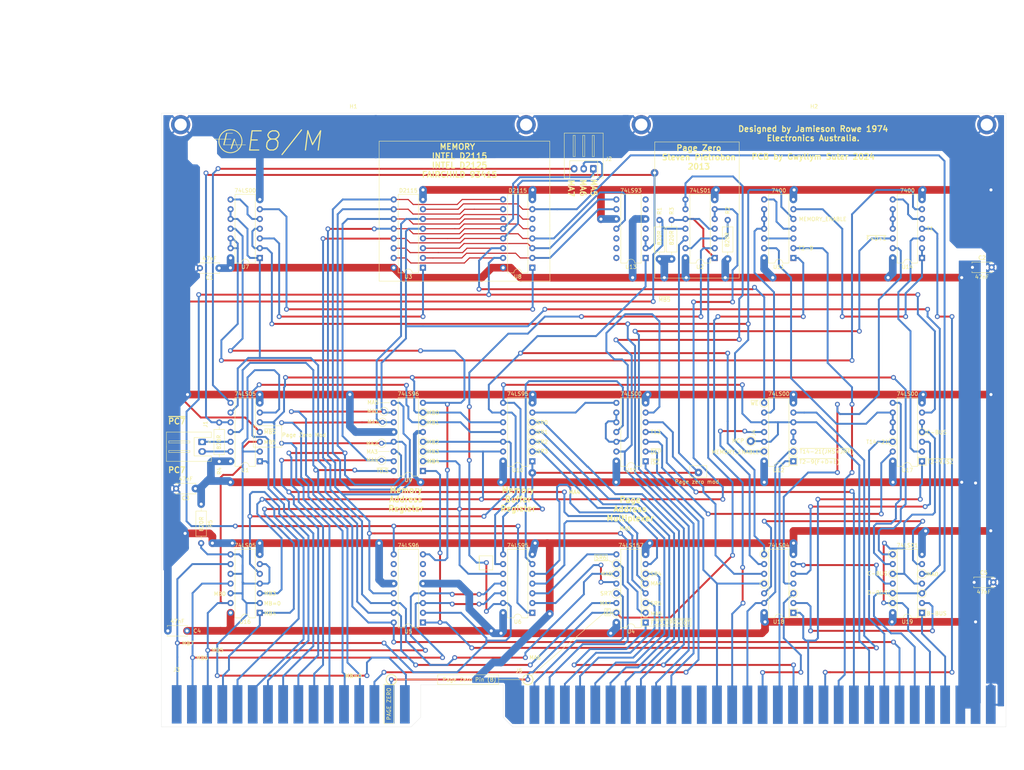
<source format=kicad_pcb>
(kicad_pcb (version 20211014) (generator pcbnew)
  (layers (0 "F.Cu" signal) (31 "B.Cu" signal) (34 "B.Paste" user) (35 "F.Paste" user) (36 "B.SilkS" user "B.Silkscreen") (37 "F.SilkS" user "F.Silkscreen") (38 "B.Mask" user) (39 "F.Mask" user) (44 "Edge.Cuts" user))
  (net 0 "")
  (net 1 "D-BUS")
  (net 4 "+5V")
  (net 5 "Net-(R1-Pad2)")
  (net 6 "MA2")
  (net 7 "MA3")
  (net 8 "MA4")
  (net 9 "MA5")
  (net 10 "MA0")
  (net 11 "MA6")
  (net 12 "MA1")
  (net 13 "GND")
  (net 14 "~{T0.5}")
  (net 15 "MB0")
  (net 16 "MB1")
  (net 17 "MB2")
  (net 18 "MB3")
  (net 19 "MB4")
  (net 20 "Net-(R2-Pad2)")
  (net 21 "MB7")
  (net 22 "MB6")
  (net 23 "MB5")
  (net 24 "Net-(U15-Pad5)")
  (net 25 "Net-(U4-Pad4)")
  (net 26 "Net-(U15-Pad3)")
  (net 27 "Net-(U4-Pad7)")
  (net 28 "~{F.23.OPR+IOT}")
  (net 29 "MB=0")
  (net 30 "Net-(U4-Pad9)")
  (net 31 "Net-(U4-Pad12)")
  (net 32 "Z-BIT")
  (net 33 "SR7")
  (net 34 "SR0")
  (net 35 "SR1")
  (net 36 "SR2")
  (net 37 "SR3")
  (net 38 "SR4")
  (net 39 "SR5")
  (net 40 "SR6")
  (net 41 "~{ISZ}")
  (net 42 "/~{T2-9.JMS+DCA}")
  (net 43 "Net-(U12-Pad6)")
  (net 44 "~{T14-21(JMS+JMP})")
  (net 47 "Net-(U5-Pad8)")
  (net 48 "C-BUS")
  (net 49 "B-BUS")
  (net 51 "T14-21")
  (net 53 "Net-(U15-Pad11)")
  (net 54 "Net-(U10-Pad9)")
  (net 55 "Net-(U12-Pad3)")
  (net 56 "~{T2-9.ISZ}")
  (net 57 "/R0(1-20")
  (net 58 "MEMORY_ENABLE")
  (net 59 "Net-(U7-Pad5)")
  (net 60 "/T14-21~{ISZ.DEP}T2-9.JMS.DCA")
  (net 61 "T2-9")
  (net 62 "JMS+DCA")
  (net 63 "Net-(U14-Pad6)")
  (net 64 "Net-(U10-Pad6)")
  (net 65 "Net-(U11-Pad4)")
  (net 66 "T13")
  (net 67 "~{DEP}")
  (net 68 "MCP")
  (net 69 "Net-(U12-Pad11)")
  (net 70 "PC7")
  (net 71 "~{PC7}")
  (net 72 "~{MA7}")
  (net 73 "MA7")
  (net 74 "~{F+D+E}")
  (net 75 "OPR+IOT")
  (net 76 "~{T2-9(F+D+E})")
  (net 77 "T1")
  (net 78 "~{WE}")
  (net 79 "~{CS_L}")
  (net 80 "~{CS_H}")
  (net 81 "D-IN")
  (net 82 "MA_C")
  (net 83 "MA_B")
  (net 84 "MA_A")
  (net 86 "/~{T14-21}.ISZ.DEP")
  (net 88 "Net-(U14-Pad3)")
  (net 89 "Net-(U14-Pad5)")
  (net 90 "Net-(U11-Pad6)")
  (net 91 "Net-(U14-Pad10)")
  (net 92 "Net-(U14-Pad13)")
  (net 93 "Net-(U15-Pad10)")
  (net 94 "Net-(U17-Pad3)")
  (net 95 "Net-(U17-Pad8)")
  (net 96 "Net-(U18-Pad2)")
  (net 97 "Net-(U18-Pad6)")
  (net 98 "Net-(U18-Pad12)")
  (footprint "Resistor_THT:R_Axial_DIN0207_L6.3mm_D2.5mm_P10.16mm_Horizontal" (layer "F.Cu") (at 34.55 110.8 90)
    (fp_text reference "R4")
    (fp_text value "820R")
  )
  (footprint "Resistor_THT:R_Axial_DIN0207_L6.3mm_D2.5mm_P10.16mm_Horizontal" (layer "F.Cu") (at 29.845 121.92 -90)
    (fp_text reference "R5")
    (fp_text value "820R")
  )
  (footprint "Package_DIP:DIP-14_W7.62mm" (layer "F.Cu") (at 45.12 57.74 180)
    (fp_text reference "U7")
    (fp_text value "74LS00")
  )
  (footprint "Package_DIP:DIP-16_W7.62mm" (layer "F.Cu") (at 87.62 60.28 180)
    (fp_text reference "U3")
    (fp_text value "D2115")
  )
  (footprint "Package_DIP:DIP-16_W7.62mm" (layer "F.Cu") (at 116.12 60.28 180)
    (fp_text reference "U8")
    (fp_text value "D2115")
  )
  (footprint "Package_DIP:DIP-14_W7.62mm" (layer "F.Cu") (at 145.62 57.74 180)
    (fp_text reference "U13")
    (fp_text value "74LS93")
  )
  (footprint "Package_DIP:DIP-16_W7.62mm" (layer "F.Cu") (at 87.62 113.28 180)
    (fp_text reference "U9")
    (fp_text value "74LS96")
  )
  (footprint "Package_DIP:DIP-14_W7.62mm" (layer "F.Cu") (at 116.12 110.74 180)
    (fp_text reference "U10")
    (fp_text value "74LS95")
  )
  (footprint "Package_DIP:DIP-14_W7.62mm" (layer "F.Cu") (at 184.12 110.74 180)
    (fp_text reference "U12")
    (fp_text value "74LS00")
  )
  (footprint "Package_DIP:DIP-16_W7.62mm" (layer "F.Cu") (at 87.62 152.78 180)
    (fp_text reference "U5")
    (fp_text value "74LS96")
  )
  (footprint "Package_DIP:DIP-14_W7.62mm" (layer "F.Cu") (at 116.12 150.24 180)
    (fp_text reference "U6")
    (fp_text value "74LS95")
  )
  (footprint "Package_DIP:DIP-14_W7.62mm" (layer "F.Cu") (at 45.12 110.74 180)
    (fp_text reference "U1")
    (fp_text value "74LS05")
  )
  (footprint "Package_DIP:DIP-14_W7.62mm" (layer "F.Cu") (at 45.12 150.24 180)
    (fp_text reference "U16")
    (fp_text value "74LS05")
  )
  (footprint "Package_DIP:DIP-16_W7.62mm" (layer "F.Cu") (at 145.62 152.78 180)
    (fp_text reference "U4")
    (fp_text value "74LS157")
  )
  (footprint "EDUC-8:EA_Symbol" (layer "F.Cu") (at 37.465 27.305)
    (fp_text reference "REF**" hide)
    (fp_text value "EA_Symbol" hide)
  )
  (footprint "Connector_PCBEdge:PCB_16pin" (layer "F.Cu") (at 19.4768 180.042)
    (fp_text reference "J3")
    (fp_text value "16-way-pcb-edge-Educ-8-connectors")
  )
  (footprint "Resistor_THT:R_Axial_DIN0207_L6.3mm_D2.5mm_P10.16mm_Horizontal" (layer "F.Cu") (at 149.225 58 90)
    (fp_text reference "R1")
    (fp_text value "820R")
  )
  (footprint "Resistor_THT:R_Axial_DIN0207_L6.3mm_D2.5mm_P10.16mm_Horizontal" (layer "F.Cu") (at 167 58 90)
    (fp_text reference "R2")
    (fp_text value "820R")
  )
  (footprint "Package_DIP:DIP-14_W7.62mm" (layer "F.Cu") (at 163.62 57.74 180)
    (fp_text reference "U2")
    (fp_text value "74LS01")
  )
  (footprint "Resistor_THT:R_Axial_DIN0207_L6.3mm_D2.5mm_P10.16mm_Horizontal" (layer "F.Cu") (at 152.4 58 90)
    (fp_text reference "R3")
    (fp_text value "820R")
  )
  (footprint "Connector_PCBEdge:PCB_32pin" (layer "F.Cu") (at 108.678 180.082)
    (fp_text reference "J5")
    (fp_text value "32-way-pcb-edge-Educ-8-connectors" hide)
  )
  (footprint "Package_DIP:DIP-14_W7.62mm" (layer "F.Cu") (at 217.62 110.74 180)
    (fp_text reference "U17")
    (fp_text value "74LS00")
  )
  (footprint "Package_DIP:DIP-14_W7.62mm" (layer "F.Cu") (at 217.62 150.24 180)
    (fp_text reference "U19")
    (fp_text value "74LS01")
  )
  (footprint "Package_DIP:DIP-14_W7.62mm" (layer "F.Cu") (at 145.62 110.74 180)
    (fp_text reference "U15")
    (fp_text value "74LS00")
  )
  (footprint "Package_DIP:DIP-14_W7.62mm" (layer "F.Cu") (at 184.12 57.74 180)
    (fp_text reference "U11")
    (fp_text value "7400")
  )
  (footprint "Package_DIP:DIP-14_W7.62mm" (layer "F.Cu") (at 217.62 57.74 180)
    (fp_text reference "U14")
    (fp_text value "7400")
  )
  (footprint "Package_DIP:DIP-14_W7.62mm" (layer "F.Cu") (at 184.12 150.24 180)
    (fp_text reference "U18")
    (fp_text value "74LS04")
  )
  (footprint "Connector_Pin:Pin_D1.0mm_L10.0mm" (layer "F.Cu") (at 173 105.5 90)
    (fp_text reference "J4")
    (fp_text value "Conn_01x01_Male")
  )
  (footprint "Capacitor_THT:C_Disc_D5.0mm_W2.5mm_P5.00mm" (layer "F.Cu") (at 34.5275 60.3885 180)
    (fp_text reference "C1")
    (fp_text value "47nF")
  )
  (footprint "Capacitor_THT:C_Disc_D5.0mm_W2.5mm_P5.00mm" (layer "F.Cu") (at 230.759 60.198)
    (fp_text reference "C2")
    (fp_text value "47nF")
  )
  (footprint "Capacitor_THT:C_Disc_D5.0mm_W2.5mm_P5.00mm" (layer "F.Cu") (at 28.321 117.856 180)
    (fp_text reference "C3")
    (fp_text value "47nF")
  )
  (footprint "Capacitor_THT:C_Disc_D5.0mm_W2.5mm_P5.00mm" (layer "F.Cu") (at 26.162 154.94 180)
    (fp_text reference "C4")
    (fp_text value "47nF")
  )
  (footprint "Capacitor_THT:C_Disc_D5.0mm_W2.5mm_P5.00mm" (layer "F.Cu") (at 231.2035 142.3035)
    (fp_text reference "C5")
    (fp_text value "47nF")
  )
  (footprint "EDUC-8:Card_handle" (layer "F.Cu") (at 69.5 23)
    (fp_text reference "H1")
    (fp_text value "Card_handle")
  )
  (footprint "EDUC-8:Card_handle" (layer "F.Cu") (at 189.5 23)
    (fp_text reference "H2")
    (fp_text value "Card_handle")
  )
  (footprint "Connector_JST:JST_XH_S2B-XH-A_1x02_P2.50mm_Horizontal" (layer "F.Cu") (at 30.1 105.7 -90)
    (fp_text reference "J1")
    (fp_text value "Conn_01x02_Male")
  )
  (footprint "Connector_JST:JST_XH_S3B-XH-A_1x03_P2.50mm_Horizontal" (layer "F.Cu") (at 132 34.5 180)
    (fp_text reference "J2")
    (fp_text value "Conn_01x03_Male")
  )
  (gr_line (start 76.2 27.305) (end 77.47 27.305) (layer "F.SilkS") (width 0.12))
  (gr_line (start 170 27.5) (end 148 27.5) (layer "F.SilkS") (width 0.12))
  (gr_line (start 148 63) (end 148.5 63) (layer "F.SilkS") (width 0.12))
  (gr_line (start 91.44 167.64) (end 80.645 167.64) (layer "F.SilkS") (width 0.12))
  (gr_line (start 107.315 166.37) (end 91.44 166.37) (layer "F.SilkS") (width 0.12))
  (gr_line (start 135.636 136.652) (end 135.636 136.398) (layer "F.SilkS") (width 0.12))
  (gr_line (start 132.334 136.652) (end 135.636 136.652) (layer "F.SilkS") (width 0.12))
  (gr_line (start 135.636 135.001) (end 135.636 136.652) (layer "F.SilkS") (width 0.12))
  (gr_line (start 135.636 136.652) (end 132.334 136.652) (layer "F.SilkS") (width 0.12))
  (gr_line (start 107.315 167.64) (end 113.515097 167.64) (layer "F.SilkS") (width 0.12))
  (gr_line (start 136.4 151) (end 136.4 150.2) (layer "F.SilkS") (width 0.12))
  (gr_line (start 144.6 153.725) (end 144.6 151.725) (layer "F.SilkS") (width 0.12))
  (gr_line (start 80.01 168.91) (end 77.47 168.91) (layer "F.SilkS") (width 0.12))
  (gr_line (start 216.6 111.8) (end 216.6 109.7) (layer "F.SilkS") (width 0.12))
  (gr_line (start 183.1 111.8) (end 183.1 109.7) (layer "F.SilkS") (width 0.12))
  (gr_line (start 216.6 151.3) (end 216.6 149.2) (layer "F.SilkS") (width 0.12))
  (gr_line (start 183.1 151.3) (end 183.1 149.2) (layer "F.SilkS") (width 0.12))
  (gr_line (start 144.6 151.725) (end 146.825 151.725) (layer "F.SilkS") (width 0.12))
  (gr_line (start 161.544 114.935) (end 161.544 111.887) (layer "F.SilkS") (width 0.12))
  (gr_circle (center 138 145.2) (end 139.1 145.7) (layer "F.SilkS") (width 0.12) (fill none))
  (gr_circle (center 145.6 142.6) (end 146.7 142.7) (layer "F.SilkS") (width 0.12) (fill none))
  (gr_circle (center 138 140.1) (end 139.1 140.4) (layer "F.SilkS") (width 0.12) (fill none))
  (gr_line (start 136.9 150.2) (end 136.4 150.2) (layer "F.SilkS") (width 0.12))
  (gr_line (start 183.1 109.7) (end 185.1 109.7) (layer "F.SilkS") (width 0.12))
  (gr_line (start 183.1 149.2) (end 185.2 149.2) (layer "F.SilkS") (width 0.12))
  (gr_circle (center 145.6 140.1) (end 146.7 140.1) (layer "F.SilkS") (width 0.12) (fill none))
  (gr_line (start 77.47 27.305) (end 120.65 27.305) (layer "F.SilkS") (width 0.12))
  (gr_line (start 77.47 179.07) (end 80.01 179.07) (layer "F.SilkS") (width 0.12))
  (gr_line (start 136.4 149.1) (end 135 149.1) (layer "F.SilkS") (width 0.12))
  (gr_line (start 135 149.1) (end 135 151) (layer "F.SilkS") (width 0.12))
  (gr_line (start 161.544 111.887) (end 157.099 111.887) (layer "F.SilkS") (width 0.12))
  (gr_line (start 185.2 149.2) (end 185.2 151.3) (layer "F.SilkS") (width 0.12))
  (gr_circle (center 116.12 103.12) (end 117.23 103.1) (layer "F.SilkS") (width 0.12) (fill none))
  (gr_circle (center 210 105.7) (end 211.1 105.8) (layer "F.SilkS") (width 0.12) (fill none))
  (gr_circle (center 79.375 167.64) (end 78.105 167.64) (layer "F.SilkS") (width 0.12) (fill none))
  (gr_line (start 216.6 109.7) (end 218.7 109.7) (layer "F.SilkS") (width 0.12))
  (gr_line (start 105.791 135.382) (end 102.235 135.382) (layer "F.SilkS") (width 0.12))
  (gr_circle (center 210 140.1) (end 211.1 140.2) (layer "F.SilkS") (width 0.12) (fill none))
  (gr_circle (center 76.85 106.025) (end 77.7 106.725) (layer "F.SilkS") (width 0.12) (fill none))
  (gr_circle (center 210 135) (end 211.1 135.2) (layer "F.SilkS") (width 0.12) (fill none))
  (gr_line (start 78.95 108.2) (end 76.025 108.2) (layer "F.SilkS") (width 0.12))
  (gr_circle (center 176.5 108.2) (end 177.6 108.3) (layer "F.SilkS") (width 0.12) (fill none))
  (gr_line (start 185.1 109.7) (end 185.1 111.8) (layer "F.SilkS") (width 0.12))
  (gr_circle (center 145.6 150.3) (end 146.7 150.4) (layer "F.SilkS") (width 0.12) (fill none))
  (gr_circle (center 87.62 110.75) (end 88.72 110.78) (layer "F.SilkS") (width 0.12) (fill none))
  (gr_line (start 138 150.3) (end 134.62 150.495) (layer "F.SilkS") (width 0.12))
  (gr_line (start 105.791 139.065) (end 105.791 135.382) (layer "F.SilkS") (width 0.12))
  (gr_line (start 157.45 151.725) (end 157.45 153.725) (layer "F.SilkS") (width 0.12))
  (gr_line (start 218.7 109.7) (end 218.7 111.8) (layer "F.SilkS") (width 0.12))
  (gr_line (start 218.6 151.3) (end 216.6 151.3) (layer "F.SilkS") (width 0.12))
  (gr_line (start 135 151) (end 136.4 151) (layer "F.SilkS") (width 0.12))
  (gr_line (start 135.636 135.001) (end 132.334 135.001) (layer "F.SilkS") (width 0.12))
  (gr_line (start 43.434 101.473) (end 50.8 101.473) (layer "F.SilkS") (width 0.12))
  (gr_line (start 102.235 135.382) (end 102.235 135.763) (layer "F.SilkS") (width 0.12))
  (gr_circle (center 145.6 147.7) (end 146.7 147.8) (layer "F.SilkS") (width 0.12) (fill none))
  (gr_circle (center 176.5 95.5) (end 177.6 95.6) (layer "F.SilkS") (width 0.12) (fill none))
  (gr_circle (center 87.62 100.58) (end 88.71 100.68) (layer "F.SilkS") (width 0.12) (fill none))
  (gr_circle (center 116.11 100.59) (end 117.24 100.58) (layer "F.SilkS") (width 0.12) (fill none))
  (gr_line (start 218.7 111.8) (end 216.6 111.8) (layer "F.SilkS") (width 0.12))
  (gr_circle (center 217.6 103.1) (end 218.6 103.2) (layer "F.SilkS") (width 0.12) (fill none))
  (gr_line (start 102.362 139.065) (end 105.791 139.065) (layer "F.SilkS") (width 0.12))
  (gr_circle (center 76.85 110.525) (end 77.875 110.95) (layer "F.SilkS") (width 0.12) (fill none))
  (gr_circle (center 116.12 108.2) (end 117.25 108.24) (layer "F.SilkS") (width 0.12) (fill none))
  (gr_line (start 146.825 151.725) (end 157.45 151.725) (layer "F.SilkS") (width 0.12))
  (gr_circle (center 184.1 108.2) (end 185.2 108.3) (layer "F.SilkS") (width 0.12) (fill none))
  (gr_line (start 77.47 168.91) (end 77.47 179.07) (layer "F.SilkS") (width 0.12))
  (gr_line (start 50.8 107.061) (end 48.387 107.061) (layer "F.SilkS") (width 0.12))
  (gr_line (start 50.8 101.727) (end 50.8 107.061) (layer "F.SilkS") (width 0.12))
  (gr_line (start 148 27.5) (end 148 63) (layer "F.SilkS") (width 0.12))
  (gr_line (start 102.235 135.763) (end 102.235 139.065) (layer "F.SilkS") (width 0.12))
  (gr_circle (center 217.6 140.1) (end 218.8 140.2) (layer "F.SilkS") (width 0.12) (fill none))
  (gr_line (start 148.5 63) (end 170 63) (layer "F.SilkS") (width 0.12))
  (gr_line (start 136.4 150.2) (end 136.4 149.1) (layer "F.SilkS") (width 0.12))
  (gr_circle (center 87.61 105.67) (end 88.72 105.7) (layer "F.SilkS") (width 0.12) (fill none))
  (gr_line (start 43.434 102.108) (end 43.434 101.473) (layer "F.SilkS") (width 0.12))
  (gr_circle (center 138 150.3) (end 139.1 150.2) (layer "F.SilkS") (width 0.12) (fill none))
  (gr_line (start 76.2 63.8) (end 76.2 27.305) (layer "F.SilkS") (width 0.12))
  (gr_circle (center 176.5 142.7) (end 175.4 142.6) (layer "F.SilkS") (width 0.12) (fill none))
  (gr_line (start 48.387 107.061) (end 43.434 107.061) (layer "F.SilkS") (width 0.12))
  (gr_circle (center 79.375 167.64) (end 80.645 168.275) (layer "F.SilkS") (width 0.12) (fill none))
  (gr_line (start 218.6 149.2) (end 218.6 151.3) (layer "F.SilkS") (width 0.12))
  (gr_circle (center 77.075 100.575) (end 78.05 101.075) (layer "F.SilkS") (width 0.12) (fill none))
  (gr_line (start 91.44 166.37) (end 91.44 168.91) (layer "F.SilkS") (width 0.12))
  (gr_line (start 120.7 63.8) (end 76.2 63.8) (layer "F.SilkS") (width 0.12))
  (gr_circle (center 217.6 145.2) (end 218.7 145.3) (layer "F.SilkS") (width 0.12) (fill none))
  (gr_circle (center 116.12 105.66) (end 117.22 105.86) (layer "F.SilkS") (width 0.12) (fill none))
  (gr_line (start 132.334 135.001) (end 132.334 136.652) (layer "F.SilkS") (width 0.12))
  (gr_line (start 170 63) (end 170 27.5) (layer "F.SilkS") (width 0.12))
  (gr_circle (center 210 147.7) (end 211.1 147.8) (layer "F.SilkS") (width 0.12) (fill none))
  (gr_line (start 79 95.475) (end 76.375 95.475) (layer "F.SilkS") (width 0.12))
  (gr_line (start 102.362 135.763) (end 102.362 139.065) (layer "F.SilkS") (width 0.12))
  (gr_circle (center 184.1 145.2) (end 185.2 145.2) (layer "F.SilkS") (width 0.12) (fill none))
  (gr_line (start 216.6 149.2) (end 218.6 149.2) (layer "F.SilkS") (width 0.12))
  (gr_circle (center 176.5 135) (end 177.6 135.1) (layer "F.SilkS") (width 0.12) (fill none))
  (gr_line (start 157.099 111.887) (end 157.099 114.935) (layer "F.SilkS") (width 0.12))
  (gr_line (start 185.2 151.3) (end 183.1 151.3) (layer "F.SilkS") (width 0.12))
  (gr_line (start 185.1 111.8) (end 183.1 111.8) (layer "F.SilkS") (width 0.12))
  (gr_line (start 91.44 168.91) (end 107.315 168.91) (layer "F.SilkS") (width 0.12))
  (gr_line (start 80.01 179.07) (end 80.01 168.91) (layer "F.SilkS") (width 0.12))
  (gr_line (start 157.45 153.725) (end 144.6 153.725) (layer "F.SilkS") (width 0.12))
  (gr_line (start 107.315 168.91) (end 107.315 166.37) (layer "F.SilkS") (width 0.12))
  (gr_line (start 120.65 27.305) (end 120.7 63.8) (layer "F.SilkS") (width 0.12))
  (gr_line (start 43.434 107.061) (end 43.434 102.108) (layer "F.SilkS") (width 0.12))
  (gr_circle (center 87.62 98.03) (end 88.72 98.1) (layer "F.SilkS") (width 0.12) (fill none))
  (gr_circle (center 87.61 108.21) (end 88.71 108.23) (layer "F.SilkS") (width 0.12) (fill none))
  (gr_circle (center 138.049 137.541) (end 139.192 137.668) (layer "F.SilkS") (width 0.12) (fill none))
  (gr_circle (center 210 145.2) (end 211.1 145.3) (layer "F.SilkS") (width 0.12) (fill none))
  (gr_line (start 137.033 137.16) (end 135.636 136.398) (layer "F.SilkS") (width 0.12))
  (gr_circle (center 114.935 167.64) (end 113.665 167.64) (layer "F.SilkS") (width 0.12) (fill none))
  (gr_line (start 50.8 101.473) (end 50.8 101.727) (layer "F.SilkS") (width 0.12))
  (gr_circle (center 77.475 97.775) (end 78.275 98.5) (layer "F.SilkS") (width 0.12) (fill none))
  (gr_circle (center 114.935 167.64) (end 113.665 167.005) (layer "F.SilkS") (width 0.12) (fill none))
  (gr_line (start 135 150.1) (end 115.9 166.6) (layer "F.SilkS") (width 0.12))
  (gr_line (start 157.099 114.935) (end 161.544 114.935) (layer "F.SilkS") (width 0.12))
  (gr_line (start 19.5 20) (end 20 20) (layer "Edge.Cuts") (width 0.05))
  (gr_line (start 239.5 180) (end 111 180) (layer "Edge.Cuts") (width 0.05))
  (gr_line (start 149.3 20) (end 73.9 20) (layer "Edge.Cuts") (width 0.05))
  (gr_line (start 239.5 180) (end 239.5 20) (layer "Edge.Cuts") (width 0.05))
  (gr_line (start 20 180) (end 84.5 180) (layer "Edge.Cuts") (width 0.05))
  (gr_line (start 87 169) (end 108.5 169) (layer "Edge.Cuts") (width 0.05))
  (gr_line (start 108.5 177.5) (end 111 180) (layer "Edge.Cuts") (width 0.05))
  (gr_line (start 20 180) (end 19.5 180) (layer "Edge.Cuts") (width 0.05))
  (gr_line (start 239.5 20) (end 149.3 20) (layer "Edge.Cuts") (width 0.05))
  (gr_line (start 19.5 180) (end 19.5 20) (layer "Edge.Cuts") (width 0.05))
  (gr_line (start 87 177.5) (end 87 169) (layer "Edge.Cuts") (width 0.05))
  (gr_line (start 20 20) (end 73.9 20) (layer "Edge.Cuts") (width 0.05))
  (gr_line (start 84.5 180) (end 87 177.5) (layer "Edge.Cuts") (width 0.05))
  (gr_line (start 108.5 169) (end 108.5 177.5) (layer "Edge.Cuts") (width 0.05))
  (gr_text "~{MB5}" (at 150.552 68.624) (layer "F.SilkS") (effects (font (size 1 1))))
  (gr_text "C-BUS" (at 206 140) (layer "F.SilkS") (effects (font (size 1 1))))
  (gr_text "MA6" (at 116.8 161.9) (layer "F.SilkS") (effects (font (size 1 1))))
  (gr_text "~{ISZ}" (at 148.082 110.998) (layer "F.SilkS") (effects (font (size 1 1))))
  (gr_text "~{T0.5}" (at 77.1 113.3) (layer "F.SilkS") (effects (font (size 1 1))))
  (gr_text "T2-9" (at 187.325 55.245) (layer "F.SilkS") (effects (font (size 1 1))))
  (gr_text "Page Zero Mod" (at 56.642 103.886) (layer "F.SilkS") (effects (font (size 1 1))))
  (gr_text "MA5" (at 74.6 95.4) (layer "F.SilkS") (effects (font (size 1 1))))
  (gr_text "MA4" (at 74.375 110.425) (layer "F.SilkS") (effects (font (size 1 1))))
  (gr_text "MEMORY_ENABLE" (at 169.037 108.331) (layer "F.SilkS") (effects (font (size 1 1))))
  (gr_text "MA5" (at 132.1 39.4 270) (layer "F.SilkS") (effects (font (size 1.5 1.5) (thickness 0.3))))
  (gr_text "PC7" (at 23.495 113.03) (layer "F.SilkS") (effects (font (size 1.5 1.5) (thickness 0.3))))
  (gr_text "SR5" (at 148.3 147.8) (layer "F.SilkS") (effects (font (size 1 1))))
  (gr_text "MB3" (at 90.28 108.22) (layer "F.SilkS") (effects (font (size 1 1))))
  (gr_text "~{PC7}" (at 23.495 100.33) (layer "F.SilkS") (effects (font (size 1.5 1.5) (thickness 0.3))))
  (gr_text "SR3" (at 118.74 108.15) (layer "F.SilkS") (effects (font (size 1 1))))
  (gr_text "MA6" (at 135.4 140.1) (layer "F.SilkS") (effects (font (size 1 1))))
  (gr_text "~{MB5}" (at 47.752 103.124) (layer "F.SilkS") (effects (font (size 1 1))))
  (gr_text "MB0" (at 34.7 145.3) (layer "F.SilkS") (effects (font (size 1 1))))
  (gr_text "~{F.23.OPR+IOT}" (at 152.075 152.9) (layer "F.SilkS") (effects (font (size 1 1))))
  (gr_text "T14-21" (at 206 105.7) (layer "F.SilkS") (effects (font (size 1 1))))
  (gr_text "MB5" (at 47.752 105.791) (layer "F.SilkS") (effects (font (size 1 1))))
  (gr_text "MA4" (at 148.4 142.6) (layer "F.SilkS") (effects (font (size 1 1))))
  (gr_text "MA0" (at 220.4 140.2) (layer "F.SilkS") (effects (font (size 1 1))))
  (gr_text "SR2" (at 118.72 105.71) (layer "F.SilkS") (effects (font (size 1 1))))
  (gr_text "B-BUS" (at 221.4 150.4) (layer "F.SilkS") (effects (font (size 1 1))))
  (gr_text "SR0" (at 118.71 100.63) (layer "F.SilkS") (effects (font (size 1 1))))
  (gr_text "MA4" (at 127.1 118.8) (layer "F.SilkS") (effects (font (size 1 1) (thickness 0.2))))
  (gr_text "SR7" (at 135.255 145.2) (layer "F.SilkS") (effects (font (size 1 1))))
  (gr_text "~{T2-9(F+D+E})" (at 190.881 110.871) (layer "F.SilkS") (effects (font (size 1 1))))
  (gr_text "~{F+D+E}" (at 205.74 52.705) (layer "F.SilkS") (effects (font (size 1 1))))
  (gr_text "~{DEP}" (at 148.336 108.331) (layer "F.SilkS") (effects (font (size 1 1))))
  (gr_text "Page\nAddress\nMultiplexer" (at 141.605 123.19) (layer "F.SilkS") (effects (font (size 1.5 1.5) (thickness 0.3))))
  (gr_text "SR4" (at 148.3 140.1) (layer "F.SilkS") (effects (font (size 1 1))))
  (gr_text "MB3" (at 47.8 145.2) (layer "F.SilkS") (effects (font (size 1 1))))
  (gr_text "MEMORY \nINTEL D2115\nINTEL D2125\nFAIRCHILD 93415" (at 97.155 32.385) (layer "F.SilkS") (effects (font (size 1.5 1.5) (thickness 0.3))))
  (gr_text "MEMORY_ENABLE" (at 191.77 47.625) (layer "F.SilkS") (effects (font (size 1 1))))
  (gr_text "T1" (at 219.71 50.165) (layer "F.SilkS") (effects (font (size 1 1))))
  (gr_text "MB4" (at 47.8 150.4) (layer "F.SilkS") (effects (font (size 1 1))))
  (gr_text "MA1" (at 74.6 100.5) (layer "F.SilkS") (effects (font (size 1 1))))
  (gr_text "SR1" (at 118.73 103.13) (layer "F.SilkS") (effects (font (size 1 1))))
  (gr_text "Designed by Jamieson Rowe 1974\nElectronics Australia.\n\nPCB by Gwyllym Suter 2024" (at 189.272 27.727) (layer "F.SilkS") (effects (font (size 1.5 1.5) (thickness 0.3))))
  (gr_text "~{E}" (at 135.7 150.2) (layer "F.SilkS") (effects (font (size 1 1))))
  (gr_text "Page Zero\nSteven Pietrobon\n2013" (at 159.5 31.5) (layer "F.SilkS") (effects (font (size 1.5 1.5) (thickness 0.3))))
  (gr_text "MB4" (at 90.31 110.77) (layer "F.SilkS") (effects (font (size 1 1) (thickness 0.2))))
  (gr_text "D-BUS" (at 206 145) (layer "F.SilkS") (effects (font (size 1 1))))
  (gr_text "PAGE ZERO" (at 78.74 173.99 90) (layer "F.SilkS") (effects (font (size 1 1))))
  (gr_text "MB=0" (at 69.5 166.7) (layer "F.SilkS") (effects (font (size 1 1) (thickness 0.2))))
  (gr_text "Page Zero Pin (B)" (at 99.695 167.64) (layer "F.SilkS") (effects (font (size 1 1))))
  (gr_text "MB5" (at 34.1 160) (layer "F.SilkS") (effects (font (size 1 1))))
  (gr_text "MA6" (at 129.3 39.45 270) (layer "F.SilkS") (effects (font (size 1.5 1.5) (thickness 0.3))))
  (gr_text "Page zero mod" (at 159.004 116.078) (layer "F.SilkS") (effects (font (size 1 1))))
  (gr_text "MA5" (at 148.4 150.5) (layer "F.SilkS") (effects (font (size 1 1))))
  (gr_text "MB=0" (at 48.4 147.8) (layer "F.SilkS") (effects (font (size 1 1))))
  (gr_text "E8/M" (at 51.435 27.305) (layer "F.SilkS") (effects (font (size 5 5) (thickness 0.3) italic)))
  (gr_text "MA2" (at 74.3 106.1) (layer "F.SilkS") (effects (font (size 1 1))))
  (gr_text "MB7" (at 26.4 158.2) (layer "F.SilkS") (effects (font (size 1 1))))
  (gr_text "Memory\nBuffer\nRegister" (at 112.395 120.65) (layer "F.SilkS") (effects (font (size 1.5 1.5) (thickness 0.3))))
  (gr_text "MA5" (at 140.3 128.3) (layer "F.SilkS") (effects (font (size 1 1))))
  (gr_text "T13" (at 148.209 103.124) (layer "F.SilkS") (effects (font (size 1 1))))
  (gr_text "MA7" (at 126.2 39.55 270) (layer "F.SilkS") (effects (font (size 1.5 1.5) (thickness 0.3))))
  (gr_text "Memory\nAddress\nRegister\n" (at 83.185 120.65) (layer "F.SilkS") (effects (font (size 1.5 1.5) (thickness 0.3))))
  (gr_text "MA0" (at 74.55 97.725) (layer "F.SilkS") (effects (font (size 1 1))))
  (gr_text "C-BUS" (at 221.4 103.2) (layer "F.SilkS") (effects (font (size 1 1))))
  (gr_text "MB6" (at 30.1 162) (layer "F.SilkS") (effects (font (size 1 1))))
  (gr_text "MB0" (at 90.27 98.11) (layer "F.SilkS") (effects (font (size 1 1))))
  (gr_text "~{WE}" (at 173.99 95.631) (layer "F.SilkS") (effects (font (size 1 1))))
  (gr_text "MA3" (at 74.375 108.275) (layer "F.SilkS") (effects (font (size 1 1))))
  (gr_text "SR6" (at 133.985 135.89) (layer "F.SilkS") (effects (font (size 1 1))))
  (gr_text "MB2" (at 90.28 105.73) (layer "F.SilkS") (effects (font (size 1 1))))
  (gr_text "MCP" (at 169.7 105.41) (layer "F.SilkS") (effects (font (size 1 1))))
  (gr_text "MA7" (at 135.2 147.8) (layer "F.SilkS") (effects (font (size 1 1))))
  (gr_text "~{T2-9.ISZ}" (at 222.4 110.9) (layer "F.SilkS") (effects (font (size 1 1))))
  (gr_text "~{T14-21(JMS+JMP})" (at 192.786 108.204) (layer "F.SilkS") (effects (font (size 1 1))))
  (gr_text "MB1" (at 90.28 100.66) (layer "F.SilkS") (effects (font (size 1 1))))
  (segment (start 98.152499 43.650001) (end 112.230001 43.650001) (width 0.3) (layer "F.Cu") (net 1))
  (segment (start 113.62 45.04) (end 116.12 45.04) (width 0.3) (layer "F.Cu") (net 1))
  (segment (start 87.62 45.04) (end 96.7625 45.04) (width 0.3) (layer "F.Cu") (net 1))
  (segment (start 96.7625 45.04) (end 98.152499 43.650001) (width 0.3) (layer "F.Cu") (net 1))
  (segment (start 112.230001 43.650001) (end 113.62 45.04) (width 0.3) (layer "F.Cu") (net 1))
  (segment (start 205.105 151.13) (end 205.105 146.05) (width 0.5) (layer "B.Cu") (net 1))
  (segment (start 205.105 146.05) (end 205.995 145.16) (width 0.5) (layer "B.Cu") (net 1))
  (segment (start 218.419999 144.360001) (end 217.62 145.16) (width 0.5) (layer "B.Cu") (net 1))
  (segment (start 215.7224 159.1224) (end 212.2 155.6) (width 0.5) (layer "B.Cu") (net 1))
  (segment (start 217.62 145.16) (end 210 145.16) (width 0.5) (layer "B.Cu") (net 1))
  (segment (start 127.68 45.04) (end 141.72 31) (width 0.5) (layer "B.Cu") (net 1))
  (segment (start 209.575 155.6) (end 205.105 151.13) (width 0.5) (layer "B.Cu") (net 1))
  (segment (start 222 31) (end 223.5 32.5) (width 0.5) (layer "B.Cu") (net 1))
  (segment (start 215.7224 174.2) (end 215.7224 159.1224) (width 0.5) (layer "B.Cu") (net 1))
  (segment (start 223.5 32.5) (end 223.5 139.28) (width 0.5) (layer "B.Cu") (net 1))
  (segment (start 116.12 45.04) (end 122.6 45.04) (width 0.5) (layer "B.Cu") (net 1))
  (segment (start 223.5 139.28) (end 218.419999 144.360001) (width 0.5) (layer "B.Cu") (net 1))
  (segment (start 122.6 45.04) (end 127.68 45.04) (width 0.5) (layer "B.Cu") (net 1))
  (segment (start 205.995 145.16) (end 210 145.16) (width 0.5) (layer "B.Cu") (net 1))
  (segment (start 212.2 155.6) (end 209.575 155.6) (width 0.5) (layer "B.Cu") (net 1))
  (segment (start 141.72 31) (end 222 31) (width 0.5) (layer "B.Cu") (net 1))
  (segment (start 156.21 62.865) (end 166.37 62.865) (width 2) (layer "F.Cu") (net 4))
  (segment (start 34.925 154.94) (end 34.925 154.94) (width 2) (layer "F.Cu") (net 4))
  (segment (start 26.162 154.94) (end 34.9 154.94) (width 2) (layer "F.Cu") (net 4))
  (segment (start 86.995 116.205) (end 79.964998 116.205) (width 2) (layer "F.Cu") (net 4))
  (segment (start 37.51 60.28) (end 80 60.28) (width 2) (layer "F.Cu") (net 4))
  (segment (start 176.733 152.603) (end 176.733 154.737) (width 2) (layer "F.Cu") (net 4))
  (segment (start 108.5 60.28) (end 110.43 60.28) (width 2) (layer "F.Cu") (net 4))
  (segment (start 107.95 116.205) (end 86.995 116.205) (width 2) (layer "F.Cu") (net 4))
  (segment (start 142.24 62.865) (end 150.495 62.865) (width 2) (layer "F.Cu") (net 4))
  (segment (start 166.37 62.865) (end 208.788 62.865) (width 2) (layer "F.Cu") (net 4))
  (segment (start 208.788 62.865) (end 227.965 62.865) (width 2) (layer "F.Cu") (net 4))
  (segment (start 107.95 116.205) (end 176.53 116.205) (width 2) (layer "F.Cu") (net 4))
  (segment (start 176.733 154.737) (end 175.895 155.575) (width 2) (layer "F.Cu") (net 4))
  (segment (start 227.965 116.205) (end 231.369 116.205) (width 2) (layer "F.Cu") (net 4))
  (segment (start 102.9 62.9) (end 105.52 60.28) (width 2) (layer "F.Cu") (net 4))
  (segment (start 80 60.28) (end 82.62 62.9) (width 2) (layer "F.Cu") (net 4))
  (segment (start 105.52 60.28) (end 108.5 60.28) (width 2) (layer "F.Cu") (net 4))
  (segment (start 105.41 154.94) (end 36.74 154.94) (width 2) (layer "F.Cu") (net 4))
  (segment (start 37.5 150.24) (end 37.5 154.18) (width 2) (layer "F.Cu") (net 4))
  (segment (start 150.495 62.865) (end 156.21 62.865) (width 2) (layer "F.Cu") (net 4))
  (segment (start 79.964998 116.205) (end 37.465 116.205) (width 2) (layer "F.Cu") (net 4))
  (segment (start 231.572 152.603) (end 209.797 152.603) (width 2) (layer "F.Cu") (net 4))
  (segment (start 176.53 116.205) (end 227.965 116.205) (width 2) (layer "F.Cu") (net 4))
  (segment (start 37.5 154.18) (end 36.74 154.94) (width 2) (layer "F.Cu") (net 4))
  (segment (start 37.465 60.325) (end 37.51 60.28) (width 2) (layer "F.Cu") (net 4))
  (segment (start 209.797 152.603) (end 176.733 152.603) (width 2) (layer "F.Cu") (net 4))
  (segment (start 113.05 62.9) (end 142.205 62.9) (width 2) (layer "F.Cu") (net 4))
  (segment (start 107.95 155.575) (end 136.525 155.575) (width 2) (layer "F.Cu") (net 4))
  (segment (start 82.62 62.9) (end 102.9 62.9) (width 2) (layer "F.Cu") (net 4))
  (segment (start 110.43 60.28) (end 113.05 62.9) (width 2) (layer "F.Cu") (net 4))
  (segment (start 231.369 116.205) (end 231.572 116.408) (width 2) (layer "F.Cu") (net 4))
  (segment (start 142.205 62.9) (end 142.24 62.865) (width 2) (layer "F.Cu") (net 4))
  (segment (start 36.74 154.94) (end 34.9 154.94) (width 2) (layer "F.Cu") (net 4))
  (segment (start 175.895 155.575) (end 136.525 155.575) (width 2) (layer "F.Cu") (net 4))
  (via (at 150.495 62.865) (size 2) (drill 0.8) (layers "F.Cu" "B.Cu") (net 4))
  (via (at 37.465 116.205) (size 2) (drill 0.8) (layers "F.Cu" "B.Cu") (net 4))
  (via (at 142.24 62.865) (size 2) (drill 0.8) (layers "F.Cu" "B.Cu") (net 4))
  (via (at 227.965 62.865) (size 2) (drill 0.8) (layers "F.Cu" "B.Cu") (net 4))
  (via (at 227.965 116.205) (size 2) (drill 0.8) (layers "F.Cu" "B.Cu") (net 4))
  (via (at 166.37 62.865) (size 2) (drill 0.8) (layers "F.Cu" "B.Cu") (net 4))
  (via (at 178.735 62.865) (size 2) (drill 0.8) (layers "F.Cu" "B.Cu") (net 4))
  (via (at 231.572 116.408) (size 2) (drill 0.8) (layers "F.Cu" "B.Cu") (net 4))
  (via (at 107.95 155.575) (size 2) (drill 0.8) (layers "F.Cu" "B.Cu") (net 4))
  (via (at 107.95 116.205) (size 2) (drill 0.8) (layers "F.Cu" "B.Cu") (net 4))
  (via (at 176.53 116.205) (size 2) (drill 0.8) (layers "F.Cu" "B.Cu") (net 4))
  (via (at 137.922 116.205) (size 2) (drill 0.8) (layers "F.Cu" "B.Cu") (net 4))
  (via (at 231.572 152.603) (size 2) (drill 0.8) (layers "F.Cu" "B.Cu") (net 4))
  (via (at 86.995 116.205) (size 2) (drill 0.8) (layers "F.Cu" "B.Cu") (net 4))
  (via (at 210.058 116.205) (size 2) (drill 0.8) (layers "F.Cu" "B.Cu") (net 4))
  (via (at 105.41 154.94) (size 2) (drill 0.8) (layers "F.Cu" "B.Cu") (net 4))
  (via (at 136.525 155.575) (size 2) (drill 0.8) (layers "F.Cu" "B.Cu") (net 4))
  (via (at 208.788 62.865) (size 2) (drill 0.8) (layers "F.Cu" "B.Cu") (net 4))
  (via (at 209.797 152.603) (size 2) (drill 0.8) (layers "F.Cu" "B.Cu") (net 4))
  (via (at 37.465 60.325) (size 2) (drill 0.8) (layers "F.Cu" "B.Cu") (net 4))
  (via (at 156.21 62.865) (size 2) (drill 0.8) (layers "F.Cu" "B.Cu") (net 4))
  (via (at 176.733 152.603) (size 2) (drill 0.8) (layers "F.Cu" "B.Cu") (net 4))
  (segment (start 176.5 116.175) (end 176.53 116.205) (width 2) (layer "B.Cu") (net 4))
  (segment (start 136.525 155.575) (end 138 154.1) (width 2) (layer "B.Cu") (net 4))
  (segment (start 85.5 114.71) (end 86.995 116.205) (width 1) (layer "B.Cu") (net 4))
  (segment (start 108.5 110.74) (end 108.5 115.655) (width 2) (layer "B.Cu") (net 4))
  (segment (start 210 152.4) (end 209.797 152.603) (width 2) (layer "B.Cu") (net 4))
  (segment (start 32.77 110.74) (end 32.385 111.125) (width 2) (layer "B.Cu") (net 4))
  (segment (start 145.62 47.58) (end 142.92 47.58) (width 2) (layer "B.Cu") (net 4))
  (segment (start 86.11 103.12) (end 85.5 103.73) (width 1) (layer "B.Cu") (net 4))
  (segment (start 87.62 103.12) (end 86.11 103.12) (width 1) (layer "B.Cu") (net 4))
  (segment (start 34.5275 60.3885) (end 37.4015 60.3885) (width 2) (layer "B.Cu") (net 4))
  (segment (start 37.1475 115.8875) (end 37.465 116.205) (width 2) (layer "B.Cu") (net 4))
  (segment (start 210 61.653) (end 208.788 62.865) (width 2) (layer "B.Cu") (net 4))
  (segment (start 176.5 57.74) (end 176.5 60.63) (width 2) (layer "B.Cu") (net 4))
  (segment (start 96.9 142.62) (end 87.62 142.62) (width 2) (layer "B.Cu") (net 4))
  (segment (start 176.5 110.74) (end 176.5 116.175) (width 2) (layer "B.Cu") (net 4))
  (segment (start 31.4325 115.8875) (end 37.1475 115.8875) (width 2) (layer "B.Cu") (net 4))
  (segment (start 227.6096 174.2) (end 231.572 174.2) (width 2) (layer "B.Cu") (net 4))
  (segment (start 210 57.74) (end 210 61.653) (width 2) (layer "B.Cu") (net 4))
  (segment (start 37.5 60.29) (end 37.465 60.325) (width 2) (layer "B.Cu") (net 4))
  (segment (start 176.5 150.24) (end 176.5 152.37) (width 2) (layer "B.Cu") (net 4))
  (segment (start 156 57.74) (end 156 62.655) (width 2) (layer "B.Cu") (net 4))
  (segment (start 149.225 58) (end 152.4 58) (width 2) (layer "B.Cu") (net 4))
  (segment (start 150.495 62.865) (end 150.495 59.27) (width 2) (layer "B.Cu") (net 4))
  (segment (start 166.37 62.865) (end 166.37 58.63) (width 2) (layer "B.Cu") (net 4))
  (segment (start 99.695 149.225) (end 99.695 145.415) (width 2) (layer "B.Cu") (net 4))
  (segment (start 227.965 173.8446) (end 227.6096 174.2) (width 2) (layer "B.Cu") (net 4))
  (segment (start 85.5 103.73) (end 85.5 114.71) (width 1) (layer "B.Cu") (net 4))
  (segment (start 108.5 155.025) (end 107.95 155.575) (width 2) (layer "B.Cu") (net 4))
  (segment (start 176.5 152.37) (end 176.733 152.603) (width 2) (layer "B.Cu") (net 4))
  (segment (start 99.695 145.415) (end 96.9 142.62) (width 2) (layer "B.Cu") (net 4))
  (segment (start 105.41 154.94) (end 106.045 155.575) (width 2) (layer "B.Cu") (net 4))
  (segment (start 210 116.147) (end 210.058 116.205) (width 2) (layer "B.Cu") (net 4))
  (segment (start 142.24 48.26) (end 142.24 62.865) (width 2) (layer "B.Cu") (net 4))
  (segment (start 138 116.127) (end 137.922 116.205) (width 2) (layer "B.Cu") (net 4))
  (segment (start 106.045 155.575) (end 107.95 155.575) (width 2) (layer "B.Cu") (net 4))
  (segment (start 105.41 154.94) (end 99.695 149.225) (width 2) (layer "B.Cu") (net 4))
  (segment (start 142.92 47.58) (end 142.24 48.26) (width 2) (layer "B.Cu") (net 4))
  (segment (start 176.5 60.63) (end 178.735 62.865) (width 2) (layer "B.Cu") (net 4))
  (segment (start 32.385 111.125) (end 32.385 114.935) (width 2) (layer "B.Cu") (net 4))
  (segment (start 31.4325 115.8875) (end 29.845 117.475) (width 2) (layer "B.Cu") (net 4))
  (segment (start 29.464 117.856) (end 29.845 117.475) (width 2) (layer "B.Cu") (net 4))
  (segment (start 210 150.24) (end 210 152.4) (width 2) (layer "B.Cu") (net 4))
  (segment (start 156 62.655) (end 156.21 62.865) (width 2) (layer "B.Cu") (net 4))
  (segment (start 138 110.74) (end 138 116.127) (width 2) (layer "B.Cu") (net 4))
  (segment (start 231.572 152.603) (end 231.572 174.2) (width 2) (layer "B.Cu") (net 4))
  (segment (start 138 154.1) (end 138 152.78) (width 2) (layer "B.Cu") (net 4))
  (segment (start 32.385 114.935) (end 31.4325 115.8875) (width 2) (layer "B.Cu") (net 4))
  (segment (start 210 110.74) (end 210 116.147) (width 2) (layer "B.Cu") (net 4))
  (segment (start 150.495 59.27) (end 149.225 58) (width 2) (layer "B.Cu") (net 4))
  (segment (start 37.5 110.74) (end 32.77 110.74) (width 2) (layer "B.Cu") (net 4))
  (segment (start 166.37 58.63) (end 167 58) (width 2) (layer "B.Cu") (net 4))
  (segment (start 108.5 115.655) (end 107.95 116.205) (width 2) (layer "B.Cu") (net 4))
  (segment (start 108.5 150.24) (end 108.5 155.025) (width 2) (layer "B.Cu") (net 4))
  (segment (start 29.845 117.475) (end 29.845 121.92) (width 2) (layer "B.Cu") (net 4))
  (segment (start 28.321 117.856) (end 29.464 117.856) (width 2) (layer "B.Cu") (net 4))
  (segment (start 37.5 57.74) (end 37.5 60.29) (width 2) (layer "B.Cu") (net 4))
  (segment (start 26.912 69.1) (end 147.6 69.1) (width 0.5) (layer "F.Cu") (net 5))
  (segment (start 45.12 103.12) (end 41.329999 99.329999) (width 0.5) (layer "F.Cu") (net 5))
  (segment (start 29.733999 99.329999) (end 21.59 91.186) (width 0.5) (layer "F.Cu") (net 5))
  (segment (start 21.59 74.422) (end 26.912 69.1) (width 0.5) (layer "F.Cu") (net 5))
  (segment (start 41.329999 99.329999) (end 29.733999 99.329999) (width 0.5) (layer "F.Cu") (net 5))
  (segment (start 21.59 91.186) (end 21.59 74.422) (width 0.5) (layer "F.Cu") (net 5))
  (via (at 147.6 69.1) (size 1.27) (drill 0.7) (layers "F.Cu" "B.Cu") (net 5))
  (segment (start 150 49.035) (end 150 47.84) (width 0.5) (layer "B.Cu") (net 5))
  (segment (start 150 49.035) (end 150 54.47) (width 0.5) (layer "B.Cu") (net 5))
  (segment (start 147.6 56.87) (end 147.6 69.1) (width 0.5) (layer "B.Cu") (net 5))
  (segment (start 156 50.12) (end 150.62 50.12) (width 0.5) (layer "B.Cu") (net 5))
  (segment (start 150 54.47) (end 147.6 56.87) (width 0.5) (layer "B.Cu") (net 5))
  (segment (start 150.62 50.12) (end 150 49.5) (width 0.5) (layer "B.Cu") (net 5))
  (segment (start 150 49.5) (end 150 49.035) (width 0.5) (layer "B.Cu") (net 5))
  (segment (start 96.535 43.8) (end 97.835 42.5) (width 0.3) (layer "F.Cu") (net 6))
  (segment (start 80 42.5) (end 83.775 42.5) (width 0.3) (layer "F.Cu") (net 6))
  (segment (start 83.775 42.5) (end 85.075 43.8) (width 0.3) (layer "F.Cu") (net 6))
  (segment (start 97.835 42.5) (end 108.5 42.5) (width 0.3) (layer "F.Cu") (net 6))
  (segment (start 85.075 43.8) (end 96.535 43.8) (width 0.3) (layer "F.Cu") (net 6))
  (segment (start 50.8 106.045) (end 76.835 106.045) (width 0.5) (layer "F.Cu") (net 6))
  (via (at 76.835 106.045) (size 1.27) (drill 0.7) (layers "F.Cu" "B.Cu") (net 6))
  (via (at 50.8 106.045) (size 1.27) (drill 0.7) (layers "F.Cu" "B.Cu") (net 6))
  (segment (start 53.34 106.045) (end 50.8 106.045) (width 0.5) (layer "B.Cu") (net 6))
  (segment (start 76.835 106.045) (end 79.615 106.045) (width 0.5) (layer "B.Cu") (net 6))
  (segment (start 56.515 120.65) (end 56.515 117.475) (width 0.5) (layer "B.Cu") (net 6))
  (segment (start 68.58 118.11) (end 80.49 118.11) (width 0.5) (layer "B.Cu") (net 6))
  (segment (start 82.165 105.66) (end 80 105.66) (width 0.5) (layer "B.Cu") (net 6))
  (segment (start 80.49 118.11) (end 83.1 115.5) (width 0.5) (layer "B.Cu") (net 6))
  (segment (start 54.61 115.57) (end 54.61 107.315) (width 0.5) (layer "B.Cu") (net 6))
  (segment (start 66.04 110.49) (end 66.04 115.57) (width 0.5) (layer "B.Cu") (net 6))
  (segment (start 79.615 106.045) (end 80 105.66) (width 0.5) (layer "B.Cu") (net 6))
  (segment (start 54.61 107.315) (end 53.34 106.045) (width 0.5) (layer "B.Cu") (net 6))
  (segment (start 80 42.5) (end 66.72 42.5) (width 0.5) (layer "B.Cu") (net 6))
  (segment (start 83.1 115.5) (end 83.1 106.595) (width 0.5) (layer "B.Cu") (net 6))
  (segment (start 64.135 108.585) (end 66.04 110.49) (width 0.5) (layer "B.Cu") (net 6))
  (segment (start 63.2624 174.1) (end 63.2624 127.3974) (width 0.5) (layer "B.Cu") (net 6))
  (segment (start 63.2624 127.3974) (end 56.515 120.65) (width 0.5) (layer "B.Cu") (net 6))
  (segment (start 66.72 42.5) (end 64.135 45.085) (width 0.5) (layer "B.Cu") (net 6))
  (segment (start 66.04 115.57) (end 68.58 118.11) (width 0.5) (layer "B.Cu") (net 6))
  (segment (start 56.515 117.475) (end 54.61 115.57) (width 0.5) (layer "B.Cu") (net 6))
  (segment (start 83.1 106.595) (end 82.165 105.66) (width 0.5) (layer "B.Cu") (net 6))
  (segment (start 64.135 45.085) (end 64.135 108.585) (width 0.5) (layer "B.Cu") (net 6))
  (segment (start 101.01 45.04) (end 108.5 45.04) (width 0.3) (layer "F.Cu") (net 7))
  (segment (start 98.47 45.04) (end 101.01 45.04) (width 0.3) (layer "F.Cu") (net 7))
  (segment (start 80 45.04) (end 83.775 45.04) (width 0.3) (layer "F.Cu") (net 7))
  (segment (start 97.21 46.3) (end 98.47 45.04) (width 0.3) (layer "F.Cu") (net 7))
  (segment (start 85.035 46.3) (end 97.21 46.3) (width 0.3) (layer "F.Cu") (net 7))
  (segment (start 52.705 108.585) (end 67.31 108.585) (width 0.5) (layer "F.Cu") (net 7))
  (segment (start 83.775 45.04) (end 85.035 46.3) (width 0.3) (layer "F.Cu") (net 7))
  (via (at 52.705 108.585) (size 1.27) (drill 0.7) (layers "F.Cu" "B.Cu") (net 7))
  (via (at 67.31 108.585) (size 1.27) (drill 0.7) (layers "F.Cu" "B.Cu") (net 7))
  (segment (start 52.705 108.585) (end 53.34 109.855) (width 0.5) (layer "B.Cu") (net 7))
  (segment (start 61.595 163.83) (end 59.3 166.125) (width 0.5) (layer "B.Cu") (net 7))
  (segment (start 80.895 108.2) (end 81.915 109.22) (width 0.5) (layer "B.Cu") (net 7))
  (segment (start 67.31 108.585) (end 67.31 114.3) (width 0.5) (layer "B.Cu") (net 7))
  (segment (start 66.72 45.04) (end 80 45.04) (width 0.5) (layer "B.Cu") (net 7))
  (segment (start 55.245 121.285) (end 61.595 127.635) (width 0.5) (layer "B.Cu") (net 7))
  (segment (start 80 108.2) (end 80.895 108.2) (width 0.5) (layer "B.Cu") (net 7))
  (segment (start 65.405 105.41) (end 65.405 46.355) (width 0.5) (layer "B.Cu") (net 7))
  (segment (start 81.915 114.935) (end 80.01 116.84) (width 0.5) (layer "B.Cu") (net 7))
  (segment (start 55.245 118.745) (end 55.245 121.285) (width 0.5) (layer "B.Cu") (net 7))
  (segment (start 65.405 46.355) (end 66.72 45.04) (width 0.5) (layer "B.Cu") (net 7))
  (segment (start 61.595 127.635) (end 61.595 163.83) (width 0.5) (layer "B.Cu") (net 7))
  (segment (start 67.31 108.585) (end 65.405 106.68) (width 0.5) (layer "B.Cu") (net 7))
  (segment (start 65.405 106.68) (end 65.405 105.41) (width 0.5) (layer "B.Cu") (net 7))
  (segment (start 59.3 166.125) (end 59.3 174.1) (width 0.5) (layer "B.Cu") (net 7))
  (segment (start 53.34 109.855) (end 53.34 116.84) (width 0.5) (layer "B.Cu") (net 7))
  (segment (start 67.31 114.3) (end 69.85 116.84) (width 0.5) (layer "B.Cu") (net 7))
  (segment (start 53.34 116.84) (end 55.245 118.745) (width 0.5) (layer "B.Cu") (net 7))
  (segment (start 81.915 109.22) (end 81.915 114.935) (width 0.5) (layer "B.Cu") (net 7))
  (segment (start 80.01 116.84) (end 69.85 116.84) (width 0.5) (layer "B.Cu") (net 7))
  (segment (start 97.155 48.895) (end 98.47 47.58) (width 0.3) (layer "F.Cu") (net 8))
  (segment (start 83.775 47.58) (end 85.09 48.895) (width 0.3) (layer "F.Cu") (net 8))
  (segment (start 85.09 48.895) (end 97.155 48.895) (width 0.3) (layer "F.Cu") (net 8))
  (segment (start 80 47.58) (end 83.775 47.58) (width 0.3) (layer "F.Cu") (net 8))
  (segment (start 50.8 110.49) (end 76.835 110.49) (width 0.5) (layer "F.Cu") (net 8))
  (segment (start 52.705 118.745) (end 124.46 118.745) (width 0.5) (layer "F.Cu") (net 8))
  (segment (start 98.47 47.58) (end 108.5 47.58) (width 0.3) (layer "F.Cu") (net 8))
  (via (at 76.835 110.49) (size 1.27) (drill 0.7) (layers "F.Cu" "B.Cu") (net 8))
  (via (at 52.705 118.745) (size 1.27) (drill 0.7) (layers "F.Cu" "B.Cu") (net 8))
  (via (at 50.8 110.49) (size 1.27) (drill 0.7) (layers "F.Cu" "B.Cu") (net 8))
  (via (at 124.46 118.745) (size 1.27) (drill 0.7) (layers "F.Cu" "B.Cu") (net 8))
  (segment (start 60.325 128.27) (end 60.325 161.29) (width 0.5) (layer "B.Cu") (net 8))
  (segment (start 138.985 125.015) (end 143.51 129.54) (width 0.5) (layer "B.Cu") (net 8))
  (segment (start 67.99 47.58) (end 66.675 48.895) (width 0.5) (layer "B.Cu") (net 8))
  (segment (start 79.75 110.49) (end 80 110.74) (width 0.5) (layer "B.Cu") (net 8))
  (segment (start 138.985 125.015) (end 125.515 125.015) (width 0.5) (layer "B.Cu") (net 8))
  (segment (start 80 47.58) (end 67.99 47.58) (width 0.5) (layer "B.Cu") (net 8))
  (segment (start 73.025 110.49) (end 76.835 110.49) (width 0.5) (layer "B.Cu") (net 8))
  (segment (start 60.325 161.29) (end 55.1632 166.4518) (width 0.5) (layer "B.Cu") (net 8))
  (segment (start 143.51 129.54) (end 143.4225 129.6275) (width 0.5) (layer "B.Cu") (net 8))
  (segment (start 124.46 123.96) (end 124.46 118.745) (width 0.5) (layer "B.Cu") (net 8))
  (segment (start 50.8 110.49) (end 50.8 116.84) (width 0.5) (layer "B.Cu") (net 8))
  (segment (start 143.4225 129.6275) (end 143.4225 140.4225) (width 0.5) (layer "B.Cu") (net 8))
  (segment (start 53.975 120.015) (end 53.975 121.92) (width 0.5) (layer "B.Cu") (net 8))
  (segment (start 66.675 48.895) (end 66.675 104.14) (width 0.5) (layer "B.Cu") (net 8))
  (segment (start 125.515 125.015) (end 124.46 123.96) (width 0.5) (layer "B.Cu") (net 8))
  (segment (start 143.4225 140.4225) (end 145.62 142.62) (width 0.5) (layer "B.Cu") (net 8))
  (segment (start 53.975 121.92) (end 60.325 128.27) (width 0.5) (layer "B.Cu") (net 8))
  (segment (start 52.705 118.745) (end 53.975 120.015) (width 0.5) (layer "B.Cu") (net 8))
  (segment (start 55.1632 166.4518) (end 55.1632 174.1) (width 0.5) (layer "B.Cu") (net 8))
  (segment (start 66.675 104.14) (end 73.025 110.49) (width 0.5) (layer "B.Cu") (net 8))
  (segment (start 76.835 110.49) (end 79.75 110.49) (width 0.5) (layer "B.Cu") (net 8))
  (segment (start 50.8 116.84) (end 52.705 118.745) (width 0.5) (layer "B.Cu") (net 8))
  (segment (start 98.47 50.12) (end 108.5 50.12) (width 0.3) (layer "F.Cu") (net 9))
  (segment (start 80 50.12) (end 83.775 50.12) (width 0.3) (layer "F.Cu") (net 9))
  (segment (start 75.074213 129.54) (end 73.66 129.54) (width 0.5) (layer "F.Cu") (net 9))
  (segment (start 97.155 51.435) (end 98.47 50.12) (width 0.3) (layer "F.Cu") (net 9))
  (segment (start 139.065 129.54) (end 75.074213 129.54) (width 0.5) (layer "F.Cu") (net 9))
  (segment (start 74.93 50.165) (end 62.865 50.165) (width 0.5) (layer "F.Cu") (net 9))
  (segment (start 85.09 51.435) (end 97.155 51.435) (width 0.3) (layer "F.Cu") (net 9))
  (segment (start 83.775 50.12) (end 85.09 51.435) (width 0.3) (layer "F.Cu") (net 9))
  (via (at 74.93 50.165) (size 1.27) (drill 0.7) (layers "F.Cu" "B.Cu") (net 9))
  (via (at 62.865 50.165) (size 1.27) (drill 0.7) (layers "F.Cu" "B.Cu") (net 9))
  (via (at 139.065 129.54) (size 1.27) (drill 0.7) (layers "F.Cu" "B.Cu") (net 9))
  (via (at 73.66 129.54) (size 1.27) (drill 0.7) (layers "F.Cu" "B.Cu") (net 9))
  (segment (start 73.66 129.54) (end 73.66 144.145) (width 0.5) (layer "B.Cu") (net 9))
  (segment (start 131.2 36.7) (end 132 35.9) (width 0.5) (layer "B.Cu") (net 9))
  (segment (start 73.66 129.54) (end 73.66 126.365) (width 0.5) (layer "B.Cu") (net 9))
  (segment (start 74.675 145.16) (end 80 145.16) (width 0.5) (layer "B.Cu") (net 9))
  (segment (start 64.77 117.475) (end 65.405 118.11) (width 0.5) (layer "B.Cu") (net 9))
  (segment (start 73.66 126.365) (end 73.025 125.73) (width 0.5) (layer "B.Cu") (net 9))
  (segment (start 65.405 118.11) (end 66.675 119.38) (width 0.5) (layer "B.Cu") (net 9))
  (segment (start 139.065 129.54) (end 140.97 131.445) (width 0.5) (layer "B.Cu") (net 9))
  (segment (start 111.1 38.4) (end 112.8 36.7) (width 0.5) (layer "B.Cu") (net 9))
  (segment (start 143.51 144.78) (end 143.51 149.225) (width 0.5) (layer "B.Cu") (net 9))
  (segment (start 73.66 144.145) (end 74.675 145.16) (width 0.5) (layer "B.Cu") (net 9))
  (segment (start 64.77 111.125) (end 64.77 117.475) (width 0.5) (layer "B.Cu") (net 9))
  (segment (start 143.51 149.225) (end 144.525 150.24) (width 0.5) (layer "B.Cu") (net 9))
  (segment (start 62.865 109.22) (end 64.77 111.125) (width 0.5) (layer "B.Cu") (net 9))
  (segment (start 81.53 95.5) (end 80 95.5) (width 0.5) (layer "B.Cu") (net 9))
  (segment (start 74.975 50.12) (end 74.93 50.165) (width 0.5) (layer "B.Cu") (net 9))
  (segment (start 132 35.9) (end 132 34.5) (width 0.5) (layer "B.Cu") (net 9))
  (segment (start 112.8 36.7) (end 131.2 36.7) (width 0.5) (layer "B.Cu") (net 9))
  (segment (start 62.865 50.165) (end 62.865 109.22) (width 0.5) (layer "B.Cu") (net 9))
  (segment (start 82.55 96.52) (end 81.53 95.5) (width 0.5) (layer "B.Cu") (net 9))
  (segment (start 140.97 142.24) (end 143.51 144.78) (width 0.5) (layer "B.Cu") (net 9))
  (segment (start 111.1 47.52) (end 111.1 38.4) (width 0.5) (layer "B.Cu") (net 9))
  (segment (start 82.55 103.505) (end 82.55 96.52) (width 0.5) (layer "B.Cu") (net 9))
  (segment (start 140.97 131.445) (end 140.97 142.24) (width 0.5) (layer "B.Cu") (net 9))
  (segment (start 144.525 150.24) (end 145.62 150.24) (width 0.5) (layer "B.Cu") (net 9))
  (segment (start 81.12 119.38) (end 84.2 116.3) (width 0.5) (layer "B.Cu") (net 9))
  (segment (start 80 50.12) (end 74.975 50.12) (width 0.5) (layer "B.Cu") (net 9))
  (segment (start 108.5 50.12) (end 111.1 47.52) (width 0.5) (layer "B.Cu") (net 9))
  (segment (start 84.2 116.3) (end 84.2 105.155) (width 0.5) (layer "B.Cu") (net 9))
  (segment (start 66.675 119.38) (end 73.025 125.73) (width 0.5) (layer "B.Cu") (net 9))
  (segment (start 66.675 119.38) (end 81.12 119.38) (width 0.5) (layer "B.Cu") (net 9))
  (segment (start 84.2 105.155) (end 82.55 103.505) (width 0.5) (layer "B.Cu") (net 9))
  (segment (start 95.93 50.12) (end 97.11 50.12) (width 0.3) (layer "F.Cu") (net 10))
  (segment (start 98.335 48.895) (end 112.485 48.895) (width 0.3) (layer "F.Cu") (net 10))
  (segment (start 53.34 97.79) (end 76.224423 97.79) (width 0.5) (layer "F.Cu") (net 10))
  (segment (start 87.62 50.12) (end 95.93 50.12) (width 0.3) (layer "F.Cu") (net 10))
  (segment (start 113.71 50.12) (end 116.12 50.12) (width 0.3) (layer "F.Cu") (net 10))
  (segment (start 76.224423 97.79) (end 77.47 97.79) (width 0.5) (layer "F.Cu") (net 10))
  (segment (start 219.078993 71.12) (end 217.792867 71.12) (width 0.5) (layer "F.Cu") (net 10))
  (segment (start 97.11 50.12) (end 98.335 48.895) (width 0.3) (layer "F.Cu") (net 10))
  (segment (start 217.792867 71.12) (end 119.38 71.12) (width 0.5) (layer "F.Cu") (net 10))
  (segment (start 112.485 48.895) (end 113.71 50.12) (width 0.3) (layer "F.Cu") (net 10))
  (via (at 53.34 97.79) (size 1.27) (drill 0.7) (layers "F.Cu" "B.Cu") (net 10))
  (via (at 119.38 71.12) (size 1.27) (drill 0.7) (layers "F.Cu" "B.Cu") (net 10))
  (via (at 77.47 97.79) (size 1.27) (drill 0.7) (layers "F.Cu" "B.Cu") (net 10))
  (via (at 219.078993 71.12) (size 1.27) (drill 0.7) (layers "F.Cu" "B.Cu") (net 10))
  (segment (start 67.945 163.195) (end 71.1872 166.4372) (width 0.5) (layer "B.Cu") (net 10))
  (segment (start 59.055 116.205) (end 59.055 119.38) (width 0.5) (layer "B.Cu") (net 10))
  (segment (start 219.078993 73.021007) (end 219.075 73.025) (width 0.5) (layer "B.Cu") (net 10))
  (segment (start 71.1872 166.4372) (end 71.1872 174.1) (width 0.5) (layer "B.Cu") (net 10))
  (segment (start 55.245 97.79) (end 57.15 99.695) (width 0.5) (layer "B.Cu") (net 10))
  (segment (start 59.055 119.38) (end 67.945 128.27) (width 0.5) (layer "B.Cu") (net 10))
  (segment (start 83.185 74.93) (end 83.185 78.74) (width 0.5) (layer "B.Cu") (net 10))
  (segment (start 53.34 97.79) (end 55.245 97.79) (width 0.5) (layer "B.Cu") (net 10))
  (segment (start 87.62 50.12) (end 83.865 50.12) (width 0.5) (layer "B.Cu") (net 10))
  (segment (start 219.075 73.025) (end 222.25 76.2) (width 0.5) (layer "B.Cu") (net 10))
  (segment (start 222.25 76.2) (end 222.25 137.795) (width 0.5) (layer "B.Cu") (net 10))
  (segment (start 83.185 78.74) (end 76.835 85.09) (width 0.5) (layer "B.Cu") (net 10))
  (segment (start 57.15 99.695) (end 57.15 114.3) (width 0.5) (layer "B.Cu") (net 10))
  (segment (start 77.72 98.04) (end 80 98.04) (width 0.5) (layer "B.Cu") (net 10))
  (segment (start 114.935 75.565) (end 87.63 75.565) (width 0.5) (layer "B.Cu") (net 10))
  (segment (start 222.25 137.795) (end 219.965 140.08) (width 0.5) (layer "B.Cu") (net 10))
  (segment (start 83.185 50.8) (end 83.185 74.93) (width 0.5) (layer "B.Cu") (net 10))
  (segment (start 57.15 114.3) (end 59.055 116.205) (width 0.5) (layer "B.Cu") (net 10))
  (segment (start 67.945 128.27) (end 67.945 163.195) (width 0.5) (layer "B.Cu") (net 10))
  (segment (start 219.078993 71.12) (end 219.078993 73.021007) (width 0.5) (layer "B.Cu") (net 10))
  (segment (start 76.835 97.155) (end 77.72 98.04) (width 0.5) (layer "B.Cu") (net 10))
  (segment (start 219.965 140.08) (end 217.62 140.08) (width 0.5) (layer "B.Cu") (net 10))
  (segment (start 87.63 75.565) (end 83.185 75.565) (width 0.5) (layer "B.Cu") (net 10))
  (segment (start 119.38 71.12) (end 114.935 75.565) (width 0.5) (layer "B.Cu") (net 10))
  (segment (start 83.865 50.12) (end 83.185 50.8) (width 0.5) (layer "B.Cu") (net 10))
  (segment (start 76.835 85.09) (end 76.835 97.155) (width 0.5) (layer "B.Cu") (net 10))
  (segment (start 61.595 52.705) (end 79.955 52.705) (width 0.5) (layer "F.Cu") (net 11))
  (segment (start 84.290001 53.810001) (end 97.319999 53.810001) (width 0.3) (layer "F.Cu") (net 11))
  (segment (start 95.885 161.925) (end 114.3 161.925) (width 0.5) (layer "F.Cu") (net 11))
  (segment (start 79.955 52.705) (end 80 52.66) (width 0.5) (layer "F.Cu") (net 11))
  (segment (start 97.319999 53.810001) (end 98.47 52.66) (width 0.3) (layer "F.Cu") (net 11))
  (segment (start 98.47 52.66) (end 108.5 52.66) (width 0.3) (layer "F.Cu") (net 11))
  (segment (start 83.14 52.66) (end 84.290001 53.810001) (width 0.3) (layer "F.Cu") (net 11))
  (segment (start 80 52.66) (end 83.14 52.66) (width 0.3) (layer "F.Cu") (net 11))
  (via (at 114.3 161.925) (size 1.27) (drill 0.7) (layers "F.Cu" "B.Cu") (net 11))
  (via (at 61.595 52.705) (size 1.27) (drill 0.7) (layers "F.Cu" "B.Cu") (net 11))
  (via (at 95.885 161.925) (size 1.27) (drill 0.7) (layers "F.Cu" "B.Cu") (net 11))
  (segment (start 61.595 52.705) (end 61.595 109.855) (width 0.5) (layer "B.Cu") (net 11))
  (segment (start 131.7 140.08) (end 138 140.08) (width 0.5) (layer "B.Cu") (net 11))
  (segment (start 114.3 161.925) (end 114.3 160.655) (width 0.5) (layer "B.Cu") (net 11))
  (segment (start 114.3 160.655) (end 129.54 145.415) (width 0.5) (layer "B.Cu") (net 11))
  (segment (start 129.54 145.415) (end 129.54 142.24) (width 0.5) (layer "B.Cu") (net 11))
  (segment (start 129.54 142.24) (end 131.7 140.08) (width 0.5) (layer "B.Cu") (net 11))
  (segment (start 71.755 145.415) (end 74.04 147.7) (width 0.5) (layer "B.Cu") (net 11))
  (segment (start 61.595 109.855) (end 63.5 111.76) (width 0.5) (layer "B.Cu") (net 11))
  (segment (start 129.5 33.1) (end 129.5 34.5) (width 0.5) (layer "B.Cu") (net 11))
  (segment (start 112.395 38.735) (end 113.53 37.6) (width 0.5) (layer "B.Cu") (net 11))
  (segment (start 63.5 118.11) (end 71.755 126.365) (width 0.5) (layer "B.Cu") (net 11))
  (segment (start 134.3 33.3) (end 133.7 32.7) (width 0.5) (layer "B.Cu") (net 11))
  (segment (start 129.9 32.7) (end 129.5 33.1) (width 0.5) (layer "B.Cu") (net 11))
  (segment (start 81.66 147.7) (end 80 147.7) (width 0.5) (layer "B.Cu") (net 11))
  (segment (start 112.395 48.765) (end 112.395 38.735) (width 0.5) (layer "B.Cu") (net 11))
  (segment (start 89.535 163.83) (end 83.185 157.48) (width 0.5) (layer "B.Cu") (net 11))
  (segment (start 113.53 37.6) (end 132.8 37.6) (width 0.5) (layer "B.Cu") (net 11))
  (segment (start 83.185 149.225) (end 81.66 147.7) (width 0.5) (layer "B.Cu") (net 11))
  (segment (start 95.885 161.925) (end 93.98 163.83) (width 0.5) (layer "B.Cu") (net 11))
  (segment (start 93.98 163.83) (end 89.535 163.83) (width 0.5) (layer "B.Cu") (net 11))
  (segment (start 83.185 157.48) (end 83.185 149.225) (width 0.5) (layer "B.Cu") (net 11))
  (segment (start 134.3 36.1) (end 134.3 33.3) (width 0.5) (layer "B.Cu") (net 11))
  (segment (start 63.5 111.76) (end 63.5 118.11) (width 0.5) (layer "B.Cu") (net 11))
  (segment (start 74.04 147.7) (end 80 147.7) (width 0.5) (layer "B.Cu") (net 11))
  (segment (start 133.7 32.7) (end 129.9 32.7) (width 0.5) (layer "B.Cu") (net 11))
  (segment (start 132.8 37.6) (end 134.3 36.1) (width 0.5) (layer "B.Cu") (net 11))
  (segment (start 71.755 126.365) (end 71.755 145.415) (width 0.5) (layer "B.Cu") (net 11))
  (segment (start 108.5 52.66) (end 112.395 48.765) (width 0.5) (layer "B.Cu") (net 11))
  (segment (start 96.565 47.58) (end 97.2 47.58) (width 0.3) (layer "F.Cu") (net 12))
  (segment (start 113.665 47.625) (end 116.075 47.625) (width 0.3) (layer "F.Cu") (net 12))
  (segment (start 71.755 100.597937) (end 77.085 100.58) (width 0.5) (layer "F.Cu") (net 12))
  (segment (start 50.8 100.680783) (end 71.755 100.597937) (width 0.5) (layer "F.Cu") (net 12))
  (segment (start 97.2 47.58) (end 98.350001 46.429999) (width 0.3) (layer "F.Cu") (net 12))
  (segment (start 116.075 47.625) (end 116.12 47.58) (width 0.3) (layer "F.Cu") (net 12))
  (segment (start 112.469999 46.429999) (end 113.665 47.625) (width 0.3) (layer "F.Cu") (net 12))
  (segment (start 87.62 47.58) (end 96.565 47.58) (width 0.3) (layer "F.Cu") (net 12))
  (segment (start 98.350001 46.429999) (end 112.469999 46.429999) (width 0.3) (layer "F.Cu") (net 12))
  (via (at 50.8 100.680783) (size 1.27) (drill 0.7) (layers "F.Cu" "B.Cu") (net 12))
  (via (at 77.085 100.58) (size 1.27) (drill 0.7) (layers "F.Cu" "B.Cu") (net 12))
  (segment (start 55.88 114.935) (end 57.785 116.84) (width 0.5) (layer "B.Cu") (net 12))
  (segment (start 81.915 78.105) (end 81.915 48.895) (width 0.5) (layer "B.Cu") (net 12))
  (segment (start 55.88 102.936566) (end 55.88 114.935) (width 0.5) (layer "B.Cu") (net 12))
  (segment (start 67.2248 166.2848) (end 67.2248 174.1) (width 0.5) (layer "B.Cu") (net 12))
  (segment (start 66.675 128.905) (end 66.675 165.735) (width 0.5) (layer "B.Cu") (net 12))
  (segment (start 50.8 100.680783) (end 53.624217 100.680783) (width 0.5) (layer "B.Cu") (net 12))
  (segment (start 80 100.58) (end 76.45 100.58) (width 0.5) (layer "B.Cu") (net 12))
  (segment (start 75.565 84.455) (end 81.915 78.105) (width 0.5) (layer "B.Cu") (net 12))
  (segment (start 83.23 47.58) (end 85.68 47.58) (width 0.5) (layer "B.Cu") (net 12))
  (segment (start 75.565 99.695) (end 75.565 84.455) (width 0.5) (layer "B.Cu") (net 12))
  (segment (start 57.785 120.015) (end 66.675 128.905) (width 0.5) (layer "B.Cu") (net 12))
  (segment (start 76.45 100.58) (end 75.565 99.695) (width 0.5) (layer "B.Cu") (net 12))
  (segment (start 57.785 116.84) (end 57.785 120.015) (width 0.5) (layer "B.Cu") (net 12))
  (segment (start 66.675 165.735) (end 67.2248 166.2848) (width 0.5) (layer "B.Cu") (net 12))
  (segment (start 53.624217 100.680783) (end 55.88 102.936566) (width 0.5) (layer "B.Cu") (net 12))
  (segment (start 81.915 48.895) (end 83.23 47.58) (width 0.5) (layer "B.Cu") (net 12))
  (segment (start 85.68 47.58) (end 87.62 47.58) (width 0.5) (layer "B.Cu") (net 12))
  (segment (start 116.205 93.345) (end 184.15 93.345) (width 2) (layer "F.Cu") (net 13))
  (segment (start 184.15 93.345) (end 235.585 93.345) (width 2) (layer "F.Cu") (net 13))
  (segment (start 32.004 129.54) (end 25.654 129.54) (width 2) (layer "F.Cu") (net 13))
  (segment (start 45.085 132.08) (end 37.973 132.08) (width 2) (layer "F.Cu") (net 13))
  (segment (start 45.089204 93.345) (end 45.087102 93.347102) (width 2) (layer "F.Cu") (net 13))
  (segment (start 120.65 132.715) (end 120.015 132.08) (width 2) (layer "F.Cu") (net 13))
  (segment (start 120.65 150.495) (end 120.65 132.715) (width 2) (layer "F.Cu") (net 13))
  (segment (start 116.205 40.005) (end 87.63 40.005) (width 2) (layer "F.Cu") (net 13))
  (segment (start 109.263245 132.08) (end 76.2 132.08) (width 2) (layer "F.Cu") (net 13))
  (segment (start 163.995 40.005) (end 184.305 40.005) (width 2) (layer "F.Cu") (net 13))
  (segment (start 184.15 128.905) (end 235.4838 128.905) (width 2) (layer "F.Cu") (net 13))
  (segment (start 146.685 132.08) (end 184.15 132.08) (width 2) (layer "F.Cu") (net 13))
  (segment (start 235.4838 128.905) (end 235.5344 128.8544) (width 2) (layer "F.Cu") (net 13))
  (segment (start 68.58 93.345) (end 116.205 93.345) (width 2) (layer "F.Cu") (net 13))
  (segment (start 116.205 40.005) (end 133.985 40.005) (width 2) (layer "F.Cu") (net 13))
  (segment (start 26.291102 93.347102) (end 26.289 93.345) (width 2) (layer "F.Cu") (net 13))
  (segment (start 184.15 128.905) (end 184.15 132.08) (width 2) (layer "F.Cu") (net 13))
  (segment (start 133.985 47.625) (end 133.985 40.005) (width 2) (layer "F.Cu") (net 13))
  (segment (start 133.985 40.005) (end 163.995 40.005) (width 2) (layer "F.Cu") (net 13))
  (segment (start 146.685 132.08) (end 120.015 132.08) (width 2) (layer "F.Cu") (net 13))
  (segment (start 120.015 132.08) (end 116.84 132.08) (width 2) (layer "F.Cu") (net 13))
  (segment (start 32.766 132.08) (end 32.766 130.302) (width 2) (layer "F.Cu") (net 13))
  (segment (start 45.087102 93.347102) (end 26.291102 93.347102) (width 2) (layer "F.Cu") (net 13))
  (segment (start 68.58 93.345) (end 45.089204 93.345) (width 2) (layer "F.Cu") (net 13))
  (segment (start 76.2 132.08) (end 45.085 132.08) (width 2) (layer "F.Cu") (net 13))
  (segment (start 116.84 132.08) (end 109.263245 132.08) (width 2) (layer "F.Cu") (net 13))
  (segment (start 32.766 130.302) (end 32.004 129.54) (width 2) (layer "F.Cu") (net 13))
  (segment (start 184.305 40.005) (end 235.585 40.005) (width 2) (layer "F.Cu") (net 13))
  (via (at 217.932 93.345) (size 2) (drill 0.8) (layers "F.Cu" "B.Cu") (net 13))
  (via (at 45.085 132.08) (size 2) (drill 0.8) (layers "F.Cu" "B.Cu") (net 13))
  (via (at 26.289 93.345) (size 2) (drill 0.8) (layers "F.Cu" "B.Cu") (net 13))
  (via (at 146.685 132.08) (size 2) (drill 0.8) (layers "F.Cu" "B.Cu") (net 13))
  (via (at 235.5344 128.8544) (size 2) (drill 0.8) (layers "F.Cu" "B.Cu") (net 13))
  (via (at 116.84 132.08) (size 2) (drill 0.8) (layers "F.Cu" "B.Cu") (net 13))
  (via (at 32.766 132.08) (size 2) (drill 0.8) (layers "F.Cu" "B.Cu") (net 13))
  (via (at 76.2 132.08) (size 2) (drill 0.8) (layers "F.Cu" "B.Cu") (net 13))
  (via (at 184.15 93.345) (size 2) (drill 0.8) (layers "F.Cu" "B.Cu") (net 13))
  (via (at 45.087102 93.347102) (size 2) (drill 0.8) (layers "F.Cu" "B.Cu") (net 13))
  (via (at 163.995 40.005) (size 2) (drill 0.8) (layers "F.Cu" "B.Cu") (net 13))
  (via (at 120.65 150.495) (size 2) (drill 0.8) (layers "F.Cu" "B.Cu") (net 13))
  (via (at 37.973 132.08) (size 2) (drill 0.8) (layers "F.Cu" "B.Cu") (net 13))
  (via (at 217.805 40.005) (size 2) (drill 0.8) (layers "F.Cu" "B.Cu") (net 13))
  (via (at 116.205 93.345) (size 2) (drill 0.8) (layers "F.Cu" "B.Cu") (net 13))
  (via (at 235.585 93.345) (size 2) (drill 0.8) (layers "F.Cu" "B.Cu") (net 13))
  (via (at 218.567 128.905) (size 2) (drill 0.8) (layers "F.Cu" "B.Cu") (net 13))
  (via (at 116.205 40.005) (size 2) (drill 0.8) (layers "F.Cu" "B.Cu") (net 13))
  (via (at 184.15 132.08) (size 2) (drill 0.8) (layers "F.Cu" "B.Cu") (net 13))
  (via (at 235.585 40.005) (size 2) (drill 0.8) (layers "F.Cu" "B.Cu") (net 13))
  (via (at 68.58 93.345) (size 2) (drill 0.8) (layers "F.Cu" "B.Cu") (net 13))
  (via (at 87.63 40.005) (size 2) (drill 0.8) (layers "F.Cu" "B.Cu") (net 13))
  (via (at 25.654 129.54) (size 2) (drill 0.8) (layers "F.Cu" "B.Cu") (net 13))
  (via (at 133.985 47.625) (size 2) (drill 0.8) (layers "F.Cu" "B.Cu") (net 13))
  (via (at 184.305 40.005) (size 2) (drill 0.8) (layers "F.Cu" "B.Cu") (net 13))
  (via (at 146.177 93.345) (size 2) (drill 0.8) (layers "F.Cu" "B.Cu") (net 13))
  (segment (start 45.087102 95.467102) (end 45.12 95.5) (width 2) (layer "B.Cu") (net 13))
  (segment (start 80 142.62) (end 77.215 142.62) (width 2) (layer "B.Cu") (net 13))
  (segment (start 45.12 42.5) (end 45.12 30.78) (width 2) (layer "B.Cu") (net 13))
  (segment (start 145.62 135) (end 145.62 133.145) (width 2) (layer "B.Cu") (net 13))
  (segment (start 163.62 40.38) (end 163.995 40.005) (width 2) (layer "B.Cu") (net 13))
  (segment (start 112.14 167.64) (end 112.7 168.2) (width 1) (layer "B.Cu") (net 13))
  (segment (start 217.62 129.852) (end 218.567 128.905) (width 2) (layer "B.Cu") (net 13))
  (segment (start 184.12 42.5) (end 184.12 40.19) (width 2) (layer "B.Cu") (net 13))
  (segment (start 217.62 93.657) (end 217.932 93.345) (width 2) (layer "B.Cu") (net 13))
  (segment (start 163.62 42.5) (end 163.62 40.38) (width 2) (layer "B.Cu") (net 13))
  (segment (start 120.65 150.495) (end 107.95 163.195) (width 2) (layer "B.Cu") (net 13))
  (segment (start 45.085 134.965) (end 45.12 135) (width 2) (layer "B.Cu") (net 13))
  (segment (start 107.95 163.195) (end 105.855 163.195) (width 2) (layer "B.Cu") (net 13))
  (segment (start 116.12 42.5) (end 116.12 40.09) (width 2) (layer "B.Cu") (net 13))
  (segment (start 134.03 47.58) (end 133.985 47.625) (width 2) (layer "B.Cu") (net 13))
  (segment (start 21.162 137.7785) (end 25.654 133.2865) (width 2) (layer "B.Cu") (net 13))
  (segment (start 80 103.12) (end 70.1 103.12) (width 2) (layer "B.Cu") (net 13))
  (segment (start 77.215 142.62) (end 76.2 141.605) (width 2) (layer "B.Cu") (net 13))
  (segment (start 25.654 133.2865) (end 25.654 129.54) (width 2) (layer "B.Cu") (net 13))
  (segment (start 105.855 163.195) (end 101.6 167.45) (width 2) (layer "B.Cu") (net 13))
  (segment (start 184.12 93.375) (end 184.15 93.345) (width 2) (layer "B.Cu") (net 13))
  (segment (start 45.087102 93.347102) (end 45.087102 95.467102) (width 2) (layer "B.Cu") (net 13))
  (segment (start 68.58 101.6) (end 68.58 93.345) (width 2) (layer "B.Cu") (net 13))
  (segment (start 145.62 93.902) (end 146.177 93.345) (width 2) (layer "B.Cu") (net 13))
  (segment (start 184.12 135) (end 184.12 132.11) (width 2) (layer "B.Cu") (net 13))
  (segment (start 21.162 154.94) (end 21.162 137.7785) (width 2) (layer "B.Cu") (net 13))
  (segment (start 235.5344 174.2) (end 235.5344 169.7656) (width 2) (layer "B.Cu") (net 13))
  (segment (start 70.1 103.12) (end 68.58 101.6) (width 2) (layer "B.Cu") (net 13))
  (segment (start 45.085 132.08) (end 45.085 134.965) (width 2) (layer "B.Cu") (net 13))
  (segment (start 235.5344 93.3956) (end 235.585 93.345) (width 2) (layer "B.Cu") (net 13))
  (segment (start 101.6 167.64) (end 102.87 167.64) (width 1) (layer "B.Cu") (net 13))
  (segment (start 112.7 168.2) (end 112.7 174.2) (width 1) (layer "B.Cu") (net 13))
  (segment (start 184.12 95.5) (end 184.12 93.375) (width 2) (layer "B.Cu") (net 13))
  (segment (start 184.12 132.11) (end 184.15 132.08) (width 2) (layer "B.Cu") (net 13))
  (segment (start 145.62 133.145) (end 146.685 132.08) (width 2) (layer "B.Cu") (net 13))
  (segment (start 76.2 141.605) (end 76.2 132.08) (width 2) (layer "B.Cu") (net 13))
  (segment (start 184.12 40.19) (end 184.305 40.005) (width 2) (layer "B.Cu") (net 13))
  (segment (start 138 47.58) (end 134.03 47.58) (width 2) (layer "B.Cu") (net 13))
  (segment (start 145.62 95.5) (end 145.62 93.902) (width 2) (layer "B.Cu") (net 13))
  (segment (start 217.62 42.5) (end 217.62 40.19) (width 2) (layer "B.Cu") (net 13))
  (segment (start 102.87 167.64) (end 112.14 167.64) (width 1) (layer "B.Cu") (net 13))
  (segment (start 217.62 95.5) (end 217.62 93.657) (width 2) (layer "B.Cu") (net 13))
  (segment (start 217.62 40.19) (end 217.805 40.005) (width 2) (layer "B.Cu") (net 13))
  (segment (start 87.63 40.005) (end 87.63 42.49) (width 2) (layer "B.Cu") (net 13))
  (segment (start 217.62 135) (end 217.62 129.852) (width 2) (layer "B.Cu") (net 13))
  (segment (start 37.973 132.08) (end 32.766 132.08) (width 2) (layer "B.Cu") (net 13))
  (segment (start 116.84 132.08) (end 116.12 135) (width 2) (layer "B.Cu") (net 13))
  (segment (start 116.12 40.09) (end 116.205 40.005) (width 2) (layer "B.Cu") (net 13))
  (segment (start 116.205 93.345) (end 116.205 95.415) (width 2) (layer "B.Cu") (net 13))
  (segment (start 87.63 42.49) (end 87.62 42.5) (width 2) (layer "B.Cu") (net 13))
  (segment (start 116.205 95.415) (end 116.12 95.5) (width 2) (layer "B.Cu") (net 13))
  (segment (start 102.87 157.861) (end 210.185 157.861) (width 0.5) (layer "F.Cu") (net 14))
  (segment (start 69.85 113.03) (end 59.69 113.03) (width 0.5) (layer "F.Cu") (net 14))
  (segment (start 80.01 157.861) (end 102.87 157.861) (width 0.5) (layer "F.Cu") (net 14))
  (via (at 59.69 113.03) (size 1.27) (drill 0.7) (layers "F.Cu" "B.Cu") (net 14))
  (via (at 210.185 157.861) (size 1.27) (drill 0.7) (layers "F.Cu" "B.Cu") (net 14))
  (via (at 80.01 157.861) (size 1.27) (drill 0.7) (layers "F.Cu" "B.Cu") (net 14))
  (via (at 69.85 113.03) (size 1.27) (drill 0.7) (layers "F.Cu" "B.Cu") (net 14))
  (segment (start 57.15 85.09) (end 42.545 85.09) (width 0.5) (layer "B.Cu") (net 14))
  (segment (start 80 113.28) (end 70.1 113.28) (width 0.5) (layer "B.Cu") (net 14))
  (segment (start 80.01 157.861) (end 80.01 152.79) (width 0.5) (layer "B.Cu") (net 14))
  (segment (start 42.545 85.09) (end 40.64 86.995) (width 0.5) (layer "B.Cu") (net 14))
  (segment (start 73.405 152.78) (end 69.215 148.59) (width 0.5) (layer "B.Cu") (net 14))
  (segment (start 211.76 159.46) (end 211.76 174.2) (width 0.5) (layer "B.Cu") (net 14))
  (segment (start 69.215 148.59) (end 69.215 127.635) (width 0.5) (layer "B.Cu") (net 14))
  (segment (start 40.64 86.995) (end 40.64 102.235) (width 0.5) (layer "B.Cu") (net 14))
  (segment (start 60.325 118.745) (end 60.325 113.03) (width 0.5) (layer "B.Cu") (net 14))
  (segment (start 39.755 103.12) (end 37.5 103.12) (width 0.5) (layer "B.Cu") (net 14))
  (segment (start 40.64 102.235) (end 39.755 103.12) (width 0.5) (layer "B.Cu") (net 14))
  (segment (start 210.185 157.885) (end 211.76 159.46) (width 0.5) (layer "B.Cu") (net 14))
  (segment (start 59.055 111.76) (end 59.055 86.995) (width 0.5) (layer "B.Cu") (net 14))
  (segment (start 59.055 86.995) (end 57.15 85.09) (width 0.5) (layer "B.Cu") (net 14))
  (segment (start 80 152.78) (end 73.405 152.78) (width 0.5) (layer "B.Cu") (net 14))
  (segment (start 69.215 127.635) (end 60.325 118.745) (width 0.5) (layer "B.Cu") (net 14))
  (segment (start 210.185 157.861) (end 210.185 157.885) (width 0.5) (layer "B.Cu") (net 14))
  (segment (start 70.1 113.28) (end 69.85 113.03) (width 0.5) (layer "B.Cu") (net 14))
  (segment (start 60.325 113.03) (end 59.055 111.76) (width 0.5) (layer "B.Cu") (net 14))
  (segment (start 84.836 88.9) (end 210.185 88.9) (width 0.5) (layer "F.Cu") (net 15))
  (segment (start 51.816 88.9) (end 84.836 88.9) (width 0.5) (layer "F.Cu") (net 15))
  (via (at 84.836 88.9) (size 1.27) (drill 0.7) (layers "F.Cu" "B.Cu") (net 15))
  (via (at 51.816 88.9) (size 1.27) (drill 0.7) (layers "F.Cu" "B.Cu") (net 15))
  (via (at 210.185 88.9) (size 1.27) (drill 0.7) (layers "F.Cu" "B.Cu") (net 15))
  (segment (start 85.344 89.916) (end 85.344 97.536) (width 0.5) (layer "B.Cu") (net 15))
  (segment (start 207.01 128.27) (end 210.185 128.27) (width 0.5) (layer "B.Cu") (net 15))
  (segment (start 52.705 123.19) (end 59.055 129.54) (width 0.5) (layer "B.Cu") (net 15))
  (segment (start 213.36 121.92) (end 213.36 92.075) (width 0.5) (layer "B.Cu") (net 15))
  (segment (start 108.5 100.58) (end 99.945 100.58) (width 0.5) (layer "B.Cu") (net 15))
  (segment (start 84.836 89.408) (end 85.344 89.916) (width 0.5) (layer "B.Cu") (net 15))
  (segment (start 97.405 98.04) (end 87.62 98.04) (width 0.5) (layer "B.Cu") (net 15))
  (segment (start 84.836 88.9) (end 84.836 89.408) (width 0.5) (layer "B.Cu") (net 15))
  (segment (start 85.344 97.536) (end 85.848 98.04) (width 0.5) (layer "B.Cu") (net 15))
  (segment (start 212.09 123.19) (end 213.36 121.92) (width 0.5) (layer "B.Cu") (net 15))
  (segment (start 48.895 100.965) (end 48.895 100.33) (width 0.5) (layer "B.Cu") (net 15))
  (segment (start 48.51 100.58) (end 48.895 100.965) (width 0.5) (layer "B.Cu") (net 15))
  (segment (start 51.435 97.79) (end 51.435 91.44) (width 0.5) (layer "B.Cu") (net 15))
  (segment (start 206.375 133.985) (end 206.375 128.905) (width 0.5) (layer "B.Cu") (net 15))
  (segment (start 51.685 91.19) (end 51.685 89.031) (width 0.5) (layer "B.Cu") (net 15))
  (segment (start 48.895 100.33) (end 51.435 97.79) (width 0.5) (layer "B.Cu") (net 15))
  (segment (start 51.2008 166.7708) (end 51.2008 174.1) (width 0.5) (layer "B.Cu") (net 15))
  (segment (start 59.055 129.54) (end 59.055 158.9166) (width 0.5) (layer "B.Cu") (net 15))
  (segment (start 99.945 100.58) (end 97.405 98.04) (width 0.5) (layer "B.Cu") (net 15))
  (segment (start 210 135) (end 207.39 135) (width 0.5) (layer "B.Cu") (net 15))
  (segment (start 51.435 91.44) (end 51.685 91.19) (width 0.5) (layer "B.Cu") (net 15))
  (segment (start 59.055 158.9166) (end 51.2008 166.7708) (width 0.5) (layer "B.Cu") (net 15))
  (segment (start 210.185 128.27) (end 212.09 126.365) (width 0.5) (layer "B.Cu") (net 15))
  (segment (start 85.848 98.04) (end 87.62 98.04) (width 0.5) (layer "B.Cu") (net 15))
  (segment (start 48.895 117.475) (end 52.705 121.285) (width 0.5) (layer "B.Cu") (net 15))
  (segment (start 45.12 100.58) (end 48.51 100.58) (width 0.5) (layer "B.Cu") (net 15))
  (segment (start 206.375 128.905) (end 207.01 128.27) (width 0.5) (layer "B.Cu") (net 15))
  (segment (start 52.705 121.285) (end 52.705 123.19) (width 0.5) (layer "B.Cu") (net 15))
  (segment (start 51.685 89.031) (end 51.816 88.9) (width 0.5) (layer "B.Cu") (net 15))
  (segment (start 207.39 135) (end 206.375 133.985) (width 0.5) (layer "B.Cu") (net 15))
  (segment (start 48.895 100.965) (end 48.895 117.475) (width 0.5) (layer "B.Cu") (net 15))
  (segment (start 212.09 126.365) (end 212.09 123.19) (width 0.5) (layer "B.Cu") (net 15))
  (segment (start 213.36 92.075) (end 210.185 88.9) (width 0.5) (layer "B.Cu") (net 15))
  (segment (start 44.958 90.805) (end 83.185 90.805) (width 0.5) (layer "F.Cu") (net 16))
  (segment (start 83.185 90.805) (end 83.312 90.932) (width 0.5) (layer "F.Cu") (net 16))
  (via (at 83.312 90.932) (size 1.27) (drill 0.7) (layers "F.Cu" "B.Cu") (net 16))
  (via (at 44.958 90.805) (size 1.27) (drill 0.7) (layers "F.Cu" "B.Cu") (net 16))
  (segment (start 47.375 117.86) (end 47.375 111.375) (width 0.5) (layer "B.Cu") (net 16))
  (segment (start 51.435 121.92) (end 47.375 117.86) (width 0.5) (layer "B.Cu") (net 16))
  (segment (start 44.958 90.805) (end 43.18 92.583) (width 0.5) (layer "B.Cu") (net 16))
  (segment (start 49.0052 166.1216) (end 47.2384 167.8884) (width 0.5) (layer "B.Cu") (net 16))
  (segment (start 43.561 104.394) (end 46.609 104.394) (width 0.5) (layer "B.Cu") (net 16))
  (segment (start 108.5 103.12) (end 99.945 103.12) (width 0.5) (layer "B.Cu") (net 16))
  (segment (start 47.2384 174.1) (end 47.2384 167.8884) (width 0.5) (layer "B.Cu") (net 16))
  (segment (start 47.375 105.16) (end 46.609 104.394) (width 0.5) (layer "B.Cu") (net 16))
  (segment (start 49.1434 166.1216) (end 49.0052 166.1216) (width 0.5) (layer "B.Cu") (net 16))
  (segment (start 46.609 104.394) (end 47.244 105.029) (width 0.3) (layer "B.Cu") (net 16))
  (segment (start 57.785 157.48) (end 57.785 130.175) (width 0.5) (layer "B.Cu") (net 16))
  (segment (start 43.18 92.583) (end 43.18 104.013) (width 0.5) (layer "B.Cu") (net 16))
  (segment (start 46.74 110.74) (end 47.375 111.375) (width 0.5) (layer "B.Cu") (net 16))
  (segment (start 84.832 100.58) (end 87.62 100.58) (width 0.5) (layer "B.Cu") (net 16))
  (segment (start 49.1434 166.1216) (end 57.785 157.48) (width 0.5) (layer "B.Cu") (net 16))
  (segment (start 97.405 100.58) (end 87.62 100.58) (width 0.5) (layer "B.Cu") (net 16))
  (segment (start 83.312 96.012) (end 83.82 96.52) (width 0.5) (layer "B.Cu") (net 16))
  (segment (start 57.785 130.175) (end 51.435 123.825) (width 0.5) (layer "B.Cu") (net 16))
  (segment (start 99.945 103.12) (end 97.405 100.58) (width 0.5) (layer "B.Cu") (net 16))
  (segment (start 47.375 111.375) (end 47.375 105.16) (width 0.5) (layer "B.Cu") (net 16))
  (segment (start 43.18 104.013) (end 43.561 104.394) (width 0.5) (layer "B.Cu") (net 16))
  (segment (start 51.435 123.825) (end 51.435 121.92) (width 0.5) (layer "B.Cu") (net 16))
  (segment (start 45.12 110.74) (end 46.74 110.74) (width 0.5) (layer "B.Cu") (net 16))
  (segment (start 83.82 96.52) (end 83.82 99.568) (width 0.5) (layer "B.Cu") (net 16))
  (segment (start 83.312 90.932) (end 83.312 96.012) (width 0.5) (layer "B.Cu") (net 16))
  (segment (start 83.82 99.568) (end 84.832 100.58) (width 0.5) (layer "B.Cu") (net 16))
  (segment (start 47.375 105.16) (end 47.244 105.029) (width 0.25) (layer "B.Cu") (net 16))
  (segment (start 42.545 125.095) (end 103.505 125.095) (width 0.5) (layer "F.Cu") (net 17))
  (via (at 103.505 125.095) (size 1.27) (drill 0.7) (layers "F.Cu" "B.Cu") (net 17))
  (via (at 42.545 125.095) (size 1.27) (drill 0.7) (layers "F.Cu" "B.Cu") (net 17))
  (segment (start 42.545 137.505) (end 42.69 137.65) (width 0.5) (layer "B.Cu") (net 17))
  (segment (start 103.505 125.095) (end 110.49 118.11) (width 0.5) (layer "B.Cu") (net 17))
  (segment (start 50.165 122.555) (end 50.165 124.46) (width 0.5) (layer "B.Cu") (net 17))
  (segment (start 43.276 170.37) (end 43.276 174.1) (width 0.5) (layer "B.Cu") (net 17))
  (segment (start 42.69 137.65) (end 45.12 140.08) (width 0.5) (layer "B.Cu") (net 17))
  (segment (start 42.545 119.38) (end 42.545 125.095) (width 0.5) (layer "B.Cu") (net 17))
  (segment (start 110.49 106.045) (end 110.105 105.66) (width 0.5) (layer "B.Cu") (net 17))
  (segment (start 110.105 105.66) (end 108.5 105.66) (width 0.5) (layer "B.Cu") (net 17))
  (segment (start 46.355 118.745) (end 50.165 122.555) (width 0.5) (layer "B.Cu") (net 17))
  (segment (start 43.18 118.745) (end 42.545 119.38) (width 0.5) (layer "B.Cu") (net 17))
  (segment (start 56.515 157.131) (end 43.276 170.37) (width 0.5) (layer "B.Cu") (net 17))
  (segment (start 42.545 125.095) (end 42.545 137.505) (width 0.5) (layer "B.Cu") (net 17))
  (segment (start 56.515 130.81) (end 56.515 157.131) (width 0.5) (layer "B.Cu") (net 17))
  (segment (start 43.18 118.745) (end 46.355 118.745) (width 0.5) (layer "B.Cu") (net 17))
  (segment (start 108.5 105.66) (end 87.62 105.66) (width 0.5) (layer "B.Cu") (net 17))
  (segment (start 50.165 124.46) (end 56.515 130.81) (width 0.5) (layer "B.Cu") (net 17))
  (segment (start 110.49 118.11) (end 110.49 106.045) (width 0.5) (layer "B.Cu") (net 17))
  (segment (start 102.87 120.65) (end 165.735 120.65) (width 0.5) (layer "F.Cu") (net 18))
  (segment (start 102.87 120.65) (end 45.72 120.65) (width 0.5) (layer "F.Cu") (net 18))
  (segment (start 158.115 69.215) (end 168.275 69.215) (width 0.5) (layer "F.Cu") (net 18))
  (via (at 158.115 69.215) (size 1.27) (drill 0.7) (layers "F.Cu" "B.Cu") (net 18))
  (via (at 165.735 120.65) (size 1.27) (drill 0.7) (layers "F.Cu" "B.Cu") (net 18))
  (via (at 168.275 69.215) (size 1.27) (drill 0.7) (layers "F.Cu" "B.Cu") (net 18))
  (via (at 102.87 120.65) (size 1.27) (drill 0.7) (layers "F.Cu" "B.Cu") (net 18))
  (via (at 45.72 120.65) (size 1.27) (drill 0.7) (layers "F.Cu" "B.Cu") (net 18))
  (segment (start 45.72 120.65) (end 46.355 120.65) (width 0.5) (layer "B.Cu") (net 18))
  (segment (start 168.275 60.96) (end 169.545 59.69) (width 0.5) (layer "B.Cu") (net 18))
  (segment (start 103.255 120.265) (end 102.87 120.65) (width 0.5) (layer "B.Cu") (net 18))
  (segment (start 165.735 120.65) (end 165.735 117.475) (width 0.5) (layer "B.Cu") (net 18))
  (segment (start 48.895 123.19) (end 48.895 125.095) (width 0.5) (layer "B.Cu") (net 18))
  (segment (start 46.355 120.65) (end 48.895 123.19) (width 0.5) (layer "B.Cu") (net 18))
  (segment (start 48.895 125.095) (end 55.245 131.445) (width 0.5) (layer "B.Cu") (net 18))
  (segment (start 108.5 108.2) (end 103.255 108.2) (width 0.5) (layer "B.Cu") (net 18))
  (segment (start 39.3136 167.6964) (end 39.3136 174.1) (width 0.5) (layer "B.Cu") (net 18))
  (segment (start 158.115 109.855) (end 158.115 69.215) (width 0.5) (layer "B.Cu") (net 18))
  (segment (start 165.735 117.475) (end 158.115 109.855) (width 0.5) (layer "B.Cu") (net 18))
  (segment (start 168.275 69.215) (end 168.275 60.96) (width 0.5) (layer "B.Cu") (net 18))
  (segment (start 55.245 151.765) (end 39.3136 167.6964) (width 0.5) (layer "B.Cu") (net 18))
  (segment (start 44.45 124.46) (end 50.8 130.81) (width 0.5) (layer "B.Cu") (net 18))
  (segment (start 169.545 59.69) (end 169.545 46.355) (width 0.5) (layer "B.Cu") (net 18))
  (segment (start 169.545 46.355) (end 168.23 45.04) (width 0.5) (layer "B.Cu") (net 18))
  (segment (start 168.23 45.04) (end 163.62 45.04) (width 0.5) (layer "B.Cu") (net 18))
  (segment (start 55.245 131.445) (end 55.245 151.765) (width 0.5) (layer "B.Cu") (net 18))
  (segment (start 103.255 108.2) (end 87.62 108.2) (width 0.5) (layer "B.Cu") (net 18))
  (segment (start 50.8 144.145) (end 49.785 145.16) (width 0.5) (layer "B.Cu") (net 18))
  (segment (start 50.8 130.81) (end 50.8 144.145) (width 0.5) (layer "B.Cu") (net 18))
  (segment (start 45.72 120.65) (end 44.45 121.92) (width 0.5) (layer "B.Cu") (net 18))
  (segment (start 163.62 47.58) (end 163.62 45.04) (width 0.5) (layer "B.Cu") (net 18))
  (segment (start 103.255 108.2) (end 103.255 120.265) (width 0.5) (layer "B.Cu") (net 18))
  (segment (start 44.45 121.92) (end 44.45 124.46) (width 0.5) (layer "B.Cu") (net 18))
  (segment (start 49.785 145.16) (end 45.12 145.16) (width 0.5) (layer "B.Cu") (net 18))
  (segment (start 97.155 123.19) (end 118.745 123.19) (width 0.5) (layer "F.Cu") (net 19))
  (segment (start 116.12 113.75) (end 159.3 113.75) (width 0.5) (layer "F.Cu") (net 19))
  (segment (start 46.355 123.19) (end 97.155 123.19) (width 0.5) (layer "F.Cu") (net 19))
  (segment (start 159.3 113.75) (end 159.385 113.665) (width 0.5) (layer "F.Cu") (net 19))
  (via (at 97.155 123.19) (size 1.27) (drill 0.7) (layers "F.Cu" "B.Cu") (net 19))
  (via (at 116.12 113.75) (size 2) (drill 0.8) (layers "F.Cu" "B.Cu") (net 19))
  (via (at 118.745 123.19) (size 1.27) (drill 0.7) (layers "F.Cu" "B.Cu") (net 19))
  (via (at 159.385 113.665) (size 2) (drill 0.8) (layers "F.Cu" "B.Cu") (net 19))
  (via (at 46.355 123.19) (size 1.27) (drill 0.7) (layers "F.Cu" "B.Cu") (net 19))
  (segment (start 116.12 113.75) (end 116.12 120.565) (width 0.5) (layer "B.Cu") (net 19))
  (segment (start 46.355 124.46) (end 53.975 132.08) (width 0.5) (layer "B.Cu") (net 19))
  (segment (start 35.5256 174.1) (end 35.5256 166.6584) (width 0.5) (layer "B.Cu") (net 19))
  (segment (start 116.12 110.74) (end 116.12 113.75) (width 0.5) (layer "B.Cu") (net 19))
  (segment (start 159.385 113.665) (end 154.305 108.585) (width 0.5) (layer "B.Cu") (net 19))
  (segment (start 45.12 153.508) (end 45.12 150.24) (width 0.5) (layer "B.Cu") (net 19))
  (segment (start 97.155 111.76) (end 96.135 110.74) (width 0.5) (layer "B.Cu") (net 19))
  (segment (start 46.355 123.19) (end 46.355 124.46) (width 0.5) (layer "B.Cu") (net 19))
  (segment (start 97.155 137.795) (end 97.155 111.76) (width 0.5) (layer "B.Cu") (net 19))
  (segment (start 35.5256 166.6584) (end 37.084 165.1) (width 0.5) (layer "B.Cu") (net 19))
  (segment (start 116.12 120.565) (end 118.745 123.19) (width 0.5) (layer "B.Cu") (net 19))
  (segment (start 37.084 165.1) (end 37.084 161.544) (width 0.5) (layer "B.Cu") (net 19))
  (segment (start 99.44 140.08) (end 97.155 137.795) (width 0.5) (layer "B.Cu") (net 19))
  (segment (start 37.084 161.544) (end 45.12 153.508) (width 0.5) (layer "B.Cu") (net 19))
  (segment (start 154.305 108.585) (end 154.305 54.355) (width 0.5) (layer "B.Cu") (net 19))
  (segment (start 154.305 54.355) (end 156 52.66) (width 0.5) (layer "B.Cu") (net 19))
  (segment (start 53.975 149.225) (end 52.96 150.24) (width 0.5) (layer "B.Cu") (net 19))
  (segment (start 53.975 132.08) (end 53.975 149.225) (width 0.5) (layer "B.Cu") (net 19))
  (segment (start 52.96 150.24) (end 45.12 150.24) (width 0.5) (layer "B.Cu") (net 19))
  (segment (start 108.5 140.08) (end 99.44 140.08) (width 0.5) (layer "B.Cu") (net 19))
  (segment (start 96.135 110.74) (end 87.62 110.74) (width 0.5) (layer "B.Cu") (net 19))
  (segment (start 156 55.2) (end 157.525 55.2) (width 0.5) (layer "B.Cu") (net 20))
  (segment (start 163.62 52.66) (end 166.16 52.66) (width 0.5) (layer "B.Cu") (net 20))
  (segment (start 160.065 52.66) (end 163.62 52.66) (width 0.5) (layer "B.Cu") (net 20))
  (segment (start 157.525 55.2) (end 160.065 52.66) (width 0.5) (layer "B.Cu") (net 20))
  (segment (start 166.16 52.66) (end 167 51.82) (width 0.5) (layer "B.Cu") (net 20))
  (segment (start 167 47.84) (end 167 51.82) (width 0.5) (layer "B.Cu") (net 20))
  (segment (start 128.905 73.025) (end 160.02 73.025) (width 0.5) (layer "F.Cu") (net 21))
  (segment (start 99.695 110.49) (end 99.695 96.52) (width 0.5) (layer "F.Cu") (net 21))
  (segment (start 23.6384 158.115) (end 77.47 158.115) (width 0.5) (layer "F.Cu") (net 21))
  (segment (start 104.14 137.16) (end 104.14 149.86) (width 0.5) (layer "F.Cu") (net 21))
  (via (at 104.14 149.86) (size 1.27) (drill 0.7) (layers "F.Cu" "B.Cu") (net 21))
  (via (at 23.6384 158.115) (size 1.27) (drill 0.7) (layers "F.Cu" "B.Cu") (net 21))
  (via (at 160.02 73.025) (size 1.27) (drill 0.7) (layers "F.Cu" "B.Cu") (net 21))
  (via (at 104.14 137.16) (size 1.27) (drill 0.7) (layers "F.Cu" "B.Cu") (net 21))
  (via (at 77.47 158.115) (size 1.27) (drill 0.7) (layers "F.Cu" "B.Cu") (net 21))
  (via (at 128.905 73.025) (size 1.27) (drill 0.7) (layers "F.Cu" "B.Cu") (net 21))
  (via (at 99.695 110.49) (size 1.27) (drill 0.7) (layers "F.Cu" "B.Cu") (net 21))
  (via (at 99.695 96.52) (size 1.27) (drill 0.7) (layers "F.Cu" "B.Cu") (net 21))
  (segment (start 23.6384 161.7816) (end 23.6384 141.4616) (width 0.5) (layer "B.Cu") (net 21))
  (segment (start 109.855 77.47) (end 114.935 77.47) (width 0.5) (layer "B.Cu") (net 21))
  (segment (start 101.6 137.16) (end 104.14 137.16) (width 0.5) (layer "B.Cu") (net 21))
  (segment (start 99.695 87.63) (end 109.855 77.47) (width 0.5) (layer "B.Cu") (net 21))
  (segment (start 99.695 128.27) (end 99.695 110.49) (width 0.5) (layer "B.Cu") (net 21))
  (segment (start 160.02 73.025) (end 160.02 55.88) (width 0.5) (layer "B.Cu") (net 21))
  (segment (start 99.695 135.255) (end 101.6 137.16) (width 0.5) (layer "B.Cu") (net 21))
  (segment (start 99.695 128.27) (end 99.695 135.255) (width 0.5) (layer "B.Cu") (net 21))
  (segment (start 110.49 156.21) (end 110.49 148.59) (width 0.5) (layer "B.Cu") (net 21))
  (segment (start 108.245 147.955) (end 108.5 147.7) (width 0.5) (layer "B.Cu") (net 21))
  (segment (start 110.49 148.59) (end 109.6 147.7) (width 0.5) (layer "B.Cu") (net 21))
  (segment (start 77.47 158.115) (end 85.09 165.735) (width 0.5) (layer "B.Cu") (net 21))
  (segment (start 104.14 157.48) (end 109.22 157.48) (width 0.5) (layer "B.Cu") (net 21))
  (segment (start 104.14 149.86) (end 106.045 147.955) (width 0.5) (layer "B.Cu") (net 21))
  (segment (start 27.56 137.54) (end 37.5 137.54) (width 0.5) (layer "B.Cu") (net 21))
  (segment (start 109.6 147.7) (end 108.5 147.7) (width 0.5) (layer "B.Cu") (net 21))
  (segment (start 119.38 73.025) (end 128.905 73.025) (width 0.5) (layer "B.Cu") (net 21))
  (segment (start 114.935 77.47) (end 119.38 73.025) (width 0.5) (layer "B.Cu") (net 21))
  (segment (start 160.02 55.88) (end 160.7 55.2) (width 0.5) (layer "B.Cu") (net 21))
  (segment (start 23.6384 141.4616) (end 27.56 137.54) (width 0.5) (layer "B.Cu") (net 21))
  (segment (start 99.695 96.52) (end 99.695 87.63) (width 0.5) (layer "B.Cu") (net 21))
  (segment (start 160.7 55.2) (end 163.62 55.2) (width 0.5) (layer "B.Cu") (net 21))
  (segment (start 104.14 156.845) (end 104.14 157.48) (width 0.5) (layer "B.Cu") (net 21))
  (segment (start 96.52 165.735) (end 104.14 158.115) (width 0.5) (layer "B.Cu") (net 21))
  (segment (start 97.535 150.24) (end 104.14 156.845) (width 0.5) (layer "B.Cu") (net 21))
  (segment (start 87.62 150.24) (end 97.535 150.24) (width 0.5) (layer "B.Cu") (net 21))
  (segment (start 85.09 165.735) (end 96.52 165.735) (width 0.5) (layer "B.Cu") (net 21))
  (segment (start 109.22 157.48) (end 110.49 156.21) (width 0.5) (layer "B.Cu") (net 21))
  (segment (start 104.14 158.115) (end 104.14 157.48) (width 0.5) (layer "B.Cu") (net 21))
  (segment (start 106.045 147.955) (end 108.245 147.955) (width 0.5) (layer "B.Cu") (net 21))
  (segment (start 23.6384 174.1) (end 23.6384 161.7816) (width 0.5) (layer "B.Cu") (net 21))
  (segment (start 95.25 147.955) (end 102.235 147.955) (width 0.5) (layer "F.Cu") (net 22))
  (segment (start 27.6008 161.925) (end 92.71 161.925) (width 0.5) (layer "F.Cu") (net 22))
  (via (at 92.71 161.925) (size 1.27) (drill 0.7) (layers "F.Cu" "B.Cu") (net 22))
  (via (at 102.235 147.955) (size 1.27) (drill 0.7) (layers "F.Cu" "B.Cu") (net 22))
  (via (at 27.6008 161.925) (size 1.27) (drill 0.7) (layers "F.Cu" "B.Cu") (net 22))
  (via (at 95.25 147.955) (size 1.27) (drill 0.7) (layers "F.Cu" "B.Cu") (net 22))
  (segment (start 27.6008 164.1692) (end 27.6008 160.9942) (width 0.5) (layer "B.Cu") (net 22))
  (segment (start 27.6008 160.9942) (end 27.6008 145.1192) (width 0.5) (layer "B.Cu") (net 22))
  (segment (start 106.3 145.16) (end 108.5 145.16) (width 0.5) (layer "B.Cu") (net 22))
  (segment (start 87.62 147.7) (end 94.995 147.7) (width 0.5) (layer "B.Cu") (net 22))
  (segment (start 103.505 147.955) (end 106.3 145.16) (width 0.5) (layer "B.Cu") (net 22))
  (segment (start 85.725 147.955) (end 85.98 147.7) (width 0.5) (layer "B.Cu") (net 22))
  (segment (start 94.995 147.7) (end 95.25 147.955) (width 0.5) (layer "B.Cu") (net 22))
  (segment (start 85.725 154.305) (end 85.725 147.955) (width 0.5) (layer "B.Cu") (net 22))
  (segment (start 30.1 142.62) (end 37.5 142.62) (width 0.5) (layer "B.Cu") (net 22))
  (segment (start 27.6008 174.1) (end 27.6008 164.1692) (width 0.5) (layer "B.Cu") (net 22))
  (segment (start 85.98 147.7) (end 87.62 147.7) (width 0.5) (layer "B.Cu") (net 22))
  (segment (start 27.6008 145.1192) (end 30.1 142.62) (width 0.5) (layer "B.Cu") (net 22))
  (segment (start 102.235 147.955) (end 103.505 147.955) (width 0.5) (layer "B.Cu") (net 22))
  (segment (start 92.71 161.925) (end 92.71 161.29) (width 0.5) (layer "B.Cu") (net 22))
  (segment (start 92.71 161.29) (end 85.725 154.305) (width 0.5) (layer "B.Cu") (net 22))
  (segment (start 42.295 105.66) (end 40.64 107.315) (width 0.5) (layer "F.Cu") (net 23))
  (segment (start 40.64 107.315) (end 40.64 111.76) (width 0.5) (layer "F.Cu") (net 23))
  (segment (start 34.925 147.32) (end 35.305 147.7) (width 0.5) (layer "F.Cu") (net 23))
  (segment (start 38.1 114.3) (end 35.56 114.3) (width 0.5) (layer "F.Cu") (net 23))
  (segment (start 35.56 114.3) (end 34.925 114.935) (width 0.5) (layer "F.Cu") (net 23))
  (segment (start 35.305 147.7) (end 37.5 147.7) (width 0.5) (layer "F.Cu") (net 23))
  (segment (start 45.12 105.66) (end 42.295 105.66) (width 0.5) (layer "F.Cu") (net 23))
  (segment (start 88.265 160.02) (end 31.5632 160.02) (width 0.5) (layer "F.Cu") (net 23))
  (segment (start 95.25 145.415) (end 102.235 145.415) (width 0.5) (layer "F.Cu") (net 23))
  (segment (start 34.925 114.935) (end 34.925 147.32) (width 0.5) (layer "F.Cu") (net 23))
  (segment (start 40.64 111.76) (end 38.1 114.3) (width 0.5) (layer "F.Cu") (net 23))
  (via (at 95.25 145.415) (size 1.27) (drill 0.7) (layers "F.Cu" "B.Cu") (net 23))
  (via (at 31.5632 160.02) (size 1.27) (drill 0.7) (layers "F.Cu" "B.Cu") (net 23))
  (via (at 102.235 145.415) (size 1.27) (drill 0.7) (layers "F.Cu" "B.Cu") (net 23))
  (via (at 88.265 160.02) (size 1.27) (drill 0.7) (layers "F.Cu" "B.Cu") (net 23))
  (segment (start 94.995 145.16) (end 95.25 145.415) (width 0.5) (layer "B.Cu") (net 23))
  (segment (start 31.5632 150.3008) (end 34.164 147.7) (width 0.5) (layer "B.Cu") (net 23))
  (segment (start 88.265 160.02) (end 84.455 156.21) (width 0.5) (layer "B.Cu") (net 23))
  (segment (start 34.164 147.7) (end 37.5 147.7) (width 0.5) (layer "B.Cu") (net 23))
  (segment (start 103.505 145.415) (end 106.3 142.62) (width 0.5) (layer "B.Cu") (net 23))
  (segment (start 84.455 146.05) (end 85.345 145.16) (width 0.5) (layer "B.Cu") (net 23))
  (segment (start 31.5632 160.02) (end 31.5632 150.3008) (width 0.5) (layer "B.Cu") (net 23))
  (segment (start 85.345 145.16) (end 87.62 145.16) (width 0.5) (layer "B.Cu") (net 23))
  (segment (start 84.455 156.21) (end 84.455 146.05) (width 0.5) (layer "B.Cu") (net 23))
  (segment (start 31.5632 174.1) (end 31.5632 160.02) (width 0.5) (layer "B.Cu") (net 23))
  (segment (start 106.3 142.62) (end 108.5 142.62) (width 0.5) (layer "B.Cu") (net 23))
  (segment (start 87.62 145.16) (end 94.995 145.16) (width 0.5) (layer "B.Cu") (net 23))
  (segment (start 102.235 145.415) (end 103.505 145.415) (width 0.5) (layer "B.Cu") (net 23))
  (segment (start 168.655 140.08) (end 163.83 135.255) (width 0.5) (layer "B.Cu") (net 24))
  (segment (start 152.7175 109.5375) (end 152.7175 103.1875) (width 0.5) (layer "B.Cu") (net 24))
  (segment (start 150.11 100.58) (end 145.62 100.58) (width 0.5) (layer "B.Cu") (net 24))
  (segment (start 163.83 121.92) (end 160.655 118.745) (width 0.5) (layer "B.Cu") (net 24))
  (segment (start 152.7175 103.1875) (end 150.11 100.58) (width 0.5) (layer "B.Cu") (net 24))
  (segment (start 176.5 140.08) (end 168.655 140.08) (width 0.5) (layer "B.Cu") (net 24))
  (segment (start 163.83 135.255) (end 163.83 121.92) (width 0.5) (layer "B.Cu") (net 24))
  (segment (start 160.655 117.475) (end 152.7175 109.5375) (width 0.5) (layer "B.Cu") (net 24))
  (segment (start 160.655 118.745) (end 160.655 117.475) (width 0.5) (layer "B.Cu") (net 24))
  (segment (start 124.46 137.795) (end 119.635 142.62) (width 0.5) (layer "B.Cu") (net 25))
  (segment (start 125.095 126.365) (end 124.46 127) (width 0.5) (layer "B.Cu") (net 25))
  (segment (start 145.62 145.16) (end 142.1525 141.6925) (width 0.5) (layer "B.Cu") (net 25))
  (segment (start 124.46 127) (end 124.46 137.795) (width 0.5) (layer "B.Cu") (net 25))
  (segment (start 138.43 126.365) (end 125.095 126.365) (width 0.5) (layer "B.Cu") (net 25))
  (segment (start 142.1525 130.2625) (end 142.24 130.175) (width 0.5) (layer "B.Cu") (net 25))
  (segment (start 142.1525 141.6925) (end 142.1525 130.2625) (width 0.5) (layer "B.Cu") (net 25))
  (segment (start 119.635 142.62) (end 116.12 142.62) (width 0.5) (layer "B.Cu") (net 25))
  (segment (start 142.24 130.175) (end 138.43 126.365) (width 0.5) (layer "B.Cu") (net 25))
  (segment (start 207.01 124.46) (end 161.925 124.46) (width 0.5) (layer "F.Cu") (net 26))
  (via (at 161.925 124.46) (size 1.27) (drill 0.7) (layers "F.Cu" "B.Cu") (net 26))
  (via (at 207.01 124.46) (size 1.27) (drill 0.7) (layers "F.Cu" "B.Cu") (net 26))
  (segment (start 207.01 111.19) (end 207.01 124.46) (width 0.5) (layer "B.Cu") (net 26))
  (segment (start 149.9275 112.3275) (end 149.9275 106.6125) (width 0.5) (layer "B.Cu") (net 26))
  (segment (start 149.86 112.395) (end 149.9275 112.3275) (width 0.5) (layer "B.Cu") (net 26))
  (segment (start 161.925 124.46) (end 149.86 112.395) (width 0.5) (layer "B.Cu") (net 26))
  (segment (start 149.9275 106.6125) (end 148.975 105.66) (width 0.5) (layer "B.Cu") (net 26))
  (segment (start 148.975 105.66) (end 145.62 105.66) (width 0.5) (layer "B.Cu") (net 26))
  (segment (start 210 108.2) (end 207.01 111.19) (width 0.5) (layer "B.Cu") (net 26))
  (segment (start 141.8425 124.0625) (end 148.59 130.81) (width 0.5) (layer "B.Cu") (net 27))
  (segment (start 148.59 135.89) (end 146.94 137.54) (width 0.5) (layer "B.Cu") (net 27))
  (segment (start 123.19 136.525) (end 123.19 121.285) (width 0.5) (layer "B.Cu") (net 27))
  (segment (start 122.555 120.65) (end 122.555 117.475) (width 0.5) (layer "B.Cu") (net 27))
  (segment (start 145.62 137.54) (end 146.96 137.54) (width 0.5) (layer "B.Cu") (net 27))
  (segment (start 146.94 137.54) (end 145.62 137.54) (width 0.5) (layer "B.Cu") (net 27))
  (segment (start 119.635 140.08) (end 123.19 136.525) (width 0.5) (layer "B.Cu") (net 27))
  (segment (start 123.19 116.84) (end 125.16 116.84) (width 0.5) (layer "B.Cu") (net 27))
  (segment (start 116.12 140.08) (end 119.635 140.08) (width 0.5) (layer "B.Cu") (net 27))
  (segment (start 123.19 121.285) (end 122.555 120.65) (width 0.5) (layer "B.Cu") (net 27))
  (segment (start 126 121.625) (end 128.4375 124.0625) (width 0.5) (layer "B.Cu") (net 27))
  (segment (start 126 117.68) (end 126 121.625) (width 0.5) (layer "B.Cu") (net 27))
  (segment (start 148.59 130.81) (end 148.59 135.89) (width 0.5) (layer "B.Cu") (net 27))
  (segment (start 122.555 117.475) (end 123.19 116.84) (width 0.5) (layer "B.Cu") (net 27))
  (segment (start 128.4375 124.0625) (end 141.8425 124.0625) (width 0.5) (layer "B.Cu") (net 27))
  (segment (start 125.16 116.84) (end 126 117.68) (width 0.5) (layer "B.Cu") (net 27))
  (segment (start 127 163.83) (end 150.27 163.83) (width 0.5) (layer "F.Cu") (net 28))
  (segment (start 169.9 79.1) (end 170 79) (width 0.5) (layer "F.Cu") (net 28))
  (segment (start 137.9 79.1) (end 169.9 79.1) (width 0.5) (layer "F.Cu") (net 28))
  (segment (start 184.15 163.83) (end 150.27 163.83) (width 0.5) (layer "F.Cu") (net 28))
  (via (at 184.15 163.83) (size 1.27) (drill 0.7) (layers "F.Cu" "B.Cu") (net 28))
  (via (at 170 79) (size 1.27) (drill 0.7) (layers "F.Cu" "B.Cu") (net 28))
  (via (at 150.27 163.83) (size 1.27) (drill 0.7) (layers "F.Cu" "B.Cu") (net 28))
  (via (at 137.9 79.1) (size 1.27) (drill 0.7) (layers "F.Cu" "B.Cu") (net 28))
  (via (at 127 163.83) (size 1.27) (drill 0.7) (layers "F.Cu" "B.Cu") (net 28))
  (segment (start 156 38.3) (end 157.8 36.5) (width 0.5) (layer "B.Cu") (net 28))
  (segment (start 156 42.5) (end 156 45.04) (width 0.5) (layer "B.Cu") (net 28))
  (segment (start 170.9 39) (end 170.9 67.5) (width 0.5) (layer "B.Cu") (net 28))
  (segment (start 170.9 67.5) (end 170 68.4) (width 0.5) (layer "B.Cu") (net 28))
  (segment (start 184.15 163.83) (end 184.15 174.0732) (width 0.5) (layer "B.Cu") (net 28))
  (segment (start 142 106.5) (end 142 83.2) (width 0.5) (layer "B.Cu") (net 28))
  (segment (start 131.1275 159.7025) (end 140.5975 159.7025) (width 0.5) (layer "B.Cu") (net 28))
  (segment (start 140.2 108.3) (end 140.2 112.895) (width 0.5) (layer "B.Cu") (net 28))
  (segment (start 156 42.5) (end 156 38.3) (width 0.5) (layer "B.Cu") (net 28))
  (segment (start 155.575 128.27) (end 155.575 158.525) (width 0.5) (layer "B.Cu") (net 28))
  (segment (start 138 108.2) (end 140.1 108.2) (width 0.5) (layer "B.Cu") (net 28))
  (segment (start 138 108.2) (end 140.3 108.2) (width 0.5) (layer "B.Cu") (net 28))
  (segment (start 140.1 108.2) (end 140.2 108.3) (width 0.5) (layer "B.Cu") (net 28))
  (segment (start 140.3 108.2) (end 142 106.5) (width 0.5) (layer "B.Cu") (net 28))
  (segment (start 140.5975 159.7025) (end 145.62 154.68) (width 0.5) (layer "B.Cu") (net 28))
  (segment (start 155.575 158.525) (end 150.27 163.83) (width 0.5) (layer "B.Cu") (net 28))
  (segment (start 184.15 174.0732) (end 184.0232 174.2) (width 0.5) (layer "B.Cu") (net 28))
  (segment (start 145.62 154.68) (end 145.62 152.78) (width 0.5) (layer "B.Cu") (net 28))
  (segment (start 168.4 36.5) (end 170.9 39) (width 0.5) (layer "B.Cu") (net 28))
  (segment (start 142 83.2) (end 137.9 79.1) (width 0.5) (layer "B.Cu") (net 28))
  (segment (start 170 68.4) (end 170 79) (width 0.5) (layer "B.Cu") (net 28))
  (segment (start 157.8 36.5) (end 168.4 36.5) (width 0.5) (layer "B.Cu") (net 28))
  (segment (start 140.2 112.895) (end 155.575 128.27) (width 0.5) (layer "B.Cu") (net 28))
  (segment (start 127 163.83) (end 131.1275 159.7025) (width 0.5) (layer "B.Cu") (net 28))
  (segment (start 34.036 166.624) (end 73.406 166.624) (width 0.5) (layer "F.Cu") (net 29))
  (via (at 73.025 166.624) (size 1.27) (drill 0.7) (layers "F.Cu" "B.Cu") (net 29))
  (via (at 34.036 166.624) (size 1.27) (drill 0.7) (layers "F.Cu" "B.Cu") (net 29))
  (segment (start 41.02 142.62) (end 40.64 142.24) (width 0.5) (layer "B.Cu") (net 29))
  (segment (start 45.12 108.2) (end 40.89 108.2) (width 0.5) (layer "B.Cu") (net 29))
  (segment (start 40.64 145.415) (end 40.64 146.685) (width 0.5) (layer "B.Cu") (net 29))
  (segment (start 40.64 135.89) (end 40.64 110.49) (width 0.5) (layer "B.Cu") (net 29))
  (segment (start 78.74 161.925) (end 83.185 166.37) (width 0.5) (layer "B.Cu") (net 29))
  (segment (start 39.75 135) (end 37.5 135) (width 0.5) (layer "B.Cu") (net 29))
  (segment (start 74.295 161.925) (end 78.74 161.925) (width 0.5) (layer "B.Cu") (net 29))
  (segment (start 41.91 88.9) (end 43.815 86.995) (width 0.5) (layer "B.Cu") (net 29))
  (segment (start 40.64 146.685) (end 41.655 147.7) (width 0.5) (layer "B.Cu") (net 29))
  (segment (start 40.64 139.825) (end 40.64 135.89) (width 0.5) (layer "B.Cu") (net 29))
  (segment (start 29.845 133.35) (end 29.845 132.08) (width 0.5) (layer "B.Cu") (net 29))
  (segment (start 40.385 140.08) (end 40.64 139.825) (width 0.5) (layer "B.Cu") (net 29))
  (segment (start 50.165 88.265) (end 50.165 97.155) (width 0.5) (layer "B.Cu") (net 29))
  (segment (start 34.036 158.496) (end 41.655 150.877) (width 0.5) (layer "B.Cu") (net 29))
  (segment (start 47.625 138.43) (end 47.625 142.24) (width 0.5) (layer "B.Cu") (net 29))
  (segment (start 73.025 166.37) (end 73.025 163.195) (width 0.5) (layer "B.Cu") (net 29))
  (segment (start 41.91 104.775) (end 41.91 88.9) (width 0.5) (layer "B.Cu") (net 29))
  (segment (start 40.64 106.045) (end 41.91 104.775) (width 0.5) (layer "B.Cu") (net 29))
  (segment (start 45.12 137.54) (end 46.735 137.54) (width 0.5) (layer "B.Cu") (net 29))
  (segment (start 49.28 98.04) (end 45.12 98.04) (width 0.5) (layer "B.Cu") (net 29))
  (segment (start 40.64 107.95) (end 40.64 106.045) (width 0.5) (layer "B.Cu") (net 29))
  (segment (start 40.64 142.24) (end 40.64 145.415) (width 0.5) (layer "B.Cu") (net 29))
  (segment (start 41.655 147.7) (end 45.12 147.7) (width 0.5) (layer "B.Cu") (net 29))
  (segment (start 46.735 137.54) (end 47.625 138.43) (width 0.5) (layer "B.Cu") (net 29))
  (segment (start 41.655 150.877) (end 41.655 147.7) (width 0.5) (layer "B.Cu") (net 29))
  (segment (start 37.5 145.16) (end 40.385 145.16) (width 0.5) (layer "B.Cu") (net 29))
  (segment (start 34.036 166.624) (end 34.036 158.496) (width 0.5) (layer "B.Cu") (net 29))
  (segment (start 48.895 86.995) (end 50.165 88.265) (width 0.5) (layer "B.Cu") (net 29))
  (segment (start 43.815 86.995) (end 48.895 86.995) (width 0.5) (layer "B.Cu") (net 29))
  (segment (start 47.245 142.62) (end 47.625 142.24) (width 0.5) (layer "B.Cu") (net 29))
  (segment (start 40.64 110.49) (end 40.64 107.95) (width 0.5) (layer "B.Cu") (net 29))
  (segment (start 45.12 142.62) (end 47.245 142.62) (width 0.5) (layer "B.Cu") (net 29))
  (segment (start 40.64 137.795) (end 40.64 142.24) (width 0.5) (layer "B.Cu") (net 29))
  (segment (start 40.89 108.2) (end 40.64 107.95) (width 0.5) (layer "B.Cu") (net 29))
  (segment (start 45.12 142.62) (end 41.02 142.62) (width 0.5) (layer "B.Cu") (net 29))
  (segment (start 37.5 135) (end 31.495 135) (width 0.5) (layer "B.Cu") (net 29))
  (segment (start 50.165 97.155) (end 49.28 98.04) (width 0.5) (layer "B.Cu") (net 29))
  (segment (start 40.64 135.89) (end 39.75 135) (width 0.5) (layer "B.Cu") (net 29))
  (segment (start 83.185 173.815) (end 82.9 174.1) (width 0.5) (layer "B.Cu") (net 29))
  (segment (start 73.025 163.195) (end 74.295 161.925) (width 0.5) (layer "B.Cu") (net 29))
  (segment (start 37.5 140.08) (end 40.385 140.08) (width 0.5) (layer "B.Cu") (net 29))
  (segment (start 83.185 166.37) (end 83.185 173.815) (width 0.5) (layer "B.Cu") (net 29))
  (segment (start 31.495 135) (end 29.845 133.35) (width 0.5) (layer "B.Cu") (net 29))
  (segment (start 40.385 145.16) (end 40.64 145.415) (width 0.5) (layer "B.Cu") (net 29))
  (segment (start 130.43 135) (end 138 135) (width 0.5) (layer "B.Cu") (net 30))
  (segment (start 120.27 145.16) (end 130.43 135) (width 0.5) (layer "B.Cu") (net 30))
  (segment (start 116.12 145.16) (end 120.27 145.16) (width 0.5) (layer "B.Cu") (net 30))
  (segment (start 133.985 137.795) (end 133.985 142.24) (width 0.5) (layer "F.Cu") (net 31))
  (via (at 133.985 142.24) (size 1.27) (drill 0.7) (layers "F.Cu" "B.Cu") (net 31))
  (via (at 133.985 137.795) (size 1.27) (drill 0.7) (layers "F.Cu" "B.Cu") (net 31))
  (segment (start 122.175 147.7) (end 132.08 137.795) (width 0.5) (layer "B.Cu") (net 31))
  (segment (start 133.985 142.24) (end 137.62 142.24) (width 0.5) (layer "B.Cu") (net 31))
  (segment (start 132.08 137.795) (end 133.985 137.795) (width 0.5) (layer "B.Cu") (net 31))
  (segment (start 116.12 147.7) (end 122.175 147.7) (width 0.5) (layer "B.Cu") (net 31))
  (segment (start 137.62 142.24) (end 138 142.62) (width 0.5) (layer "B.Cu") (net 31))
  (segment (start 160.655 50.165) (end 160.655 54.775) (width 0.5) (layer "F.Cu") (net 32))
  (segment (start 156 47.58) (end 158.07 47.58) (width 0.5) (layer "F.Cu") (net 32))
  (segment (start 139.250001 151.490001) (end 152.039999 151.490001) (width 0.5) (layer "F.Cu") (net 32))
  (segment (start 114.935 167.64) (end 79.375 167.64) (width 0.5) (layer "F.Cu") (net 32))
  (segment (start 160.655 54.775) (end 163.62 57.74) (width 0.5) (layer "F.Cu") (net 32))
  (segment (start 138 150.24) (end 139.250001 151.490001) (width 0.5) (layer "F.Cu") (net 32))
  (segment (start 158.07 47.58) (end 160.655 50.165) (width 0.5) (layer "F.Cu") (net 32))
  (segment (start 152.039999 151.490001) (end 168.275 135.255) (width 0.5) (layer "F.Cu") (net 32))
  (via (at 79.375 167.64) (size 1.27) (drill 0.7) (layers "F.Cu" "B.Cu") (net 32))
  (via (at 168.275 135.255) (size 1.27) (drill 0.7) (layers "F.Cu" "B.Cu") (net 32))
  (via (at 114.935 167.64) (size 1.27) (drill 0.7) (layers "F.Cu" "B.Cu") (net 32))
  (segment (start 168.275 135.255) (end 168.275 116.205) (width 0.5) (layer "B.Cu") (net 32))
  (segment (start 79.375 173.6626) (end 78.9376 174.1) (width 0.5) (layer "B.Cu") (net 32))
  (segment (start 168.275 116.205) (end 161.925 109.855) (width 0.5) (layer "B.Cu") (net 32))
  (segment (start 114.935 167.64) (end 114.935 166.37) (width 0.5) (layer "B.Cu") (net 32))
  (segment (start 115.57 165.735) (end 116.205 165.735) (width 0.5) (layer "B.Cu") (net 32))
  (segment (start 155.74 47.84) (end 156 47.58) (width 0.5) (layer "B.Cu") (net 32))
  (segment (start 162.12 50.12) (end 159.58 47.58) (width 0.5) (layer "B.Cu") (net 32))
  (segment (start 162.3 57.8) (end 163.56 57.8) (width 0.5) (layer "B.Cu") (net 32))
  (segment (start 161.925 109.855) (end 161.925 58.175) (width 0.5) (layer "B.Cu") (net 32))
  (segment (start 138 150.24) (end 131.7 150.24) (width 0.5) (layer "B.Cu") (net 32))
  (segment (start 161.925 58.175) (end 162.3 57.8) (width 0.5) (layer "B.Cu") (net 32))
  (segment (start 131.7 150.24) (end 116.205 165.735) (width 0.5) (layer "B.Cu") (net 32))
  (segment (start 153 47.84) (end 155.74 47.84) (width 0.5) (layer "B.Cu") (net 32))
  (segment (start 159.58 47.58) (end 156 47.58) (width 0.5) (layer "B.Cu") (net 32))
  (segment (start 163.62 50.12) (end 162.12 50.12) (width 0.5) (layer "B.Cu") (net 32))
  (segment (start 79.375 167.64) (end 79.375 173.6626) (width 0.5) (layer "B.Cu") (net 32))
  (segment (start 163.56 57.8) (end 163.62 57.74) (width 0.5) (layer "B.Cu") (net 32))
  (segment (start 114.935 166.37) (end 115.57 165.735) (width 0.5) (layer "B.Cu") (net 32))
  (segment (start 116.6624 168.4526) (end 127.635 157.48) (width 0.5) (layer "B.Cu") (net 33))
  (segment (start 138.81 145.16) (end 138 145.16) (width 0.5) (layer "B.Cu") (net 33))
  (segment (start 139.065 157.48) (end 139.7 156.845) (width 0.5) (layer "B.Cu") (net 33))
  (segment (start 116.6624 174.2) (end 116.6624 168.4526) (width 0.5) (layer "B.Cu") (net 33))
  (segment (start 127.635 157.48) (end 139.065 157.48) (width 0.5) (layer "B.Cu") (net 33))
  (segment (start 139.7 146.05) (end 138.81 145.16) (width 0.5) (layer "B.Cu") (net 33))
  (segment (start 139.7 156.845) (end 139.7 146.05) (width 0.5) (layer "B.Cu") (net 33))
  (segment (start 130.5 112.16) (end 118.92 100.58) (width 0.5) (layer "B.Cu") (net 34))
  (segment (start 144.3992 174.2) (end 144.3992 167.5008) (width 0.5) (layer "B.Cu") (net 34))
  (segment (start 137.7 119.3) (end 130.56 112.16) (width 0.5) (layer "B.Cu") (net 34))
  (segment (start 144.3992 167.5008) (end 154.305 157.595) (width 0.5) (layer "B.Cu") (net 34))
  (segment (start 154.305 157.595) (end 154.305 128.905) (width 0.5) (layer "B.Cu") (net 34))
  (segment (start 118.92 100.58) (end 116.12 100.58) (width 0.5) (layer "B.Cu") (net 34))
  (segment (start 130.56 112.16) (end 130.5 112.16) (width 0.5) (layer "B.Cu") (net 34))
  (segment (start 154.305 128.905) (end 144.7 119.3) (width 0.5) (layer "B.Cu") (net 34))
  (segment (start 144.7 119.3) (end 137.7 119.3) (width 0.5) (layer "B.Cu") (net 34))
  (segment (start 153.035 156.965) (end 153.035 129.54) (width 0.5) (layer "B.Cu") (net 35))
  (segment (start 142.865 165.735) (end 144.265 165.735) (width 0.5) (layer "B.Cu") (net 35))
  (segment (start 140.4368 168.1632) (end 142.865 165.735) (width 0.5) (layer "B.Cu") (net 35))
  (segment (start 129.5 114) (end 118.62 103.12) (width 0.5) (layer "B.Cu") (net 35))
  (segment (start 129.5 114.005) (end 129.5 114) (width 0.5) (layer "B.Cu") (net 35))
  (segment (start 118.62 103.12) (end 116.12 103.12) (width 0.5) (layer "B.Cu") (net 35))
  (segment (start 140.4368 174.2) (end 140.4368 168.1632) (width 0.5) (layer "B.Cu") (net 35))
  (segment (start 135.9975 120.5025) (end 129.5 114.005) (width 0.5) (layer "B.Cu") (net 35))
  (segment (start 143.9975 120.5025) (end 135.9975 120.5025) (width 0.5) (layer "B.Cu") (net 35))
  (segment (start 153.035 129.54) (end 143.9975 120.5025) (width 0.5) (layer "B.Cu") (net 35))
  (segment (start 144.265 165.735) (end 153.035 156.965) (width 0.5) (layer "B.Cu") (net 35))
  (segment (start 143.545 121.955) (end 134.545 121.955) (width 0.5) (layer "B.Cu") (net 36))
  (segment (start 128.5 115.82) (end 118.34 105.66) (width 0.5) (layer "B.Cu") (net 36))
  (segment (start 118.34 105.66) (end 116.12 105.66) (width 0.5) (layer "B.Cu") (net 36))
  (segment (start 128.5 115.91) (end 128.5 115.82) (width 0.5) (layer "B.Cu") (net 36))
  (segment (start 136.4744 168.5256) (end 140.535 164.465) (width 0.5) (layer "B.Cu") (net 36))
  (segment (start 143.635 164.465) (end 151.765 156.335) (width 0.5) (layer "B.Cu") (net 36))
  (segment (start 151.765 130.175) (end 143.545 121.955) (width 0.5) (layer "B.Cu") (net 36))
  (segment (start 140.535 164.465) (end 143.635 164.465) (width 0.5) (layer "B.Cu") (net 36))
  (segment (start 134.545 121.955) (end 128.5 115.91) (width 0.5) (layer "B.Cu") (net 36))
  (segment (start 136.4744 174.2) (end 136.4744 168.5256) (width 0.5) (layer "B.Cu") (net 36))
  (segment (start 151.765 156.335) (end 151.765 130.175) (width 0.5) (layer "B.Cu") (net 36))
  (segment (start 127.135 116.95) (end 127.05 116.95) (width 0.5) (layer "B.Cu") (net 37))
  (segment (start 118.3 108.2) (end 116.12 108.2) (width 0.5) (layer "B.Cu") (net 37))
  (segment (start 132.512 174.2) (end 132.512 168.588) (width 0.5) (layer "B.Cu") (net 37))
  (segment (start 132.512 168.588) (end 137.905 163.195) (width 0.5) (layer "B.Cu") (net 37))
  (segment (start 137.905 163.195) (end 143.005 163.195) (width 0.5) (layer "B.Cu") (net 37))
  (segment (start 133.0925 122.9075) (end 127.135 116.95) (width 0.5) (layer "B.Cu") (net 37))
  (segment (start 143.005 163.195) (end 150.495 155.705) (width 0.5) (layer "B.Cu") (net 37))
  (segment (start 127.05 116.95) (end 118.3 108.2) (width 0.5) (layer "B.Cu") (net 37))
  (segment (start 150.495 130.81) (end 142.5925 122.9075) (width 0.5) (layer "B.Cu") (net 37))
  (segment (start 150.495 155.705) (end 150.495 130.81) (width 0.5) (layer "B.Cu") (net 37))
  (segment (start 142.5925 122.9075) (end 133.0925 122.9075) (width 0.5) (layer "B.Cu") (net 37))
  (segment (start 128.5496 174.2) (end 128.5496 166.7254) (width 0.5) (layer "B.Cu") (net 38))
  (segment (start 133.35 161.925) (end 142.375 161.925) (width 0.5) (layer "B.Cu") (net 38))
  (segment (start 149.225 155.075) (end 149.225 140.97) (width 0.5) (layer "B.Cu") (net 38))
  (segment (start 148.335 140.08) (end 145.62 140.08) (width 0.5) (layer "B.Cu") (net 38))
  (segment (start 142.375 161.925) (end 149.225 155.075) (width 0.5) (layer "B.Cu") (net 38))
  (segment (start 128.5496 166.7254) (end 133.35 161.925) (width 0.5) (layer "B.Cu") (net 38))
  (segment (start 149.225 140.97) (end 148.335 140.08) (width 0.5) (layer "B.Cu") (net 38))
  (segment (start 147.955 148.59) (end 147.065 147.7) (width 0.5) (layer "B.Cu") (net 39))
  (segment (start 132.715 160.655) (end 141.645 160.655) (width 0.5) (layer "B.Cu") (net 39))
  (segment (start 147.065 147.7) (end 145.62 147.7) (width 0.5) (layer "B.Cu") (net 39))
  (segment (start 141.645 160.655) (end 147.955 154.345) (width 0.5) (layer "B.Cu") (net 39))
  (segment (start 147.955 154.345) (end 147.955 148.59) (width 0.5) (layer "B.Cu") (net 39))
  (segment (start 124.5872 174.2) (end 124.5872 168.7828) (width 0.5) (layer "B.Cu") (net 39))
  (segment (start 124.5872 168.7828) (end 132.715 160.655) (width 0.5) (layer "B.Cu") (net 39))
  (segment (start 140.0175 158.4325) (end 140.97 157.48) (width 0.5) (layer "B.Cu") (net 40))
  (segment (start 139.7 138.43) (end 138.81 137.54) (width 0.5) (layer "B.Cu") (net 40))
  (segment (start 120.6248 174.2) (end 120.6248 167.0302) (width 0.5) (layer "B.Cu") (net 40))
  (segment (start 140.97 157.48) (end 140.97 144.145) (width 0.5) (layer "B.Cu") (net 40))
  (segment (start 120.6248 167.0302) (end 129.2225 158.4325) (width 0.5) (layer "B.Cu") (net 40))
  (segment (start 129.2225 158.4325) (end 140.0175 158.4325) (width 0.5) (layer "B.Cu") (net 40))
  (segment (start 138.81 137.54) (end 138 137.54) (width 0.5) (layer "B.Cu") (net 40))
  (segment (start 139.7 142.875) (end 139.7 138.43) (width 0.5) (layer "B.Cu") (net 40))
  (segment (start 140.97 144.145) (end 139.7 142.875) (width 0.5) (layer "B.Cu") (net 40))
  (segment (start 77.47 165.735) (end 156.135006 165.735) (width 0.5) (layer "F.Cu") (net 41))
  (via (at 156.135006 165.735) (size 1.27) (drill 0.7) (layers "F.Cu" "B.Cu") (net 41))
  (via (at 77.47 165.735) (size 1.27) (drill 0.7) (layers "F.Cu" "B.Cu") (net 41))
  (segment (start 159.4 162.470006) (end 156.135006 165.735) (width 0.5) (layer "B.Cu") (net 41))
  (segment (start 159.4 126.38) (end 159.4 162.470006) (width 0.5) (layer "B.Cu") (net 41))
  (segment (start 77.47 165.735) (end 74.9752 168.2298) (width 0.5) (layer "B.Cu") (net 41))
  (segment (start 145.62 112.6) (end 159.4 126.38) (width 0.5) (layer "B.Cu") (net 41))
  (segment (start 145.62 110.74) (end 145.62 112.6) (width 0.5) (layer "B.Cu") (net 41))
  (segment (start 74.9752 168.2298) (end 74.9752 174.1) (width 0.5) (layer "B.Cu") (net 41))
  (segment (start 176.5 52.66) (end 184.12 52.66) (width 0.5) (layer "B.Cu") (net 42))
  (segment (start 92.075 134.62) (end 92.075 152.73999) (width 0.5) (layer "F.Cu") (net 43))
  (segment (start 205.74 159.385) (end 100.33 159.385) (width 0.5) (layer "F.Cu") (net 43))
  (via (at 92.075 152.73999) (size 1.27) (drill 0.7) (layers "F.Cu" "B.Cu") (net 43))
  (via (at 205.74 159.385) (size 1.27) (drill 0.7) (layers "F.Cu" "B.Cu") (net 43))
  (via (at 100.33 159.385) (size 1.27) (drill 0.7) (layers "F.Cu" "B.Cu") (net 43))
  (via (at 92.075 134.62) (size 1.27) (drill 0.7) (layers "F.Cu" "B.Cu") (net 43))
  (segment (start 186.94 98.04) (end 184.12 98.04) (width 0.5) (layer "B.Cu") (net 43))
  (segment (start 202.565 156.21) (end 202.565 110.49) (width 0.5) (layer "B.Cu") (net 43))
  (segment (start 92.03499 152.78) (end 92.075 152.73999) (width 0.5) (layer "B.Cu") (net 43))
  (segment (start 93.68499 152.73999) (end 92.075 152.73999) (width 0.5) (layer "B.Cu") (net 43))
  (segment (start 91.055 113.28) (end 87.62 113.28) (width 0.5) (layer "B.Cu") (net 43))
  (segment (start 190.115 98.04) (end 186.94 98.04) (width 0.5) (layer "B.Cu") (net 43))
  (segment (start 205.74 159.385) (end 202.565 156.21) (width 0.5) (layer "B.Cu") (net 43))
  (segment (start 100.33 159.385) (end 93.68499 152.73999) (width 0.5) (layer "B.Cu") (net 43))
  (segment (start 92.075 114.3) (end 91.055 113.28) (width 0.5) (layer "B.Cu") (net 43))
  (segment (start 202.565 110.49) (end 190.115 98.04) (width 0.5) (layer "B.Cu") (net 43))
  (segment (start 87.62 152.78) (end 92.03499 152.78) (width 0.5) (layer "B.Cu") (net 43))
  (segment (start 92.075 134.62) (end 92.075 114.3) (width 0.5) (layer "B.Cu") (net 43))
  (segment (start 174.3 147.7) (end 176.5 147.7) (width 0.5) (layer "B.Cu") (net 44))
  (segment (start 179.4 144.8) (end 179.4 111.78863) (width 0.5) (layer "B.Cu") (net 44))
  (segment (start 182.98863 108.2) (end 184.12 108.2) (width 0.5) (layer "B.Cu") (net 44))
  (segment (start 179.4 111.78863) (end 182.98863 108.2) (width 0.5) (layer "B.Cu") (net 44))
  (segment (start 172.136 149.864) (end 174.3 147.7) (width 0.5) (layer "B.Cu") (net 44))
  (segment (start 172.136 174.2) (end 172.136 149.864) (width 0.5) (layer "B.Cu") (net 44))
  (segment (start 176.5 147.7) (end 179.4 144.8) (width 0.5) (layer "B.Cu") (net 44))
  (segment (start 37.465 81.915) (end 86.995 81.915) (width 0.5) (layer "F.Cu") (net 47))
  (segment (start 93.98 95.885) (end 93.98 113.03) (width 0.5) (layer "F.Cu") (net 47))
  (via (at 86.995 81.915) (size 1.27) (drill 0.7) (layers "F.Cu" "B.Cu") (net 47))
  (via (at 93.98 95.885) (size 1.27) (drill 0.7) (layers "F.Cu" "B.Cu") (net 47))
  (via (at 37.465 81.915) (size 1.27) (drill 0.7) (layers "F.Cu" "B.Cu") (net 47))
  (via (at 93.98 113.03) (size 1.27) (drill 0.7) (layers "F.Cu" "B.Cu") (net 47))
  (segment (start 89.28 135) (end 87.62 135) (width 0.5) (layer "B.Cu") (net 47))
  (segment (start 98.425 84.455) (end 98.425 94.615) (width 0.5) (layer "B.Cu") (net 47))
  (segment (start 87.62 95.5) (end 93.595 95.5) (width 0.5) (layer "B.Cu") (net 47))
  (segment (start 93.345 136.525) (end 90.805 136.525) (width 0.5) (layer "B.Cu") (net 47))
  (segment (start 37.5 50.12) (end 38.69 50.12) (width 0.5) (layer "B.Cu") (net 47))
  (segment (start 38.69 50.12) (end 40.64 52.07) (width 0.5) (layer "B.Cu") (net 47))
  (segment (start 97.54 95.5) (end 87.62 95.5) (width 0.5) (layer "B.Cu") (net 47))
  (segment (start 86.995 81.915) (end 95.885 81.915) (width 0.5) (layer "B.Cu") (net 47))
  (segment (start 90.805 136.525) (end 89.28 135) (width 0.5) (layer "B.Cu") (net 47))
  (segment (start 40.64 78.74) (end 37.465 81.915) (width 0.5) (layer "B.Cu") (net 47))
  (segment (start 98.425 94.615) (end 97.54 95.5) (width 0.5) (layer "B.Cu") (net 47))
  (segment (start 93.98 113.03) (end 93.98 135.89) (width 0.5) (layer "B.Cu") (net 47))
  (segment (start 95.885 81.915) (end 98.425 84.455) (width 0.5) (layer "B.Cu") (net 47))
  (segment (start 40.64 52.07) (end 40.64 78.74) (width 0.5) (layer "B.Cu") (net 47))
  (segment (start 93.98 135.89) (end 93.345 136.525) (width 0.5) (layer "B.Cu") (net 47))
  (segment (start 93.595 95.5) (end 93.98 95.885) (width 0.5) (layer "B.Cu") (net 47))
  (segment (start 207.645 132.244958) (end 207.82501 132.064948) (width 0.5) (layer "F.Cu") (net 48))
  (segment (start 207.645 147.6375) (end 207.645 132.244958) (width 0.5) (layer "F.Cu") (net 48))
  (via (at 207.645 147.6375) (size 1.27) (drill 0.7) (layers "F.Cu" "B.Cu") (net 48))
  (via (at 207.82501 132.064948) (size 1.27) (drill 0.7) (layers "F.Cu" "B.Cu") (net 48))
  (segment (start 207.645 147.6375) (end 207.265 147.7) (width 0.5) (layer "B.Cu") (net 48))
  (segment (start 220.98 104.775) (end 220.98 124.066004) (width 0.5) (layer "B.Cu") (net 48))
  (segment (start 213 140) (end 212.92 140.08) (width 0.5) (layer "B.Cu") (net 48))
  (segment (start 207.265 147.7) (end 210 147.7) (width 0.5) (layer "B.Cu") (net 48))
  (segment (start 217.62 142.62) (end 215.62 142.62) (width 0.5) (layer "B.Cu") (net 48))
  (segment (start 212.47 147.7) (end 210 147.7) (width 0.5) (layer "B.Cu") (net 48))
  (segment (start 217.62 103.12) (end 217.62 100.58) (width 0.5) (layer "B.Cu") (net 48))
  (segment (start 220.406002 124.640002) (end 215.084998 124.640002) (width 0.5) (layer "B.Cu") (net 48))
  (segment (start 217.62 103.12) (end 219.325 103.12) (width 0.5) (layer "B.Cu") (net 48))
  (segment (start 220.98 124.066004) (end 220.406002 124.640002) (width 0.5) (layer "B.Cu") (net 48))
  (segment (start 219.325 103.12) (end 220.98 104.775) (width 0.5) (layer "B.Cu") (net 48))
  (segment (start 213 140) (end 213 133.5) (width 0.5) (layer "B.Cu") (net 48))
  (segment (start 219.6848 160.3848) (end 213.995 154.695) (width 0.5) (layer "B.Cu") (net 48))
  (segment (start 215.084998 124.640002) (end 213 126.725) (width 0.5) (layer "B.Cu") (net 48))
  (segment (start 213.995 149.225) (end 212.47 147.7) (width 0.5) (layer "B.Cu") (net 48))
  (segment (start 213.995 154.695) (end 213.995 149.225) (width 0.5) (layer "B.Cu") (net 48))
  (segment (start 209.260062 133.5) (end 207.82501 132.064948) (width 0.5) (layer "B.Cu") (net 48))
  (segment (start 219.6848 174.2) (end 219.6848 160.3848) (width 0.5) (layer "B.Cu") (net 48))
  (segment (start 212.92 140.08) (end 210 140.08) (width 0.5) (layer "B.Cu") (net 48))
  (segment (start 213 133.5) (end 209.260062 133.5) (width 0.5) (layer "B.Cu") (net 48))
  (segment (start 213 126.725) (end 213 133.5) (width 0.5) (layer "B.Cu") (net 48))
  (segment (start 215.62 142.62) (end 213 140) (width 0.5) (layer "B.Cu") (net 48))
  (segment (start 223.6472 161.6472) (end 217.62 155.62) (width 0.5) (layer "B.Cu") (net 49))
  (segment (start 217.62 155.62) (end 217.62 150.24) (width 0.5) (layer "B.Cu") (net 49))
  (segment (start 223.6472 174.2) (end 223.6472 161.6472) (width 0.5) (layer "B.Cu") (net 49))
  (segment (start 203.835 151.765) (end 203.835 107.95) (width 0.5) (layer "B.Cu") (net 51))
  (segment (start 207.7976 155.7276) (end 203.835 151.765) (width 0.5) (layer "B.Cu") (net 51))
  (segment (start 206.125 105.66) (end 210 105.66) (width 0.5) (layer "B.Cu") (net 51))
  (segment (start 207.7976 174.2) (end 207.7976 155.7276) (width 0.5) (layer "B.Cu") (net 51))
  (segment (start 203.835 107.95) (end 206.125 105.66) (width 0.5) (layer "B.Cu") (net 51))
  (segment (start 114.385 90.714974) (end 115.249987 89.849987) (width 0.5) (layer "B.Cu") (net 53))
  (segment (start 114.385 135.805) (end 114.385 90.714974) (width 0.5) (layer "B.Cu") (net 53))
  (segment (start 139.7 101.42) (end 138 103.12) (width 0.5) (layer "B.Cu") (net 53))
  (segment (start 138.109987 89.849987) (end 139.7 91.44) (width 0.5) (layer "B.Cu") (net 53))
  (segment (start 139.7 91.44) (end 139.7 101.42) (width 0.5) (layer "B.Cu") (net 53))
  (segment (start 116.12 137.54) (end 114.385 135.805) (width 0.5) (layer "B.Cu") (net 53))
  (segment (start 115.249987 89.849987) (end 138.109987 89.849987) (width 0.5) (layer "B.Cu") (net 53))
  (segment (start 167.005 82.55) (end 113.03 82.55) (width 0.5) (layer "F.Cu") (net 54))
  (via (at 113.03 82.55) (size 1.27) (drill 0.7) (layers "F.Cu" "B.Cu") (net 54))
  (via (at 167.005 82.55) (size 1.27) (drill 0.7) (layers "F.Cu" "B.Cu") (net 54))
  (segment (start 106.425 124.715) (end 111.76 119.38) (width 0.5) (layer "B.Cu") (net 54))
  (segment (start 104.775 90.805) (end 104.775 97.155) (width 0.5) (layer "B.Cu") (net 54))
  (segment (start 104.775 97.155) (end 105.66 98.04) (width 0.5) (layer "B.Cu") (net 54))
  (segment (start 145.62 65.2) (end 132.715 78.105) (width 0.5) (layer "B.Cu") (net 54))
  (segment (start 111.76 99.06) (end 110.74 98.04) (width 0.5) (layer "B.Cu") (net 54))
  (segment (start 167.005 106.045) (end 167.005 100.33) (width 0.5) (layer "B.Cu") (net 54))
  (segment (start 106.425 137.54) (end 106.425 124.715) (width 0.5) (layer "B.Cu") (net 54))
  (segment (start 176.5 132.685) (end 173.99 130.175) (width 0.5) (layer "B.Cu") (net 54))
  (segment (start 173.99 113.03) (end 167.005 106.045) (width 0.5) (layer "B.Cu") (net 54))
  (segment (start 176.5 135) (end 176.5 132.685) (width 0.5) (layer "B.Cu") (net 54))
  (segment (start 113.03 82.55) (end 104.775 90.805) (width 0.5) (layer "B.Cu") (net 54))
  (segment (start 117.475 78.105) (end 113.03 82.55) (width 0.5) (layer "B.Cu") (net 54))
  (segment (start 145.62 57.74) (end 145.62 65.2) (width 0.5) (layer "B.Cu") (net 54))
  (segment (start 111.76 119.38) (end 111.76 99.06) (width 0.5) (layer "B.Cu") (net 54))
  (segment (start 110.74 98.04) (end 108.5 98.04) (width 0.5) (layer "B.Cu") (net 54))
  (segment (start 173.99 130.175) (end 173.99 113.03) (width 0.5) (layer "B.Cu") (net 54))
  (segment (start 105.66 98.04) (end 108.5 98.04) (width 0.5) (layer "B.Cu") (net 54))
  (segment (start 167.005 100.33) (end 167.005 82.55) (width 0.5) (layer "B.Cu") (net 54))
  (segment (start 132.715 78.105) (end 117.475 78.105) (width 0.5) (layer "B.Cu") (net 54))
  (segment (start 108.5 137.54) (end 106.425 137.54) (width 0.5) (layer "B.Cu") (net 54))
  (segment (start 184.12 105.66) (end 184.12 103.12) (width 0.5) (layer "B.Cu") (net 55))
  (segment (start 190.5 120.65) (end 217.17 120.65) (width 0.5) (layer "F.Cu") (net 56))
  (via (at 217.17 120.65) (size 1.27) (drill 0.7) (layers "F.Cu" "B.Cu") (net 56))
  (via (at 190.5 120.65) (size 1.27) (drill 0.7) (layers "F.Cu" "B.Cu") (net 56))
  (segment (start 187.96 174.1744) (end 187.9856 174.2) (width 0.5) (layer "B.Cu") (net 56))
  (segment (start 185.8 150.24) (end 186.69 151.13) (width 0.5) (layer "B.Cu") (net 56))
  (segment (start 186.69 151.13) (end 186.69 156.845) (width 0.5) (layer "B.Cu") (net 56))
  (segment (start 190.5 156.845) (end 189.865 157.48) (width 0.5) (layer "B.Cu") (net 56))
  (segment (start 184.12 150.24) (end 185.8 150.24) (width 0.5) (layer "B.Cu") (net 56))
  (segment (start 190.5 120.65) (end 190.5 156.845) (width 0.5) (layer "B.Cu") (net 56))
  (segment (start 217.62 116.655) (end 217.62 110.74) (width 0.5) (layer "B.Cu") (net 56))
  (segment (start 217.17 117.105) (end 217.62 116.655) (width 0.5) (layer "B.Cu") (net 56))
  (segment (start 187.325 157.48) (end 186.69 156.845) (width 0.5) (layer "B.Cu") (net 56))
  (segment (start 187.96 157.48) (end 187.325 157.48) (width 0.5) (layer "B.Cu") (net 56))
  (segment (start 217.17 120.65) (end 217.17 117.105) (width 0.5) (layer "B.Cu") (net 56))
  (segment (start 189.865 157.48) (end 187.96 157.48) (width 0.5) (layer "B.Cu") (net 56))
  (segment (start 187.96 157.48) (end 187.96 174.1744) (width 0.5) (layer "B.Cu") (net 56))
  (segment (start 31.68 36.1) (end 31.14 35.56) (width 0.5) (layer "F.Cu") (net 57))
  (segment (start 147.955 35.56) (end 147.415 36.1) (width 0.5) (layer "F.Cu") (net 57))
  (segment (start 147.415 36.1) (end 31.68 36.1) (width 0.5) (layer "F.Cu") (net 57))
  (via (at 147.955 35.56) (size 2) (drill 0.8) (layers "F.Cu" "B.Cu") (net 57))
  (via (at 31.1 35.6) (size 1.27) (drill 0.7) (layers "F.Cu" "B.Cu") (net 57))
  (segment (start 145.62 52.66) (end 145.62 55.2) (width 0.5) (layer "B.Cu") (net 57))
  (segment (start 147.955 53.975) (end 146.73 55.2) (width 0.5) (layer "B.Cu") (net 57))
  (segment (start 147.955 35.56) (end 147.955 53.975) (width 0.5) (layer "B.Cu") (net 57))
  (segment (start 37.5 100.58) (end 32.53 100.58) (width 0.5) (layer "B.Cu") (net 57))
  (segment (start 31.1 99.15) (end 31.1 35.6) (width 0.5) (layer "B.Cu") (net 57))
  (segment (start 32.53 100.58) (end 31.1 99.15) (width 0.5) (layer "B.Cu") (net 57))
  (segment (start 146.73 55.2) (end 145.62 55.2) (width 0.5) (layer "B.Cu") (net 57))
  (segment (start 48.26 74.93) (end 140.97 74.93) (width 0.5) (layer "F.Cu") (net 58))
  (segment (start 140.97 74.93) (end 172.35001 74.93) (width 0.5) (layer "F.Cu") (net 58))
  (via (at 172.35001 74.93) (size 1.27) (drill 0.7) (layers "F.Cu" "B.Cu") (net 58))
  (via (at 140.97 74.93) (size 1.27) (drill 0.7) (layers "F.Cu" "B.Cu") (net 58))
  (via (at 48.26 74.93) (size 1.27) (drill 0.7) (layers "F.Cu" "B.Cu") (net 58))
  (segment (start 142.875 80.645) (end 140.97 78.74) (width 0.5) (layer "B.Cu") (net 58))
  (segment (start 43.77 55.2) (end 43.18 54.61) (width 0.5) (layer "B.Cu") (net 58))
  (segment (start 148.3616 174.2) (end 148.3616 168.5034) (width 0.5) (layer "B.Cu") (net 58))
  (segment (start 48.26 74.93) (end 48.26 56.515) (width 0.5) (layer "B.Cu") (net 58))
  (segment (start 48.26 56.515) (end 46.945 55.2) (width 0.5) (layer "B.Cu") (net 58))
  (segment (start 43.86 50.12) (end 45.12 50.12) (width 0.5) (layer "B.Cu") (net 58))
  (segment (start 172.35001 79.10999) (end 172.35001 74.93) (width 0.5) (layer "B.Cu") (net 58))
  (segment (start 180.34 40.005) (end 172.72 40.005) (width 0.5) (layer "B.Cu") (net 58))
  (segment (start 172.72 40.005) (end 172.35001 40.37499) (width 0.5) (layer "B.Cu") (net 58))
  (segment (start 168.91 82.55) (end 172.35001 79.10999) (width 0.5) (layer "B.Cu") (net 58))
  (segment (start 46.945 55.2) (end 45.12 55.2) (width 0.5) (layer "B.Cu") (net 58))
  (segment (start 184.12 47.58) (end 180.975 44.435) (width 0.5) (layer "B.Cu") (net 58))
  (segment (start 171.7 108.2) (end 168.91 105.41) (width 0.5) (layer "B.Cu") (net 58))
  (segment (start 180.975 40.64) (end 180.34 40.005) (width 0.5) (layer "B.Cu") (net 58))
  (segment (start 45.12 55.2) (end 43.77 55.2) (width 0.5) (layer "B.Cu") (net 58))
  (segment (start 156.845 160.02) (end 156.845 127.635) (width 0.5) (layer "B.Cu") (net 58))
  (segment (start 148.3616 168.5034) (end 156.845 160.02) (width 0.5) (layer "B.Cu") (net 58))
  (segment (start 43.18 50.8) (end 43.86 50.12) (width 0.5) (layer "B.Cu") (net 58))
  (segment (start 156.845 127.635) (end 142.875 113.665) (width 0.5) (layer "B.Cu") (net 58))
  (segment (start 180.975 44.435) (end 180.975 40.64) (width 0.5) (layer "B.Cu") (net 58))
  (segment (start 176.5 108.2) (end 171.7 108.2) (width 0.5) (layer "B.Cu") (net 58))
  (segment (start 168.91 105.41) (end 168.91 82.55) (width 0.5) (layer "B.Cu") (net 58))
  (segment (start 43.18 54.61) (end 43.18 50.8) (width 0.5) (layer "B.Cu") (net 58))
  (segment (start 172.35001 40.37499) (end 172.35001 74.93) (width 0.5) (layer "B.Cu") (net 58))
  (segment (start 142.875 113.665) (end 142.875 80.645) (width 0.5) (layer "B.Cu") (net 58))
  (segment (start 140.97 78.74) (end 140.97 74.93) (width 0.5) (layer "B.Cu") (net 58))
  (segment (start 39.96 42.5) (end 41.91 44.45) (width 0.5) (layer "B.Cu") (net 59))
  (segment (start 43.135 47.58) (end 45.12 47.58) (width 0.5) (layer "B.Cu") (net 59))
  (segment (start 37.5 42.5) (end 39.96 42.5) (width 0.5) (layer "B.Cu") (net 59))
  (segment (start 41.91 46.355) (end 43.135 47.58) (width 0.5) (layer "B.Cu") (net 59))
  (segment (start 41.91 44.45) (end 41.91 46.355) (width 0.5) (layer "B.Cu") (net 59))
  (segment (start 179.07 97.155) (end 179.07 66.675) (width 0.5) (layer "B.Cu") (net 60))
  (segment (start 176.5 45.04) (end 176.5 47.58) (width 0.5) (layer "B.Cu") (net 60))
  (segment (start 178.185 98.04) (end 179.07 97.155) (width 0.5) (layer "B.Cu") (net 60))
  (segment (start 173.99 61.595) (end 173.99 50.8) (width 0.5) (layer "B.Cu") (net 60))
  (segment (start 176.5 98.04) (end 178.185 98.04) (width 0.5) (layer "B.Cu") (net 60))
  (segment (start 176.5 47.58) (end 176.5 50.12) (width 0.5) (layer "B.Cu") (net 60))
  (segment (start 173.99 50.8) (end 174.67 50.12) (width 0.5) (layer "B.Cu") (net 60))
  (segment (start 174.67 50.12) (end 176.5 50.12) (width 0.5) (layer "B.Cu") (net 60))
  (segment (start 179.07 66.675) (end 173.99 61.595) (width 0.5) (layer "B.Cu") (net 60))
  (segment (start 199.39 113.665) (end 199.39 95.885) (width 0.5) (layer "F.Cu") (net 61))
  (via (at 199.39 95.885) (size 1.27) (drill 0.7) (layers "F.Cu" "B.Cu") (net 61))
  (via (at 199.39 113.665) (size 1.27) (drill 0.7) (layers "F.Cu" "B.Cu") (net 61))
  (segment (start 199.39 95.885) (end 199.39 91.44) (width 0.5) (layer "B.Cu") (net 61))
  (segment (start 195.9104 167.9446) (end 197.485 166.37) (width 0.5) (layer "B.Cu") (net 61))
  (segment (start 193.04 85.09) (end 193.04 56.515) (width 0.5) (layer "B.Cu") (net 61))
  (segment (start 199.39 91.44) (end 193.04 85.09) (width 0.5) (layer "B.Cu") (net 61))
  (segment (start 193.04 56.515) (end 191.725 55.2) (width 0.5) (layer "B.Cu") (net 61))
  (segment (start 195.9104 174.2) (end 195.9104 167.9446) (width 0.5) (layer "B.Cu") (net 61))
  (segment (start 197.485 166.37) (end 197.485 115.57) (width 0.5) (layer "B.Cu") (net 61))
  (segment (start 191.725 55.2) (end 184.12 55.2) (width 0.5) (layer "B.Cu") (net 61))
  (segment (start 197.485 115.57) (end 199.39 113.665) (width 0.5) (layer "B.Cu") (net 61))
  (segment (start 170.9 138.4) (end 170.9 147.6) (width 0.5) (layer "F.Cu") (net 62))
  (segment (start 164.465 73.025) (end 186.69 73.025) (width 0.5) (layer "F.Cu") (net 62))
  (segment (start 170.9 147.6) (end 171 147.7) (width 0.5) (layer "F.Cu") (net 62))
  (via (at 186.69 73.025) (size 1.27) (drill 0.7) (layers "F.Cu" "B.Cu") (net 62))
  (via (at 164.465 73.025) (size 1.27) (drill 0.7) (layers "F.Cu" "B.Cu") (net 62))
  (via (at 170.9 138.4) (size 1.27) (drill 0.7) (layers "F.Cu" "B.Cu") (net 62))
  (via (at 171 147.7) (size 1.27) (drill 0.7) (layers "F.Cu" "B.Cu") (net 62))
  (segment (start 186.69 59.055) (end 186.69 73.025) (width 0.5) (layer "B.Cu") (net 62))
  (segment (start 163.465001 74.024999) (end 163.465001 108.855001) (width 0.5) (layer "B.Cu") (net 62))
  (segment (start 168.1736 150.5264) (end 171 147.7) (width 0.5) (layer "B.Cu") (net 62))
  (segment (start 170.9 116.29) (end 170.9 138.4) (width 0.5) (layer "B.Cu") (net 62))
  (segment (start 168.1736 174.2) (end 168.1736 150.5264) (width 0.5) (layer "B.Cu") (net 62))
  (segment (start 185.375 57.74) (end 186.69 59.055) (width 0.5) (layer "B.Cu") (net 62))
  (segment (start 184.12 57.74) (end 185.375 57.74) (width 0.5) (layer "B.Cu") (net 62))
  (segment (start 164.465 73.025) (end 163.465001 74.024999) (width 0.5) (layer "B.Cu") (net 62))
  (segment (start 163.465001 108.855001) (end 170.9 116.29) (width 0.5) (layer "B.Cu") (net 62))
  (segment (start 199.39 84.455) (end 35.10501 84.455) (width 0.5) (layer "F.Cu") (net 63))
  (via (at 199.39 84.455) (size 1.27) (drill 0.7) (layers "F.Cu" "B.Cu") (net 63))
  (via (at 35.10501 84.455) (size 1.27) (drill 0.7) (layers "F.Cu" "B.Cu") (net 63))
  (segment (start 215.265 44.45) (end 215.265 40.64) (width 0.5) (layer "B.Cu") (net 63))
  (segment (start 39.37 53.975) (end 38.055 52.66) (width 0.5) (layer "B.Cu") (net 63))
  (segment (start 39.325 55.2) (end 39.37 55.245) (width 0.5) (layer "B.Cu") (net 63))
  (segment (start 205.74 40.005) (end 199.39 46.355) (width 0.5) (layer "B.Cu") (net 63))
  (segment (start 39.37 55.245) (end 39.37 74.93) (width 0.5) (layer "B.Cu") (net 63))
  (segment (start 214.63 40.005) (end 205.74 40.005) (width 0.5) (layer "B.Cu") (net 63))
  (segment (start 39.37 55.245) (end 39.37 53.975) (width 0.5) (layer "B.Cu") (net 63))
  (segment (start 38.055 52.66) (end 37.5 52.66) (width 0.5) (layer "B.Cu") (net 63))
  (segment (start 37.5 55.2) (end 39.325 55.2) (width 0.5) (layer "B.Cu") (net 63))
  (segment (start 35.10501 79.19499) (end 35.10501 84.455) (width 0.5) (layer "B.Cu") (net 63))
  (segment (start 199.39 46.355) (end 199.39 84.455) (width 0.5) (layer "B.Cu") (net 63))
  (segment (start 37.5 52.66) (end 37.5 55.2) (width 0.5) (layer "B.Cu") (net 63))
  (segment (start 39.37 74.93) (end 35.10501 79.19499) (width 0.5) (layer "B.Cu") (net 63))
  (segment (start 217.62 45.04) (end 215.855 45.04) (width 0.5) (layer "B.Cu") (net 63))
  (segment (start 215.265 40.64) (end 214.63 40.005) (width 0.5) (layer "B.Cu") (net 63))
  (segment (start 215.855 45.04) (end 215.265 44.45) (width 0.5) (layer "B.Cu") (net 63))
  (segment (start 116.12 98.04) (end 127.385 98.04) (width 0.5) (layer "B.Cu") (net 64))
  (segment (start 127.385 98.04) (end 129.925 95.5) (width 0.5) (layer "B.Cu") (net 64))
  (segment (start 129.925 95.5) (end 138 95.5) (width 0.5) (layer "B.Cu") (net 64))
  (segment (start 179.705 48.26) (end 181.565 50.12) (width 0.5) (layer "B.Cu") (net 65))
  (segment (start 181.565 50.12) (end 184.12 50.12) (width 0.5) (layer "B.Cu") (net 65))
  (segment (start 179.025 42.5) (end 179.705 43.18) (width 0.5) (layer "B.Cu") (net 65))
  (segment (start 176.5 42.5) (end 179.025 42.5) (width 0.5) (layer "B.Cu") (net 65))
  (segment (start 179.705 43.18) (end 179.705 48.26) (width 0.5) (layer "B.Cu") (net 65))
  (segment (start 199.183061 118.745) (end 199.363071 118.56499) (width 0.5) (layer "F.Cu") (net 66))
  (segment (start 158.75 118.745) (end 199.183061 118.745) (width 0.5) (layer "F.Cu") (net 66))
  (via (at 158.75 118.745) (size 1.27) (drill 0.7) (layers "F.Cu" "B.Cu") (net 66))
  (via (at 199.363071 118.56499) (size 1.27) (drill 0.7) (layers "F.Cu" "B.Cu") (net 66))
  (segment (start 149.475 103.12) (end 145.62 103.12) (width 0.5) (layer "B.Cu") (net 66))
  (segment (start 151.13 104.775) (end 149.475 103.12) (width 0.5) (layer "B.Cu") (net 66))
  (segment (start 151.13 111.125) (end 151.13 104.775) (width 0.5) (layer "B.Cu") (net 66))
  (segment (start 199.8728 119.074719) (end 199.363071 118.56499) (width 0.5) (layer "B.Cu") (net 66))
  (segment (start 199.8728 174.2) (end 199.8728 119.074719) (width 0.5) (layer "B.Cu") (net 66))
  (segment (start 158.75 118.745) (end 151.13 111.125) (width 0.5) (layer "B.Cu") (net 66))
  (segment (start 148.205 108.2) (end 145.62 108.2) (width 0.5) (layer "B.Cu") (net 67))
  (segment (start 160.655 139.065) (end 160.655 125.73) (width 0.5) (layer "B.Cu") (net 67))
  (segment (start 160.655 125.73) (end 148.59 113.665) (width 0.5) (layer "B.Cu") (net 67))
  (segment (start 148.59 113.665) (end 148.59 108.585) (width 0.5) (layer "B.Cu") (net 67))
  (segment (start 164.2112 142.6212) (end 164.1475 142.5575) (width 0.5) (layer "B.Cu") (net 67))
  (segment (start 148.59 108.585) (end 148.205 108.2) (width 0.5) (layer "B.Cu") (net 67))
  (segment (start 176.5 142.62) (end 164.21 142.62) (width 0.5) (layer "B.Cu") (net 67))
  (segment (start 164.1475 142.5575) (end 160.655 139.065) (width 0.5) (layer "B.Cu") (net 67))
  (segment (start 164.21 142.62) (end 164.1475 142.5575) (width 0.5) (layer "B.Cu") (net 67))
  (segment (start 164.2112 174.2) (end 164.2112 142.6212) (width 0.5) (layer "B.Cu") (net 67))
  (segment (start 170.815 90.805) (end 108.585 90.805) (width 0.5) (layer "F.Cu") (net 68))
  (via (at 108.585 90.805) (size 1.27) (drill 0.7) (layers "F.Cu" "B.Cu") (net 68))
  (via (at 170.815 90.805) (size 1.27) (drill 0.7) (layers "F.Cu" "B.Cu") (net 68))
  (segment (start 190.115 100.58) (end 201.295 111.76) (width 0.5) (layer "B.Cu") (net 68))
  (segment (start 180.09 100.58) (end 179.455 100.58) (width 0.5) (layer "B.Cu") (net 68))
  (segment (start 176.5 100.58) (end 179.455 100.58) (width 0.5) (layer "B.Cu") (net 68))
  (segment (start 108.5 125.18) (end 113.03 120.65) (width 0.5) (layer "B.Cu") (net 68))
  (segment (start 108.5 135) (end 108.5 125.18) (width 0.5) (layer "B.Cu") (net 68))
  (segment (start 108.585 95.415) (end 108.5 95.5) (width 0.5) (layer "B.Cu") (net 68))
  (segment (start 176.5 100.58) (end 173.105 100.58) (width 0.5) (layer "B.Cu") (net 68))
  (segment (start 178.185 105.66) (end 180.09 103.755) (width 0.5) (layer "B.Cu") (net 68))
  (segment (start 184.12 100.58) (end 180.09 100.58) (width 0.5) (layer "B.Cu") (net 68))
  (segment (start 170.815 98.29) (end 170.815 90.805) (width 0.5) (layer "B.Cu") (net 68))
  (segment (start 173.355 105.5) (end 176.34 105.5) (width 0.5) (layer "B.Cu") (net 68))
  (segment (start 184.12 100.58) (end 190.115 100.58) (width 0.5) (layer "B.Cu") (net 68))
  (segment (start 176.5 105.66) (end 178.185 105.66) (width 0.5) (layer "B.Cu") (net 68))
  (segment (start 113.03 120.65) (end 113.03 97.155) (width 0.5) (layer "B.Cu") (net 68))
  (segment (start 173.105 100.58) (end 170.815 98.29) (width 0.5) (layer "B.Cu") (net 68))
  (segment (start 108.585 90.805) (end 108.585 95.415) (width 0.5) (layer "B.Cu") (net 68))
  (segment (start 180.09 103.755) (end 180.09 100.58) (width 0.5) (layer "B.Cu") (net 68))
  (segment (start 111.375 95.5) (end 108.5 95.5) (width 0.5) (layer "B.Cu") (net 68))
  (segment (start 201.295 157.48) (end 203.8352 160.0202) (width 0.5) (layer "B.Cu") (net 68))
  (segment (start 203.8352 160.0202) (end 203.8352 174.2) (width 0.5) (layer "B.Cu") (net 68))
  (segment (start 201.295 111.76) (end 201.295 157.48) (width 0.5) (layer "B.Cu") (net 68))
  (segment (start 176.34 105.5) (end 176.5 105.66) (width 0.5) (layer "B.Cu") (net 68))
  (segment (start 113.03 97.155) (end 111.375 95.5) (width 0.5) (layer "B.Cu") (net 68))
  (segment (start 171.45 102.87) (end 165.1 102.87) (width 0.5) (layer "F.Cu") (net 69))
  (via (at 165.1 102.87) (size 1.27) (drill 0.7) (layers "F.Cu" "B.Cu") (net 69))
  (via (at 171.45 102.87) (size 1.27) (drill 0.7) (layers "F.Cu" "B.Cu") (net 69))
  (segment (start 172.72 135.255) (end 175.005 137.54) (width 0.5) (layer "B.Cu") (net 69))
  (segment (start 165.1 106.68) (end 172.72 114.3) (width 0.5) (layer "B.Cu") (net 69))
  (segment (start 165.1 102.87) (end 165.1 106.68) (width 0.5) (layer "B.Cu") (net 69))
  (segment (start 171.7 103.12) (end 171.45 102.87) (width 0.5) (layer "B.Cu") (net 69))
  (segment (start 175.005 137.54) (end 176.5 137.54) (width 0.5) (layer "B.Cu") (net 69))
  (segment (start 172.72 114.3) (end 172.72 135.255) (width 0.5) (layer "B.Cu") (net 69))
  (segment (start 176.5 103.12) (end 171.7 103.12) (width 0.5) (layer "B.Cu") (net 69))
  (segment (start 37.49 108.19) (end 37.5 108.2) (width 0.5) (layer "B.Cu") (net 70))
  (segment (start 30.1 108.2) (end 30.11 108.19) (width 0.5) (layer "B.Cu") (net 70))
  (segment (start 30.11 108.19) (end 37.49 108.19) (width 0.5) (layer "B.Cu") (net 70))
  (segment (start 30.14 105.66) (end 37.5 105.66) (width 0.5) (layer "B.Cu") (net 71))
  (segment (start 30.1 105.7) (end 30.14 105.66) (width 0.5) (layer "B.Cu") (net 71))
  (segment (start 127 34.5) (end 34.3 34.5) (width 0.5) (layer "F.Cu") (net 72))
  (segment (start 34.3 34.5) (end 34.25 34.45) (width 0.5) (layer "F.Cu") (net 72))
  (via (at 34.25 34.45) (size 1.27) (drill 0.7) (layers "F.Cu" "B.Cu") (net 72))
  (segment (start 32.9 35.8) (end 34.25 34.45) (width 0.5) (layer "B.Cu") (net 72))
  (segment (start 32.9 90.9) (end 32.9 35.8) (width 0.5) (layer "B.Cu") (net 72))
  (segment (start 37.5 95.5) (end 32.9 90.9) (width 0.5) (layer "B.Cu") (net 72))
  (segment (start 85.725 163.83) (end 115.57 163.83) (width 0.5) (layer "F.Cu") (net 73))
  (via (at 85.725 163.83) (size 1.27) (drill 0.7) (layers "F.Cu" "B.Cu") (net 73))
  (via (at 115.57 163.83) (size 1.27) (drill 0.7) (layers "F.Cu" "B.Cu") (net 73))
  (segment (start 60.325 85.725) (end 58.42 83.82) (width 0.5) (layer "B.Cu") (net 73))
  (segment (start 45.12 57.74) (end 45.12 83.785) (width 0.5) (layer "B.Cu") (net 73))
  (segment (start 81.915 151.13) (end 81.915 160.110865) (width 0.5) (layer "B.Cu") (net 73))
  (segment (start 41.91 57.06) (end 42.59 57.74) (width 0.5) (layer "B.Cu") (net 73))
  (segment (start 42.090001 83.82) (end 39.37 86.540001) (width 0.5) (layer "B.Cu") (net 73))
  (segment (start 138 147.7) (end 131.7 147.7) (width 0.5) (layer "B.Cu") (net 73))
  (segment (start 37.5 47.58) (end 37.5 45.04) (width 0.5) (layer "B.Cu") (net 73))
  (segment (start 81.915 160.110865) (end 82.005865 160.110865) (width 0.5) (layer "B.Cu") (net 73))
  (segment (start 70.485 127) (end 62.23 118.745) (width 0.5) (layer "B.Cu") (net 73))
  (segment (start 131.1275 148.2725) (end 115.57 163.83) (width 0.5) (layer "B.Cu") (net 73))
  (segment (start 81.025 150.24) (end 81.915 151.13) (width 0.5) (layer "B.Cu") (net 73))
  (segment (start 45.12 83.785) (end 45.085 83.82) (width 0.5) (layer "B.Cu") (net 73))
  (segment (start 37.5 47.58) (end 39.325 47.58) (width 0.5) (layer "B.Cu") (net 73))
  (segment (start 62.23 112.395) (end 62.23 118.745) (width 0.5) (layer "B.Cu") (net 73))
  (segment (start 39.37 96.17) (end 38.299999 97.240001) (width 0.5) (layer "B.Cu") (net 73))
  (segment (start 41.91 50.165) (end 41.91 57.06) (width 0.5) (layer "B.Cu") (net 73))
  (segment (start 58.42 83.82) (end 45.085 83.82) (width 0.5) (layer "B.Cu") (net 73))
  (segment (start 82.005865 160.110865) (end 85.725 163.83) (width 0.5) (layer "B.Cu") (net 73))
  (segment (start 38.299999 97.240001) (end 37.5 98.04) (width 0.5) (layer "B.Cu") (net 73))
  (segment (start 39.325 47.58) (end 41.91 50.165) (width 0.5) (layer "B.Cu") (net 73))
  (segment (start 45.085 83.82) (end 42.090001 83.82) (width 0.5) (layer "B.Cu") (net 73))
  (segment (start 42.59 57.74) (end 45.12 57.74) (width 0.5) (layer "B.Cu") (net 73))
  (segment (start 80 150.24) (end 81.025 150.24) (width 0.5) (layer "B.Cu") (net 73))
  (segment (start 60.325 110.49) (end 62.23 112.395) (width 0.5) (layer "B.Cu") (net 73))
  (segment (start 131.7 147.7) (end 131.1275 148.2725) (width 0.5) (layer "B.Cu") (net 73))
  (segment (start 73.405 150.24) (end 70.485 147.32) (width 0.5) (layer "B.Cu") (net 73))
  (segment (start 70.485 147.32) (end 70.485 127) (width 0.5) (layer "B.Cu") (net 73))
  (segment (start 80 150.24) (end 73.405 150.24) (width 0.5) (layer "B.Cu") (net 73))
  (segment (start 39.37 86.540001) (end 39.37 96.17) (width 0.5) (layer "B.Cu") (net 73))
  (segment (start 60.325 110.49) (end 60.325 85.725) (width 0.5) (layer "B.Cu") (net 73))
  (segment (start 142.875 76.835) (end 201.295 76.835) (width 0.5) (layer "F.Cu") (net 74))
  (via (at 201.295 76.835) (size 1.27) (drill 0.7) (layers "F.Cu" "B.Cu") (net 74))
  (via (at 142.875 76.835) (size 1.27) (drill 0.7) (layers "F.Cu" "B.Cu") (net 74))
  (segment (start 201.295 76.835) (end 201.295 55.88) (width 0.5) (layer "B.Cu") (net 74))
  (segment (start 158.115 160.808998) (end 158.115 127) (width 0.5) (layer "B.Cu") (net 74))
  (segment (start 143.874999 112.759999) (end 143.874999 77.834999) (width 0.5) (layer "B.Cu") (net 74))
  (segment (start 158.115 127) (end 143.874999 112.759999) (width 0.5) (layer "B.Cu") (net 74))
  (segment (start 201.295 55.88) (end 204.515 52.66) (width 0.5) (layer "B.Cu") (net 74))
  (segment (start 143.874999 77.834999) (end 142.875 76.835) (width 0.5) (layer "B.Cu") (net 74))
  (segment (start 204.515 52.66) (end 210 52.66) (width 0.5) (layer "B.Cu") (net 74))
  (segment (start 152.324 166.599998) (end 158.115 160.808998) (width 0.5) (layer "B.Cu") (net 74))
  (segment (start 152.324 174.2) (end 152.324 166.599998) (width 0.5) (layer "B.Cu") (net 74))
  (segment (start 186.055 165.735) (end 176.165 165.735) (width 0.5) (layer "F.Cu") (net 75))
  (segment (start 176.165 165.735) (end 176.1 165.8) (width 0.5) (layer "F.Cu") (net 75))
  (via (at 176.1 165.8) (size 1.27) (drill 0.7) (layers "F.Cu" "B.Cu") (net 75))
  (via (at 186.055 165.735) (size 1.27) (drill 0.7) (layers "F.Cu" "B.Cu") (net 75))
  (segment (start 181.61 156.845) (end 181.61 147.67) (width 0.5) (layer "B.Cu") (net 75))
  (segment (start 181.61 147.67) (end 184.12 145.16) (width 0.5) (layer "B.Cu") (net 75))
  (segment (start 176.0984 174.2) (end 176.0984 165.8016) (width 0.5) (layer "B.Cu") (net 75))
  (segment (start 186.055 161.29) (end 181.61 156.845) (width 0.5) (layer "B.Cu") (net 75))
  (segment (start 176.0984 165.8016) (end 176.1 165.8) (width 0.5) (layer "B.Cu") (net 75))
  (segment (start 186.055 165.735) (end 186.055 161.29) (width 0.5) (layer "B.Cu") (net 75))
  (segment (start 180.5 173.7608) (end 180.0608 174.2) (width 0.5) (layer "B.Cu") (net 76))
  (segment (start 184.12 110.74) (end 181.995 110.74) (width 0.5) (layer "B.Cu") (net 76))
  (segment (start 180.5 112.235) (end 180.5 173.7608) (width 0.5) (layer "B.Cu") (net 76))
  (segment (start 181.995 110.74) (end 180.5 112.235) (width 0.5) (layer "B.Cu") (net 76))
  (segment (start 225.425 165.735) (end 193.675 165.735) (width 0.5) (layer "F.Cu") (net 77))
  (segment (start 193.675 165.735) (end 192.405 165.735) (width 0.5) (layer "F.Cu") (net 77))
  (segment (start 221.615 73.025) (end 225.425 73.025) (width 0.5) (layer "F.Cu") (net 77))
  (via (at 225.425 73.025) (size 1.27) (drill 0.7) (layers "F.Cu" "B.Cu") (net 77))
  (via (at 221.615 73.025) (size 1.27) (drill 0.7) (layers "F.Cu" "B.Cu") (net 77))
  (via (at 225.425 165.735) (size 1.27) (drill 0.7) (layers "F.Cu" "B.Cu") (net 77))
  (via (at 192.405 165.735) (size 1.27) (drill 0.7) (layers "F.Cu" "B.Cu") (net 77))
  (segment (start 220.3 50.12) (end 221.615 51.435) (width 0.5) (layer "B.Cu") (net 77))
  (segment (start 221.615 52.705) (end 221.615 73.025) (width 0.5) (layer "B.Cu") (net 77))
  (segment (start 225.425 73.025) (end 225.425 165.735) (width 0.5) (layer "B.Cu") (net 77))
  (segment (start 192.405 173.743) (end 191.948 174.2) (width 0.5) (layer "B.Cu") (net 77))
  (segment (start 221.615 51.435) (end 221.615 52.705) (width 0.5) (layer "B.Cu") (net 77))
  (segment (start 192.405 165.735) (end 192.405 173.743) (width 0.5) (layer "B.Cu") (net 77))
  (segment (start 217.62 50.12) (end 220.3 50.12) (width 0.5) (layer "B.Cu") (net 77))
  (segment (start 91.604999 56.350001) (end 97.954999 56.350001) (width 0.3) (layer "F.Cu") (net 78))
  (segment (start 173.5105 65.8845) (end 102.235 65.8845) (width 0.5) (layer "F.Cu") (net 78))
  (segment (start 97.954999 56.350001) (end 99.105 55.2) (width 0.3) (layer "F.Cu") (net 78))
  (segment (start 173.99 65.405) (end 173.5105 65.8845) (width 0.5) (layer "F.Cu") (net 78))
  (segment (start 83.14 55.2) (end 84.290001 56.350001) (width 0.3) (layer "F.Cu") (net 78))
  (segment (start 80 55.2) (end 83.14 55.2) (width 0.3) (layer "F.Cu") (net 78))
  (segment (start 99.105 55.2) (end 108.5 55.2) (width 0.3) (layer "F.Cu") (net 78))
  (segment (start 84.290001 56.350001) (end 91.604999 56.350001) (width 0.3) (layer "F.Cu") (net 78))
  (via (at 173.99 65.405) (size 1.27) (drill 0.7) (layers "F.Cu" "B.Cu") (net 78))
  (via (at 102.235 65.8845) (size 1.27) (drill 0.7) (layers "F.Cu" "B.Cu") (net 78))
  (segment (start 102.235 58.42) (end 102.235 65.8845) (width 0.5) (layer "B.Cu") (net 78))
  (segment (start 108.5 55.2) (end 105.455 55.2) (width 0.5) (layer "B.Cu") (net 78))
  (segment (start 105.455 55.2) (end 102.235 58.42) (width 0.5) (layer "B.Cu") (net 78))
  (segment (start 173.99 65.405) (end 176.53 67.945) (width 0.5) (layer "B.Cu") (net 78))
  (segment (start 176.53 67.945) (end 176.5 95.5) (width 0.5) (layer "B.Cu") (net 78))
  (segment (start 52.07 71.12) (end 116.205 71.12) (width 0.5) (layer "F.Cu") (net 79))
  (via (at 116.205 71.12) (size 1.27) (drill 0.7) (layers "F.Cu" "B.Cu") (net 79))
  (via (at 52.07 71.12) (size 1.27) (drill 0.7) (layers "F.Cu" "B.Cu") (net 79))
  (segment (start 116.205 60.365) (end 116.12 60.28) (width 0.5) (layer "B.Cu") (net 79))
  (segment (start 116.205 71.12) (end 116.205 60.365) (width 0.5) (layer "B.Cu") (net 79))
  (segment (start 50.12 45.04) (end 46.4 45.04) (width 0.5) (layer "B.Cu") (net 79))
  (segment (start 52.07 71.12) (end 52.07 46.99) (width 0.5) (layer "B.Cu") (net 79))
  (segment (start 52.07 46.99) (end 50.12 45.04) (width 0.5) (layer "B.Cu") (net 79))
  (segment (start 46.4 45.04) (end 45.12 45.04) (width 0.5) (layer "B.Cu") (net 79))
  (segment (start 50.165 73.025) (end 87.63 73.025) (width 0.5) (layer "F.Cu") (net 80))
  (via (at 50.165 73.025) (size 1.27) (drill 0.7) (layers "F.Cu" "B.Cu") (net 80))
  (via (at 87.63 73.025) (size 1.27) (drill 0.7) (layers "F.Cu" "B.Cu") (net 80))
  (segment (start 87.63 60.29) (end 87.62 60.28) (width 0.5) (layer "B.Cu") (net 80))
  (segment (start 50.165 53.975) (end 48.85 52.66) (width 0.5) (layer "B.Cu") (net 80))
  (segment (start 47.58 52.66) (end 45.12 52.66) (width 0.5) (layer "B.Cu") (net 80))
  (segment (start 87.63 73.025) (end 87.63 60.29) (width 0.5) (layer "B.Cu") (net 80))
  (segment (start 48.85 52.66) (end 47.58 52.66) (width 0.5) (layer "B.Cu") (net 80))
  (segment (start 50.165 73.025) (end 50.165 53.975) (width 0.5) (layer "B.Cu") (net 80))
  (segment (start 104.775 67.31) (end 216.535 67.31) (width 0.5) (layer "F.Cu") (net 81))
  (segment (start 112.395 127.635) (end 109.014874 127.635) (width 0.5) (layer "F.Cu") (net 81))
  (segment (start 104.775 67.31) (end 29.21 67.31) (width 0.5) (layer "F.Cu") (net 81))
  (segment (start 80 57.74) (end 83.14 57.74) (width 0.3) (layer "F.Cu") (net 81))
  (segment (start 83.14 57.74) (end 84.455 59.055) (width 0.3) (layer "F.Cu") (net 81))
  (segment (start 98.425 59.055) (end 99.74 57.74) (width 0.3) (layer "F.Cu") (net 81))
  (segment (start 109.014874 127.635) (end 80.01 127.635) (width 0.5) (layer "F.Cu") (net 81))
  (segment (start 99.74 57.74) (end 108.5 57.74) (width 0.3) (layer "F.Cu") (net 81))
  (segment (start 38.735 127.635) (end 80.01 127.635) (width 0.5) (layer "F.Cu") (net 81))
  (segment (start 84.455 59.055) (end 98.425 59.055) (width 0.3) (layer "F.Cu") (net 81))
  (via (at 29.21 67.31) (size 1.27) (drill 0.7) (layers "F.Cu" "B.Cu") (net 81))
  (via (at 112.395 127.635) (size 1.27) (drill 0.7) (layers "F.Cu" "B.Cu") (net 81))
  (via (at 216.535 67.31) (size 1.27) (drill 0.7) (layers "F.Cu" "B.Cu") (net 81))
  (via (at 104.775 67.31) (size 1.27) (drill 0.7) (layers "F.Cu" "B.Cu") (net 81))
  (via (at 80.01 127.635) (size 1.27) (drill 0.7) (layers "F.Cu" "B.Cu") (net 81))
  (via (at 38.735 127.635) (size 1.27) (drill 0.7) (layers "F.Cu" "B.Cu") (net 81))
  (segment (start 27.305 127.635) (end 38.735 127.635) (width 0.5) (layer "B.Cu") (net 81))
  (segment (start 216.535 67.31) (end 216.535 72.39) (width 0.5) (layer "B.Cu") (net 81))
  (segment (start 114.82 150.24) (end 116.12 150.24) (width 0.5) (layer "B.Cu") (net 81))
  (segment (start 220.98 76.835) (end 220.98 97.155) (width 0.5) (layer "B.Cu") (net 81))
  (segment (start 106.09 57.74) (end 104.775 59.055) (width 0.5) (layer "B.Cu") (net 81))
  (segment (start 80.01 134.99) (end 80 135) (width 0.5) (layer "B.Cu") (net 81))
  (segment (start 112.21499 147.63499) (end 114.82 150.24) (width 0.5) (layer "B.Cu") (net 81))
  (segment (start 220.98 97.155) (end 220.095 98.04) (width 0.5) (layer "B.Cu") (net 81))
  (segment (start 29.21 67.31) (end 29.21 94.615) (width 0.5) (layer "B.Cu") (net 81))
  (segment (start 104.775 59.055) (end 104.775 67.31) (width 0.5) (layer "B.Cu") (net 81))
  (segment (start 112.395 127.635) (end 112.21499 147.63499) (width 0.5) (layer "B.Cu") (net 81))
  (segment (start 108.5 57.74) (end 106.09 57.74) (width 0.5) (layer "B.Cu") (net 81))
  (segment (start 220.095 98.04) (end 217.62 98.04) (width 0.5) (layer "B.Cu") (net 81))
  (segment (start 80.01 127.635) (end 80.01 134.99) (width 0.5) (layer "B.Cu") (net 81))
  (segment (start 216.535 72.39) (end 220.98 76.835) (width 0.5) (layer "B.Cu") (net 81))
  (segment (start 29.21 94.615) (end 26.035 97.79) (width 0.5) (layer "B.Cu") (net 81))
  (segment (start 26.035 126.365) (end 27.305 127.635) (width 0.5) (layer "B.Cu") (net 81))
  (segment (start 26.035 97.79) (end 26.035 126.365) (width 0.5) (layer "B.Cu") (net 81))
  (segment (start 94.025 52.66) (end 97.2 52.66) (width 0.3) (layer "F.Cu") (net 82))
  (segment (start 113.62 52.66) (end 116.12 52.66) (width 0.3) (layer "F.Cu") (net 82))
  (segment (start 97.2 52.66) (end 98.425 51.435) (width 0.3) (layer "F.Cu") (net 82))
  (segment (start 87.62 52.66) (end 94.025 52.66) (width 0.3) (layer "F.Cu") (net 82))
  (segment (start 98.425 51.435) (end 112.395 51.435) (width 0.3) (layer "F.Cu") (net 82))
  (segment (start 112.395 51.435) (end 113.62 52.66) (width 0.3) (layer "F.Cu") (net 82))
  (segment (start 117.25137 52.66) (end 116.12 52.66) (width 0.5) (layer "B.Cu") (net 82))
  (segment (start 138 50.12) (end 140.245 47.875) (width 0.5) (layer "B.Cu") (net 82))
  (segment (start 140.245 41.185) (end 139.7 40.64) (width 0.5) (layer "B.Cu") (net 82))
  (segment (start 140.245 47.875) (end 140.245 41.185) (width 0.5) (layer "B.Cu") (net 82))
  (segment (start 139.7 40.64) (end 133.704965 40.64) (width 0.5) (layer "B.Cu") (net 82))
  (segment (start 121.684965 52.66) (end 117.25137 52.66) (width 0.5) (layer "B.Cu") (net 82))
  (segment (start 133.704965 40.64) (end 121.684965 52.66) (width 0.5) (layer "B.Cu") (net 82))
  (segment (start 98.335 53.975) (end 114.895 53.975) (width 0.3) (layer "F.Cu") (net 83))
  (segment (start 87.62 55.2) (end 97.11 55.2) (width 0.3) (layer "F.Cu") (net 83))
  (segment (start 97.11 55.2) (end 98.335 53.975) (width 0.3) (layer "F.Cu") (net 83))
  (segment (start 114.895 53.975) (end 116.12 55.2) (width 0.3) (layer "F.Cu") (net 83))
  (segment (start 120.695 55.2) (end 133.395 42.5) (width 0.5) (layer "B.Cu") (net 83))
  (segment (start 134.03 42.5) (end 138 42.5) (width 0.5) (layer "B.Cu") (net 83))
  (segment (start 116.12 55.2) (end 120.695 55.2) (width 0.5) (layer "B.Cu") (net 83))
  (segment (start 133.395 42.5) (end 134.03 42.5) (width 0.5) (layer "B.Cu") (net 83))
  (segment (start 90.215 57.74) (end 97.745 57.74) (width 0.3) (layer "F.Cu") (net 84))
  (segment (start 111.76 56.515) (end 112.985 57.74) (width 0.3) (layer "F.Cu") (net 84))
  (segment (start 98.97 56.515) (end 111.76 56.515) (width 0.3) (layer "F.Cu") (net 84))
  (segment (start 87.62 57.74) (end 90.215 57.74) (width 0.3) (layer "F.Cu") (net 84))
  (segment (start 112.985 57.74) (end 116.12 57.74) (width 0.3) (layer "F.Cu") (net 84))
  (segment (start 97.745 57.74) (end 98.97 56.515) (width 0.3) (layer "F.Cu") (net 84))
  (segment (start 116.12 57.74) (end 120.695 57.74) (width 0.5) (layer "B.Cu") (net 84))
  (segment (start 133.395 45.04) (end 138 45.04) (width 0.5) (layer "B.Cu") (net 84))
  (segment (start 120.695 57.74) (end 133.395 45.04) (width 0.5) (layer "B.Cu") (net 84))
  (segment (start 203.065 100.965) (end 205.99 98.04) (width 0.5) (layer "B.Cu") (net 86))
  (segment (start 205.99 98.04) (end 210 98.04) (width 0.5) (layer "B.Cu") (net 86))
  (segment (start 210 100.58) (end 210 103.12) (width 0.5) (layer "B.Cu") (net 86))
  (segment (start 179.66 55.2) (end 180.34 55.88) (width 0.5) (layer "B.Cu") (net 86))
  (segment (start 176.5 55.2) (end 179.66 55.2) (width 0.5) (layer "B.Cu") (net 86))
  (segment (start 183.515 89.115) (end 195.365 100.965) (width 0.5) (layer "B.Cu") (net 86))
  (segment (start 180.34 59.69) (end 183.515 62.865) (width 0.5) (layer "B.Cu") (net 86))
  (segment (start 183.515 62.865) (end 183.515 89.115) (width 0.5) (layer "B.Cu") (net 86))
  (segment (start 210 98.04) (end 210 100.58) (width 0.5) (layer "B.Cu") (net 86))
  (segment (start 195.365 100.965) (end 203.065 100.965) (width 0.5) (layer "B.Cu") (net 86))
  (segment (start 180.34 55.88) (end 180.34 59.69) (width 0.5) (layer "B.Cu") (net 86))
  (segment (start 214.63 76.835) (end 211.455 73.66) (width 0.5) (layer "B.Cu") (net 88))
  (segment (start 211.455 73.66) (end 211.455 66.675) (width 0.5) (layer "B.Cu") (net 88))
  (segment (start 215.31 52.66) (end 217.62 52.66) (width 0.5) (layer "B.Cu") (net 88))
  (segment (start 215.515 108.2) (end 214.63 107.315) (width 0.5) (layer "B.Cu") (net 88))
  (segment (start 217.62 108.2) (end 215.515 108.2) (width 0.5) (layer "B.Cu") (net 88))
  (segment (start 214.63 107.315) (end 214.63 76.835) (width 0.5) (layer "B.Cu") (net 88))
  (segment (start 214.63 63.5) (end 214.63 53.34) (width 0.5) (layer "B.Cu") (net 88))
  (segment (start 214.63 53.34) (end 215.31 52.66) (width 0.5) (layer "B.Cu") (net 88))
  (segment (start 211.455 66.675) (end 214.63 63.5) (width 0.5) (layer "B.Cu") (net 88))
  (segment (start 210 42.5) (end 212.68 42.5) (width 0.5) (layer "B.Cu") (net 89))
  (segment (start 212.68 42.5) (end 213.995 43.815) (width 0.5) (layer "B.Cu") (net 89))
  (segment (start 215.22 47.58) (end 217.62 47.58) (width 0.5) (layer "B.Cu") (net 89))
  (segment (start 213.995 43.815) (end 213.995 46.355) (width 0.5) (layer "B.Cu") (net 89))
  (segment (start 213.995 46.355) (end 215.22 47.58) (width 0.5) (layer "B.Cu") (net 89))
  (segment (start 213.36 73.025) (end 196.85 73.025) (width 0.5) (layer "F.Cu") (net 90))
  (via (at 196.85 73.025) (size 1.27) (drill 0.7) (layers "F.Cu" "B.Cu") (net 90))
  (via (at 213.36 73.025) (size 1.27) (drill 0.7) (layers "F.Cu" "B.Cu") (net 90))
  (segment (start 213.36 66.94) (end 217.62 62.68) (width 0.5) (layer "B.Cu") (net 90))
  (segment (start 213.36 73.025) (end 213.36 66.94) (width 0.5) (layer "B.Cu") (net 90))
  (segment (start 217.62 62.68) (end 217.62 57.74) (width 0.5) (layer "B.Cu") (net 90))
  (segment (start 217.62 55.2) (end 217.62 57.74) (width 0.5) (layer "B.Cu") (net 90))
  (segment (start 196.85 73.025) (end 196.85 50.165) (width 0.5) (layer "B.Cu") (net 90))
  (segment (start 196.85 50.165) (end 191.725 45.04) (width 0.5) (layer "B.Cu") (net 90))
  (segment (start 191.725 45.04) (end 184.12 45.04) (width 0.5) (layer "B.Cu") (net 90))
  (segment (start 210 50.12) (end 210 48.71) (width 0.5) (layer "B.Cu") (net 91))
  (segment (start 210 47.58) (end 210 45.04) (width 0.5) (layer "B.Cu") (net 91))
  (segment (start 210 48.71) (end 210 47.58) (width 0.5) (layer "B.Cu") (net 91))
  (segment (start 195.58 113.665) (end 195.58 95.885) (width 0.5) (layer "F.Cu") (net 92))
  (via (at 195.58 95.885) (size 1.27) (drill 0.7) (layers "F.Cu" "B.Cu") (net 92))
  (via (at 195.58 113.665) (size 1.27) (drill 0.7) (layers "F.Cu" "B.Cu") (net 92))
  (segment (start 211.41 55.2) (end 210 55.2) (width 0.5) (layer "B.Cu") (net 92))
  (segment (start 195.58 97.79) (end 196.215 98.425) (width 0.5) (layer "B.Cu") (net 92))
  (segment (start 181.61 142.24) (end 181.61 120.015) (width 0.5) (layer "B.Cu") (net 92))
  (segment (start 187.96 113.665) (end 195.58 113.665) (width 0.5) (layer "B.Cu") (net 92))
  (segment (start 184.12 142.62) (end 181.99 142.62) (width 0.5) (layer "B.Cu") (net 92))
  (segment (start 196.215 98.425) (end 201.295 98.425) (width 0.5) (layer "B.Cu") (net 92))
  (segment (start 212.09 55.88) (end 211.41 55.2) (width 0.5) (layer "B.Cu") (net 92))
  (segment (start 195.58 95.885) (end 195.58 97.79) (width 0.5) (layer "B.Cu") (net 92))
  (segment (start 181.61 120.015) (end 187.96 113.665) (width 0.5) (layer "B.Cu") (net 92))
  (segment (start 201.295 98.425) (end 206.375 93.345) (width 0.5) (layer "B.Cu") (net 92))
  (segment (start 212.09 62.865) (end 212.09 55.88) (width 0.5) (layer "B.Cu") (net 92))
  (segment (start 206.375 68.58) (end 212.09 62.865) (width 0.5) (layer "B.Cu") (net 92))
  (segment (start 206.375 93.345) (end 206.375 68.58) (width 0.5) (layer "B.Cu") (net 92))
  (segment (start 181.99 142.62) (end 181.61 142.24) (width 0.5) (layer "B.Cu") (net 92))
  (segment (start 135.4 82.1) (end 137.5 84.2) (width 0.5) (layer "B.Cu") (net 93))
  (segment (start 138 105.66) (end 136.14 105.66) (width 0.5) (layer "B.Cu") (net 93))
  (segment (start 138.25 105.41) (end 138 105.66) (width 0.5) (layer "B.Cu") (net 93))
  (segment (start 135.89 100.33) (end 137.75 100.33) (width 0.5) (layer "B.Cu") (net 93))
  (segment (start 140.03 105.41) (end 138.25 105.41) (width 0.5) (layer "B.Cu") (net 93))
  (segment (start 135.255 104.775) (end 135.255 100.965) (width 0.5) (layer "B.Cu") (net 93))
  (segment (start 140.97 85.67) (end 140.97 104.47) (width 0.5) (layer "B.Cu") (net 93))
  (segment (start 137.5 84.2) (end 139.5 84.2) (width 0.5) (layer "B.Cu") (net 93))
  (segment (start 135.4 77.3) (end 135.4 82.1) (width 0.5) (layer "B.Cu") (net 93))
  (segment (start 147.705 98.04) (end 149.225 96.52) (width 0.5) (layer "B.Cu") (net 93))
  (segment (start 138 98.04) (end 138 100.58) (width 0.5) (layer "B.Cu") (net 93))
  (segment (start 140.97 104.47) (end 140.03 105.41) (width 0.5) (layer "B.Cu") (net 93))
  (segment (start 137.75 100.33) (end 138 100.58) (width 0.5) (layer "B.Cu") (net 93))
  (segment (start 147.32 72.39) (end 140.31 72.39) (width 0.5) (layer "B.Cu") (net 93))
  (segment (start 135.255 100.965) (end 135.89 100.33) (width 0.5) (layer "B.Cu") (net 93))
  (segment (start 145.62 98.04) (end 147.705 98.04) (width 0.5) (layer "B.Cu") (net 93))
  (segment (start 136.14 105.66) (end 135.255 104.775) (width 0.5) (layer "B.Cu") (net 93))
  (segment (start 140.31 72.39) (end 135.4 77.3) (width 0.5) (layer "B.Cu") (net 93))
  (segment (start 139.5 84.2) (end 140.97 85.67) (width 0.5) (layer "B.Cu") (net 93))
  (segment (start 149.225 74.295) (end 147.32 72.39) (width 0.5) (layer "B.Cu") (net 93))
  (segment (start 149.225 96.52) (end 149.225 74.295) (width 0.5) (layer "B.Cu") (net 93))
  (segment (start 188.595 122.555) (end 218.44 122.555) (width 0.5) (layer "F.Cu") (net 94))
  (via (at 188.595 122.555) (size 1.27) (drill 0.7) (layers "F.Cu" "B.Cu") (net 94))
  (via (at 218.44 122.555) (size 1.27) (drill 0.7) (layers "F.Cu" "B.Cu") (net 94))
  (segment (start 188.595 139.065) (end 187.58 140.08) (width 0.5) (layer "B.Cu") (net 94))
  (segment (start 219.325 105.66) (end 217.62 105.66) (width 0.5) (layer "B.Cu") (net 94))
  (segment (start 188.595 122.555) (end 188.595 139.065) (width 0.5) (layer "B.Cu") (net 94))
  (segment (start 219.71 106.045) (end 219.325 105.66) (width 0.5) (layer "B.Cu") (net 94))
  (segment (start 218.44 122.555) (end 219.71 121.92) (width 0.5) (layer "B.Cu") (net 94))
  (segment (start 219.71 121.92) (end 219.71 106.045) (width 0.5) (layer "B.Cu") (net 94))
  (segment (start 187.58 140.08) (end 184.12 140.08) (width 0.5) (layer "B.Cu") (net 94))
  (segment (start 210.82 121.92) (end 212.09 120.65) (width 0.5) (layer "B.Cu") (net 95))
  (segment (start 211.705 95.5) (end 210 95.5) (width 0.5) (layer "B.Cu") (net 95))
  (segment (start 210 137.54) (end 208.025 137.54) (width 0.5) (layer "B.Cu") (net 95))
  (segment (start 212.09 120.65) (end 212.09 95.885) (width 0.5) (layer "B.Cu") (net 95))
  (segment (start 208.025 137.54) (end 205.105 134.62) (width 0.5) (layer "B.Cu") (net 95))
  (segment (start 209.55 127) (end 210.82 125.73) (width 0.5) (layer "B.Cu") (net 95))
  (segment (start 210.82 125.73) (end 210.82 121.92) (width 0.5) (layer "B.Cu") (net 95))
  (segment (start 205.105 134.62) (end 205.105 127.635) (width 0.5) (layer "B.Cu") (net 95))
  (segment (start 212.09 95.885) (end 211.705 95.5) (width 0.5) (layer "B.Cu") (net 95))
  (segment (start 205.74 127) (end 209.55 127) (width 0.5) (layer "B.Cu") (net 95))
  (segment (start 205.105 127.635) (end 205.74 127) (width 0.5) (layer "B.Cu") (net 95))
  (segment (start 220.345 154.94) (end 188.595 154.94) (width 0.5) (layer "F.Cu") (net 96))
  (via (at 188.595 154.94) (size 1.27) (drill 0.7) (layers "F.Cu" "B.Cu") (net 96))
  (via (at 220.345 154.94) (size 1.27) (drill 0.7) (layers "F.Cu" "B.Cu") (net 96))
  (segment (start 188.595 148.59) (end 187.705 147.7) (width 0.5) (layer "B.Cu") (net 96))
  (segment (start 187.705 147.7) (end 184.12 147.7) (width 0.5) (layer "B.Cu") (net 96))
  (segment (start 217.62 147.7) (end 219.455 147.7) (width 0.5) (layer "B.Cu") (net 96))
  (segment (start 219.455 147.7) (end 220.345 148.59) (width 0.5) (layer "B.Cu") (net 96))
  (segment (start 188.595 154.94) (end 188.595 148.59) (width 0.5) (layer "B.Cu") (net 96))
  (segment (start 220.345 148.59) (end 220.345 154.94) (width 0.5) (layer "B.Cu") (net 96))
  (segment (start 186.69 137.795) (end 205.74 137.795) (width 0.5) (layer "F.Cu") (net 97))
  (via (at 205.74 137.795) (size 1.27) (drill 0.7) (layers "F.Cu" "B.Cu") (net 97))
  (via (at 186.69 137.795) (size 1.27) (drill 0.7) (layers "F.Cu" "B.Cu") (net 97))
  (segment (start 186.435 137.54) (end 186.69 137.795) (width 0.5) (layer "B.Cu") (net 97))
  (segment (start 184.12 137.54) (end 186.435 137.54) (width 0.5) (layer "B.Cu") (net 97))
  (segment (start 205.74 137.795) (end 205.74 140.335) (width 0.5) (layer "B.Cu") (net 97))
  (segment (start 205.74 140.335) (end 208.025 142.62) (width 0.5) (layer "B.Cu") (net 97))
  (segment (start 208.025 142.62) (end 210 142.62) (width 0.5) (layer "B.Cu") (net 97))
  (segment (start 217.805 126.365) (end 176.53 126.365) (width 0.5) (layer "F.Cu") (net 98))
  (via (at 176.53 126.365) (size 1.27) (drill 0.7) (layers "F.Cu" "B.Cu") (net 98))
  (via (at 217.805 126.365) (size 1.27) (drill 0.7) (layers "F.Cu" "B.Cu") (net 98))
  (segment (start 217.62 137.54) (end 216.28 137.54) (width 0.5) (layer "B.Cu") (net 98))
  (segment (start 215.265 128.905) (end 217.805 126.365) (width 0.5) (layer "B.Cu") (net 98))
  (segment (start 178.3 143.36) (end 176.5 145.16) (width 0.5) (layer "B.Cu") (net 98))
  (segment (start 215.265 136.525) (end 215.265 128.905) (width 0.5) (layer "B.Cu") (net 98))
  (segment (start 216.28 137.54) (end 215.265 136.525) (width 0.5) (layer "B.Cu") (net 98))
  (segment (start 176.53 126.365) (end 178.3 128.135) (width 0.5) (layer "B.Cu") (net 98))
  (segment (start 178.3 128.135) (end 178.3 143.36) (width 0.5) (layer "B.Cu") (net 98))
  (zone (net 13) (net_name "GND") (layer "B.Cu") (connect_pads (clearance 0.508)) (min_thickness 0.254) (fill yes (thermal_gap 0.508) (thermal_bridge_width 0.508))
    (polygon (pts (xy 141.2 29.9) (xy 139.4 31.7) (xy 75.05 31.75) (xy 75.05 20.05) (xy 141.2 20)))
  )
  (zone (net 13) (net_name "GND") (layer "B.Cu") (connect_pads (clearance 0.508)) (min_thickness 0.254) (fill yes (thermal_gap 0.508) (thermal_bridge_width 0.508))
    (polygon (pts (xy 75.565 31.75) (xy 35.1 31.75) (xy 33.9725 30.6) (xy 33.9725 27.305) (xy 32.7025 26.035) (xy 27.6225 26.035) (xy 26.3525 27.305) (xy 26.365 32.065) (xy 27.635 33.335) (xy 28.9 33.3825) (xy 29.5275 34.0175) (xy 29.5275 62.865) (xy 26.9875 65.405) (xy 26.9875 93.98) (xy 24.4475 96.52) (xy 24.4475 126.365) (xy 26.3525 128.27) (xy 26.3525 132.715) (xy 19.685 139.7) (xy 19.3675 19.685) (xy 75.6 20)))
  )
  (zone (net 13) (net_name "GND") (layer "B.Cu") (connect_pads (clearance 0.508)) (min_thickness 0.254) (fill yes (thermal_gap 0.508) (thermal_bridge_width 0.508))
    (polygon (pts (xy 147.32 20.32) (xy 239.395 20.32) (xy 239.395 174.625) (xy 234.315 174.625) (xy 234.315 56.515) (xy 233.045 55.245) (xy 226.695 55.245) (xy 224.79 53.34) (xy 224.79 31.75) (xy 222.885 29.845) (xy 139.7 29.845) (xy 139.7 20.32) (xy 143.51 20.32) (xy 143.51 20.3) (xy 147.32 20.4)))
  )
  (zone (net 4) (net_name "+5V") (layer "B.Cu") (connect_pads yes (clearance 0.508)) (min_thickness 0.254) (fill yes (thermal_gap 0.508) (thermal_bridge_width 0.508))
    (polygon (pts (xy 232.918 173.863) (xy 227.076 173.863) (xy 227.076 168.529) (xy 227.203 58.42) (xy 232.918 58.42)))
  )
  (zone (net 13) (net_name "GND") (layer "B.Cu") (connect_pads yes (clearance 0.508)) (min_thickness 0.254) (fill yes (thermal_gap 0.508) (thermal_bridge_width 0.508))
    (polygon (pts (xy 113.284 179.197) (xy 108.839 179.197) (xy 108.839 168.148) (xy 113.284 168.148)))
  )
  (zone (net 13) (net_name "GND") (layer "B.Cu") (connect_pads yes (clearance 0.508)) (min_thickness 0.254) (fill yes (thermal_gap 0.508) (thermal_bridge_width 0.508))
    (polygon (pts (xy 102.8 164.8) (xy 104.45 166) (xy 103.3 167.132) (xy 112.268 167.132) (xy 113.284 168.148) (xy 113.284 169.291) (xy 108.585 169.291) (xy 108.585 168.91) (xy 100.45 168.95) (xy 100.45 167.2) (xy 101.65 166)))
  )
)
</source>
